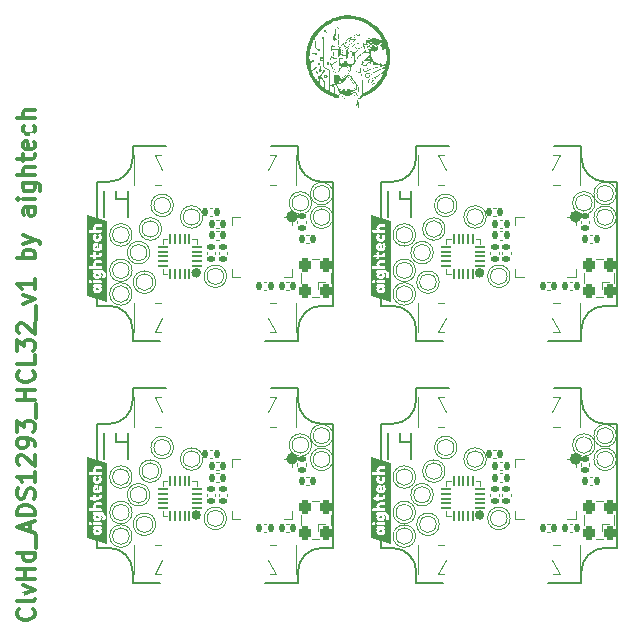
<source format=gbr>
%TF.GenerationSoftware,KiCad,Pcbnew,7.0.2-6a45011f42~172~ubuntu22.04.1*%
%TF.CreationDate,2023-05-19T13:44:39+01:00*%
%TF.ProjectId,panel,70616e65-6c2e-46b6-9963-61645f706362,rev?*%
%TF.SameCoordinates,Original*%
%TF.FileFunction,Legend,Top*%
%TF.FilePolarity,Positive*%
%FSLAX46Y46*%
G04 Gerber Fmt 4.6, Leading zero omitted, Abs format (unit mm)*
G04 Created by KiCad (PCBNEW 7.0.2-6a45011f42~172~ubuntu22.04.1) date 2023-05-19 13:44:39*
%MOMM*%
%LPD*%
G01*
G04 APERTURE LIST*
G04 Aperture macros list*
%AMRoundRect*
0 Rectangle with rounded corners*
0 $1 Rounding radius*
0 $2 $3 $4 $5 $6 $7 $8 $9 X,Y pos of 4 corners*
0 Add a 4 corners polygon primitive as box body*
4,1,4,$2,$3,$4,$5,$6,$7,$8,$9,$2,$3,0*
0 Add four circle primitives for the rounded corners*
1,1,$1+$1,$2,$3*
1,1,$1+$1,$4,$5*
1,1,$1+$1,$6,$7*
1,1,$1+$1,$8,$9*
0 Add four rect primitives between the rounded corners*
20,1,$1+$1,$2,$3,$4,$5,0*
20,1,$1+$1,$4,$5,$6,$7,0*
20,1,$1+$1,$6,$7,$8,$9,0*
20,1,$1+$1,$8,$9,$2,$3,0*%
G04 Aperture macros list end*
%ADD10C,0.300000*%
%ADD11C,0.150000*%
%ADD12C,0.038100*%
%ADD13C,0.152400*%
%ADD14C,0.120000*%
%ADD15C,0.500000*%
%ADD16C,0.400000*%
%ADD17C,0.254000*%
%ADD18C,0.100000*%
%ADD19C,0.400000*%
%ADD20RoundRect,0.140000X0.170000X-0.140000X0.170000X0.140000X-0.170000X0.140000X-0.170000X-0.140000X0*%
%ADD21RoundRect,0.140000X0.140000X0.170000X-0.140000X0.170000X-0.140000X-0.170000X0.140000X-0.170000X0*%
%ADD22C,1.000000*%
%ADD23RoundRect,0.140000X-0.140000X-0.170000X0.140000X-0.170000X0.140000X0.170000X-0.140000X0.170000X0*%
%ADD24RoundRect,0.140000X-0.170000X0.140000X-0.170000X-0.140000X0.170000X-0.140000X0.170000X0.140000X0*%
%ADD25R,0.500000X1.600000*%
%ADD26R,1.500000X2.900000*%
%ADD27C,2.000000*%
%ADD28R,0.250000X0.600000*%
%ADD29R,0.600000X0.250000*%
%ADD30RoundRect,0.237500X0.237500X0.362500X-0.237500X0.362500X-0.237500X-0.362500X0.237500X-0.362500X0*%
%ADD31RoundRect,0.237500X-0.237500X0.362500X-0.237500X-0.362500X0.237500X-0.362500X0.237500X0.362500X0*%
%ADD32R,0.700000X0.700000*%
%ADD33RoundRect,0.050000X0.375000X0.050000X-0.375000X0.050000X-0.375000X-0.050000X0.375000X-0.050000X0*%
%ADD34RoundRect,0.050000X0.050000X0.375000X-0.050000X0.375000X-0.050000X-0.375000X0.050000X-0.375000X0*%
%ADD35R,1.400000X1.400000*%
G04 APERTURE END LIST*
D10*
X2551071Y-50678569D02*
X2622500Y-50749997D01*
X2622500Y-50749997D02*
X2693928Y-50964283D01*
X2693928Y-50964283D02*
X2693928Y-51107140D01*
X2693928Y-51107140D02*
X2622500Y-51321426D01*
X2622500Y-51321426D02*
X2479642Y-51464283D01*
X2479642Y-51464283D02*
X2336785Y-51535712D01*
X2336785Y-51535712D02*
X2051071Y-51607140D01*
X2051071Y-51607140D02*
X1836785Y-51607140D01*
X1836785Y-51607140D02*
X1551071Y-51535712D01*
X1551071Y-51535712D02*
X1408214Y-51464283D01*
X1408214Y-51464283D02*
X1265357Y-51321426D01*
X1265357Y-51321426D02*
X1193928Y-51107140D01*
X1193928Y-51107140D02*
X1193928Y-50964283D01*
X1193928Y-50964283D02*
X1265357Y-50749997D01*
X1265357Y-50749997D02*
X1336785Y-50678569D01*
X2693928Y-49821426D02*
X2622500Y-49964283D01*
X2622500Y-49964283D02*
X2479642Y-50035712D01*
X2479642Y-50035712D02*
X1193928Y-50035712D01*
X1693928Y-49392855D02*
X2693928Y-49035712D01*
X2693928Y-49035712D02*
X1693928Y-48678569D01*
X2693928Y-48107141D02*
X1193928Y-48107141D01*
X1908214Y-48107141D02*
X1908214Y-47249998D01*
X2693928Y-47249998D02*
X1193928Y-47249998D01*
X2693928Y-45892855D02*
X1193928Y-45892855D01*
X2622500Y-45892855D02*
X2693928Y-46035712D01*
X2693928Y-46035712D02*
X2693928Y-46321426D01*
X2693928Y-46321426D02*
X2622500Y-46464283D01*
X2622500Y-46464283D02*
X2551071Y-46535712D01*
X2551071Y-46535712D02*
X2408214Y-46607140D01*
X2408214Y-46607140D02*
X1979642Y-46607140D01*
X1979642Y-46607140D02*
X1836785Y-46535712D01*
X1836785Y-46535712D02*
X1765357Y-46464283D01*
X1765357Y-46464283D02*
X1693928Y-46321426D01*
X1693928Y-46321426D02*
X1693928Y-46035712D01*
X1693928Y-46035712D02*
X1765357Y-45892855D01*
X2836785Y-45535712D02*
X2836785Y-44392854D01*
X2265357Y-44107140D02*
X2265357Y-43392855D01*
X2693928Y-44249997D02*
X1193928Y-43749997D01*
X1193928Y-43749997D02*
X2693928Y-43249997D01*
X2693928Y-42749998D02*
X1193928Y-42749998D01*
X1193928Y-42749998D02*
X1193928Y-42392855D01*
X1193928Y-42392855D02*
X1265357Y-42178569D01*
X1265357Y-42178569D02*
X1408214Y-42035712D01*
X1408214Y-42035712D02*
X1551071Y-41964283D01*
X1551071Y-41964283D02*
X1836785Y-41892855D01*
X1836785Y-41892855D02*
X2051071Y-41892855D01*
X2051071Y-41892855D02*
X2336785Y-41964283D01*
X2336785Y-41964283D02*
X2479642Y-42035712D01*
X2479642Y-42035712D02*
X2622500Y-42178569D01*
X2622500Y-42178569D02*
X2693928Y-42392855D01*
X2693928Y-42392855D02*
X2693928Y-42749998D01*
X2622500Y-41321426D02*
X2693928Y-41107141D01*
X2693928Y-41107141D02*
X2693928Y-40749998D01*
X2693928Y-40749998D02*
X2622500Y-40607141D01*
X2622500Y-40607141D02*
X2551071Y-40535712D01*
X2551071Y-40535712D02*
X2408214Y-40464283D01*
X2408214Y-40464283D02*
X2265357Y-40464283D01*
X2265357Y-40464283D02*
X2122500Y-40535712D01*
X2122500Y-40535712D02*
X2051071Y-40607141D01*
X2051071Y-40607141D02*
X1979642Y-40749998D01*
X1979642Y-40749998D02*
X1908214Y-41035712D01*
X1908214Y-41035712D02*
X1836785Y-41178569D01*
X1836785Y-41178569D02*
X1765357Y-41249998D01*
X1765357Y-41249998D02*
X1622500Y-41321426D01*
X1622500Y-41321426D02*
X1479642Y-41321426D01*
X1479642Y-41321426D02*
X1336785Y-41249998D01*
X1336785Y-41249998D02*
X1265357Y-41178569D01*
X1265357Y-41178569D02*
X1193928Y-41035712D01*
X1193928Y-41035712D02*
X1193928Y-40678569D01*
X1193928Y-40678569D02*
X1265357Y-40464283D01*
X2693928Y-39035712D02*
X2693928Y-39892855D01*
X2693928Y-39464284D02*
X1193928Y-39464284D01*
X1193928Y-39464284D02*
X1408214Y-39607141D01*
X1408214Y-39607141D02*
X1551071Y-39749998D01*
X1551071Y-39749998D02*
X1622500Y-39892855D01*
X1336785Y-38464284D02*
X1265357Y-38392856D01*
X1265357Y-38392856D02*
X1193928Y-38249999D01*
X1193928Y-38249999D02*
X1193928Y-37892856D01*
X1193928Y-37892856D02*
X1265357Y-37749999D01*
X1265357Y-37749999D02*
X1336785Y-37678570D01*
X1336785Y-37678570D02*
X1479642Y-37607141D01*
X1479642Y-37607141D02*
X1622500Y-37607141D01*
X1622500Y-37607141D02*
X1836785Y-37678570D01*
X1836785Y-37678570D02*
X2693928Y-38535713D01*
X2693928Y-38535713D02*
X2693928Y-37607141D01*
X2693928Y-36892856D02*
X2693928Y-36607142D01*
X2693928Y-36607142D02*
X2622500Y-36464285D01*
X2622500Y-36464285D02*
X2551071Y-36392856D01*
X2551071Y-36392856D02*
X2336785Y-36249999D01*
X2336785Y-36249999D02*
X2051071Y-36178570D01*
X2051071Y-36178570D02*
X1479642Y-36178570D01*
X1479642Y-36178570D02*
X1336785Y-36249999D01*
X1336785Y-36249999D02*
X1265357Y-36321428D01*
X1265357Y-36321428D02*
X1193928Y-36464285D01*
X1193928Y-36464285D02*
X1193928Y-36749999D01*
X1193928Y-36749999D02*
X1265357Y-36892856D01*
X1265357Y-36892856D02*
X1336785Y-36964285D01*
X1336785Y-36964285D02*
X1479642Y-37035713D01*
X1479642Y-37035713D02*
X1836785Y-37035713D01*
X1836785Y-37035713D02*
X1979642Y-36964285D01*
X1979642Y-36964285D02*
X2051071Y-36892856D01*
X2051071Y-36892856D02*
X2122500Y-36749999D01*
X2122500Y-36749999D02*
X2122500Y-36464285D01*
X2122500Y-36464285D02*
X2051071Y-36321428D01*
X2051071Y-36321428D02*
X1979642Y-36249999D01*
X1979642Y-36249999D02*
X1836785Y-36178570D01*
X1193928Y-35678571D02*
X1193928Y-34749999D01*
X1193928Y-34749999D02*
X1765357Y-35249999D01*
X1765357Y-35249999D02*
X1765357Y-35035714D01*
X1765357Y-35035714D02*
X1836785Y-34892857D01*
X1836785Y-34892857D02*
X1908214Y-34821428D01*
X1908214Y-34821428D02*
X2051071Y-34749999D01*
X2051071Y-34749999D02*
X2408214Y-34749999D01*
X2408214Y-34749999D02*
X2551071Y-34821428D01*
X2551071Y-34821428D02*
X2622500Y-34892857D01*
X2622500Y-34892857D02*
X2693928Y-35035714D01*
X2693928Y-35035714D02*
X2693928Y-35464285D01*
X2693928Y-35464285D02*
X2622500Y-35607142D01*
X2622500Y-35607142D02*
X2551071Y-35678571D01*
X2836785Y-34464286D02*
X2836785Y-33321428D01*
X2693928Y-32964286D02*
X1193928Y-32964286D01*
X1908214Y-32964286D02*
X1908214Y-32107143D01*
X2693928Y-32107143D02*
X1193928Y-32107143D01*
X2551071Y-30535714D02*
X2622500Y-30607142D01*
X2622500Y-30607142D02*
X2693928Y-30821428D01*
X2693928Y-30821428D02*
X2693928Y-30964285D01*
X2693928Y-30964285D02*
X2622500Y-31178571D01*
X2622500Y-31178571D02*
X2479642Y-31321428D01*
X2479642Y-31321428D02*
X2336785Y-31392857D01*
X2336785Y-31392857D02*
X2051071Y-31464285D01*
X2051071Y-31464285D02*
X1836785Y-31464285D01*
X1836785Y-31464285D02*
X1551071Y-31392857D01*
X1551071Y-31392857D02*
X1408214Y-31321428D01*
X1408214Y-31321428D02*
X1265357Y-31178571D01*
X1265357Y-31178571D02*
X1193928Y-30964285D01*
X1193928Y-30964285D02*
X1193928Y-30821428D01*
X1193928Y-30821428D02*
X1265357Y-30607142D01*
X1265357Y-30607142D02*
X1336785Y-30535714D01*
X2693928Y-29178571D02*
X2693928Y-29892857D01*
X2693928Y-29892857D02*
X1193928Y-29892857D01*
X1193928Y-28821428D02*
X1193928Y-27892856D01*
X1193928Y-27892856D02*
X1765357Y-28392856D01*
X1765357Y-28392856D02*
X1765357Y-28178571D01*
X1765357Y-28178571D02*
X1836785Y-28035714D01*
X1836785Y-28035714D02*
X1908214Y-27964285D01*
X1908214Y-27964285D02*
X2051071Y-27892856D01*
X2051071Y-27892856D02*
X2408214Y-27892856D01*
X2408214Y-27892856D02*
X2551071Y-27964285D01*
X2551071Y-27964285D02*
X2622500Y-28035714D01*
X2622500Y-28035714D02*
X2693928Y-28178571D01*
X2693928Y-28178571D02*
X2693928Y-28607142D01*
X2693928Y-28607142D02*
X2622500Y-28749999D01*
X2622500Y-28749999D02*
X2551071Y-28821428D01*
X1336785Y-27321428D02*
X1265357Y-27250000D01*
X1265357Y-27250000D02*
X1193928Y-27107143D01*
X1193928Y-27107143D02*
X1193928Y-26750000D01*
X1193928Y-26750000D02*
X1265357Y-26607143D01*
X1265357Y-26607143D02*
X1336785Y-26535714D01*
X1336785Y-26535714D02*
X1479642Y-26464285D01*
X1479642Y-26464285D02*
X1622500Y-26464285D01*
X1622500Y-26464285D02*
X1836785Y-26535714D01*
X1836785Y-26535714D02*
X2693928Y-27392857D01*
X2693928Y-27392857D02*
X2693928Y-26464285D01*
X2836785Y-26178572D02*
X2836785Y-25035714D01*
X1693928Y-24821429D02*
X2693928Y-24464286D01*
X2693928Y-24464286D02*
X1693928Y-24107143D01*
X2693928Y-22750000D02*
X2693928Y-23607143D01*
X2693928Y-23178572D02*
X1193928Y-23178572D01*
X1193928Y-23178572D02*
X1408214Y-23321429D01*
X1408214Y-23321429D02*
X1551071Y-23464286D01*
X1551071Y-23464286D02*
X1622500Y-23607143D01*
X2693928Y-20964287D02*
X1193928Y-20964287D01*
X1765357Y-20964287D02*
X1693928Y-20821430D01*
X1693928Y-20821430D02*
X1693928Y-20535715D01*
X1693928Y-20535715D02*
X1765357Y-20392858D01*
X1765357Y-20392858D02*
X1836785Y-20321430D01*
X1836785Y-20321430D02*
X1979642Y-20250001D01*
X1979642Y-20250001D02*
X2408214Y-20250001D01*
X2408214Y-20250001D02*
X2551071Y-20321430D01*
X2551071Y-20321430D02*
X2622500Y-20392858D01*
X2622500Y-20392858D02*
X2693928Y-20535715D01*
X2693928Y-20535715D02*
X2693928Y-20821430D01*
X2693928Y-20821430D02*
X2622500Y-20964287D01*
X1693928Y-19750001D02*
X2693928Y-19392858D01*
X1693928Y-19035715D02*
X2693928Y-19392858D01*
X2693928Y-19392858D02*
X3051071Y-19535715D01*
X3051071Y-19535715D02*
X3122500Y-19607144D01*
X3122500Y-19607144D02*
X3193928Y-19750001D01*
X2693928Y-16678573D02*
X1908214Y-16678573D01*
X1908214Y-16678573D02*
X1765357Y-16750001D01*
X1765357Y-16750001D02*
X1693928Y-16892858D01*
X1693928Y-16892858D02*
X1693928Y-17178573D01*
X1693928Y-17178573D02*
X1765357Y-17321430D01*
X2622500Y-16678573D02*
X2693928Y-16821430D01*
X2693928Y-16821430D02*
X2693928Y-17178573D01*
X2693928Y-17178573D02*
X2622500Y-17321430D01*
X2622500Y-17321430D02*
X2479642Y-17392858D01*
X2479642Y-17392858D02*
X2336785Y-17392858D01*
X2336785Y-17392858D02*
X2193928Y-17321430D01*
X2193928Y-17321430D02*
X2122500Y-17178573D01*
X2122500Y-17178573D02*
X2122500Y-16821430D01*
X2122500Y-16821430D02*
X2051071Y-16678573D01*
X2693928Y-15964287D02*
X1693928Y-15964287D01*
X1193928Y-15964287D02*
X1265357Y-16035715D01*
X1265357Y-16035715D02*
X1336785Y-15964287D01*
X1336785Y-15964287D02*
X1265357Y-15892858D01*
X1265357Y-15892858D02*
X1193928Y-15964287D01*
X1193928Y-15964287D02*
X1336785Y-15964287D01*
X1693928Y-14607144D02*
X2908214Y-14607144D01*
X2908214Y-14607144D02*
X3051071Y-14678572D01*
X3051071Y-14678572D02*
X3122500Y-14750001D01*
X3122500Y-14750001D02*
X3193928Y-14892858D01*
X3193928Y-14892858D02*
X3193928Y-15107144D01*
X3193928Y-15107144D02*
X3122500Y-15250001D01*
X2622500Y-14607144D02*
X2693928Y-14750001D01*
X2693928Y-14750001D02*
X2693928Y-15035715D01*
X2693928Y-15035715D02*
X2622500Y-15178572D01*
X2622500Y-15178572D02*
X2551071Y-15250001D01*
X2551071Y-15250001D02*
X2408214Y-15321429D01*
X2408214Y-15321429D02*
X1979642Y-15321429D01*
X1979642Y-15321429D02*
X1836785Y-15250001D01*
X1836785Y-15250001D02*
X1765357Y-15178572D01*
X1765357Y-15178572D02*
X1693928Y-15035715D01*
X1693928Y-15035715D02*
X1693928Y-14750001D01*
X1693928Y-14750001D02*
X1765357Y-14607144D01*
X2693928Y-13892858D02*
X1193928Y-13892858D01*
X2693928Y-13250001D02*
X1908214Y-13250001D01*
X1908214Y-13250001D02*
X1765357Y-13321429D01*
X1765357Y-13321429D02*
X1693928Y-13464286D01*
X1693928Y-13464286D02*
X1693928Y-13678572D01*
X1693928Y-13678572D02*
X1765357Y-13821429D01*
X1765357Y-13821429D02*
X1836785Y-13892858D01*
X1693928Y-12750000D02*
X1693928Y-12178572D01*
X1193928Y-12535715D02*
X2479642Y-12535715D01*
X2479642Y-12535715D02*
X2622500Y-12464286D01*
X2622500Y-12464286D02*
X2693928Y-12321429D01*
X2693928Y-12321429D02*
X2693928Y-12178572D01*
X2622500Y-11107143D02*
X2693928Y-11250000D01*
X2693928Y-11250000D02*
X2693928Y-11535715D01*
X2693928Y-11535715D02*
X2622500Y-11678572D01*
X2622500Y-11678572D02*
X2479642Y-11750000D01*
X2479642Y-11750000D02*
X1908214Y-11750000D01*
X1908214Y-11750000D02*
X1765357Y-11678572D01*
X1765357Y-11678572D02*
X1693928Y-11535715D01*
X1693928Y-11535715D02*
X1693928Y-11250000D01*
X1693928Y-11250000D02*
X1765357Y-11107143D01*
X1765357Y-11107143D02*
X1908214Y-11035715D01*
X1908214Y-11035715D02*
X2051071Y-11035715D01*
X2051071Y-11035715D02*
X2193928Y-11750000D01*
X2622500Y-9750001D02*
X2693928Y-9892858D01*
X2693928Y-9892858D02*
X2693928Y-10178572D01*
X2693928Y-10178572D02*
X2622500Y-10321429D01*
X2622500Y-10321429D02*
X2551071Y-10392858D01*
X2551071Y-10392858D02*
X2408214Y-10464286D01*
X2408214Y-10464286D02*
X1979642Y-10464286D01*
X1979642Y-10464286D02*
X1836785Y-10392858D01*
X1836785Y-10392858D02*
X1765357Y-10321429D01*
X1765357Y-10321429D02*
X1693928Y-10178572D01*
X1693928Y-10178572D02*
X1693928Y-9892858D01*
X1693928Y-9892858D02*
X1765357Y-9750001D01*
X2693928Y-9107144D02*
X1193928Y-9107144D01*
X2693928Y-8464287D02*
X1908214Y-8464287D01*
X1908214Y-8464287D02*
X1765357Y-8535715D01*
X1765357Y-8535715D02*
X1693928Y-8678572D01*
X1693928Y-8678572D02*
X1693928Y-8892858D01*
X1693928Y-8892858D02*
X1765357Y-9035715D01*
X1765357Y-9035715D02*
X1836785Y-9107144D01*
D11*
X28000000Y-35000001D02*
X28000001Y-45500002D01*
D12*
X50150002Y-36790001D02*
G75*
G03*
X50150002Y-36790001I-950000J0D01*
G01*
D13*
X9000000Y-34999999D02*
G75*
G03*
X11000000Y-33000000I1J1999999D01*
G01*
D12*
X10950001Y-44500001D02*
G75*
G03*
X10950001Y-44500001I-950000J0D01*
G01*
D11*
X22200001Y-28000000D02*
X25000000Y-28000000D01*
X32000003Y-44800001D02*
X32000002Y-45500000D01*
D13*
X35000001Y-27000000D02*
G75*
G03*
X33000002Y-25000000I-2000000J0D01*
G01*
D11*
X32000003Y-24300000D02*
X32000002Y-24999999D01*
D13*
X49000002Y-12499999D02*
G75*
G03*
X51000001Y-14499999I1999999J-1D01*
G01*
D12*
X26150001Y-16290000D02*
G75*
G03*
X26150001Y-16290000I-950000J0D01*
G01*
D13*
X49000001Y-33000000D02*
G75*
G03*
X51000001Y-35000000I2000000J0D01*
G01*
D12*
X50150002Y-16290000D02*
G75*
G03*
X50150002Y-16290000I-950000J0D01*
G01*
D11*
X32000001Y-14499998D02*
X32000003Y-17700000D01*
D13*
X51000002Y-45500001D02*
G75*
G03*
X49000002Y-47500001I-1J-1999999D01*
G01*
D12*
X40940002Y-17480000D02*
G75*
G03*
X40940002Y-17480000I-950000J0D01*
G01*
X40940002Y-37980001D02*
G75*
G03*
X40940002Y-37980001I-950000J0D01*
G01*
D11*
X25000001Y-47500001D02*
X25000000Y-48500001D01*
X25000001Y-27000000D02*
X25000000Y-28000000D01*
D12*
X36950002Y-43500001D02*
G75*
G03*
X36950002Y-43500001I-950000J0D01*
G01*
D11*
X51000002Y-25000000D02*
X52000002Y-25000001D01*
X27000001Y-45500001D02*
X28000001Y-45500002D01*
X33000001Y-35000000D02*
X32000001Y-34999999D01*
D12*
X36950002Y-23000000D02*
G75*
G03*
X36950002Y-23000000I-950000J0D01*
G01*
D11*
X11000000Y-12499999D02*
X11000001Y-11499999D01*
D12*
X16940001Y-37980001D02*
G75*
G03*
X16940001Y-37980001I-950000J0D01*
G01*
X34950002Y-24000000D02*
G75*
G03*
X34950002Y-24000000I-950000J0D01*
G01*
D11*
X33000002Y-45500001D02*
X32000002Y-45500000D01*
X27000000Y-14499999D02*
X28000000Y-14500000D01*
X13300001Y-48500001D02*
X11000001Y-48500001D01*
D12*
X10950001Y-42500001D02*
G75*
G03*
X10950001Y-42500001I-950000J0D01*
G01*
D13*
X11000000Y-47500001D02*
G75*
G03*
X9000001Y-45500001I-1999999J1D01*
G01*
D11*
X51000001Y-14499999D02*
X52000001Y-14500000D01*
D12*
X27950001Y-17500000D02*
G75*
G03*
X27950001Y-17500000I-950000J0D01*
G01*
D11*
X35000002Y-28000000D02*
X35000002Y-27000000D01*
X8000000Y-34999999D02*
X8000002Y-38200001D01*
X46200002Y-28000000D02*
X49000001Y-28000000D01*
D12*
X27950001Y-36000001D02*
G75*
G03*
X27950001Y-36000001I-950000J0D01*
G01*
D11*
X52000001Y-14500000D02*
X52000002Y-25000001D01*
D12*
X12950001Y-23000000D02*
G75*
G03*
X12950001Y-23000000I-950000J0D01*
G01*
D13*
X51000002Y-25000001D02*
G75*
G03*
X49000002Y-27000000I-1J-1999999D01*
G01*
X9000000Y-14499999D02*
G75*
G03*
X11000000Y-12499999I1J1999999D01*
G01*
D12*
X12450001Y-20499999D02*
G75*
G03*
X12450001Y-20499999I-950000J0D01*
G01*
D11*
X37300002Y-48500001D02*
X35000002Y-48500001D01*
D12*
X36450002Y-41000000D02*
G75*
G03*
X36450002Y-41000000I-950000J0D01*
G01*
X18950001Y-22500000D02*
G75*
G03*
X18950001Y-22500000I-950000J0D01*
G01*
D11*
X11000001Y-48500001D02*
X11000001Y-47500001D01*
D12*
X18950001Y-43000001D02*
G75*
G03*
X18950001Y-43000001I-950000J0D01*
G01*
X42950002Y-43000001D02*
G75*
G03*
X42950002Y-43000001I-950000J0D01*
G01*
X14450001Y-16500000D02*
G75*
G03*
X14450001Y-16500000I-950000J0D01*
G01*
D11*
X49000001Y-12499999D02*
X49000002Y-11499999D01*
D12*
X13450001Y-39000001D02*
G75*
G03*
X13450001Y-39000001I-950000J0D01*
G01*
X34950002Y-42500001D02*
G75*
G03*
X34950002Y-42500001I-950000J0D01*
G01*
D11*
X33000002Y-25000000D02*
X32000002Y-24999999D01*
X46700002Y-32000000D02*
X49000002Y-32000000D01*
D12*
X13450001Y-18500000D02*
G75*
G03*
X13450001Y-18500000I-950000J0D01*
G01*
D11*
X22700001Y-32000000D02*
X25000001Y-32000000D01*
X37800002Y-32000001D02*
X35000002Y-32000000D01*
X8000002Y-44800001D02*
X8000001Y-45500000D01*
X49000002Y-27000000D02*
X49000001Y-28000000D01*
D12*
X27950001Y-15500000D02*
G75*
G03*
X27950001Y-15500000I-950000J0D01*
G01*
X12950001Y-43500001D02*
G75*
G03*
X12950001Y-43500001I-950000J0D01*
G01*
D11*
X8000000Y-14499998D02*
X8000002Y-17700000D01*
D12*
X26150001Y-36790001D02*
G75*
G03*
X26150001Y-36790001I-950000J0D01*
G01*
D11*
X35000002Y-48500001D02*
X35000002Y-47500001D01*
D12*
X34950003Y-19000000D02*
G75*
G03*
X34950003Y-19000000I-950000J0D01*
G01*
D13*
X27000001Y-25000000D02*
G75*
G03*
X25000001Y-27000000I0J-2000000D01*
G01*
D12*
X38450002Y-37000001D02*
G75*
G03*
X38450002Y-37000001I-950000J0D01*
G01*
D11*
X22200001Y-48500001D02*
X25000000Y-48500001D01*
D12*
X34950002Y-44500001D02*
G75*
G03*
X34950002Y-44500001I-950000J0D01*
G01*
D11*
X13800001Y-11500000D02*
X11000001Y-11499999D01*
D13*
X35000000Y-47500001D02*
G75*
G03*
X33000002Y-45500001I-1999999J1D01*
G01*
D12*
X16940001Y-17480000D02*
G75*
G03*
X16940001Y-17480000I-950000J0D01*
G01*
D11*
X46200002Y-48500001D02*
X49000001Y-48500001D01*
X33000001Y-14499999D02*
X32000001Y-14499998D01*
D12*
X34950002Y-22000000D02*
G75*
G03*
X34950002Y-22000000I-950000J0D01*
G01*
D11*
X9000001Y-45500001D02*
X8000001Y-45500000D01*
X11000001Y-28000000D02*
X11000001Y-27000000D01*
D13*
X27000001Y-45500000D02*
G75*
G03*
X25000001Y-47500001I0J-2000000D01*
G01*
D12*
X10950001Y-22000000D02*
G75*
G03*
X10950001Y-22000000I-950000J0D01*
G01*
D11*
X46700002Y-11499999D02*
X49000002Y-11499999D01*
X9000000Y-14499999D02*
X8000000Y-14499998D01*
X13800001Y-32000001D02*
X11000001Y-32000000D01*
X11000000Y-33000000D02*
X11000001Y-32000000D01*
X49000002Y-47500001D02*
X49000001Y-48500001D01*
D12*
X36450002Y-20499999D02*
G75*
G03*
X36450002Y-20499999I-950000J0D01*
G01*
D11*
X35000001Y-33000000D02*
X35000002Y-32000000D01*
D12*
X51950002Y-36000001D02*
G75*
G03*
X51950002Y-36000001I-950000J0D01*
G01*
D11*
X25000000Y-33000000D02*
X25000001Y-32000000D01*
X9000001Y-25000000D02*
X8000001Y-24999999D01*
X25000000Y-12499999D02*
X25000001Y-11499999D01*
D12*
X10950001Y-24000000D02*
G75*
G03*
X10950001Y-24000000I-950000J0D01*
G01*
X51950002Y-17500000D02*
G75*
G03*
X51950002Y-17500000I-950000J0D01*
G01*
D13*
X11000001Y-27000000D02*
G75*
G03*
X9000001Y-25000000I-2000000J0D01*
G01*
D12*
X27950001Y-38000001D02*
G75*
G03*
X27950001Y-38000001I-950000J0D01*
G01*
D11*
X9000000Y-35000000D02*
X8000000Y-34999999D01*
D12*
X12450001Y-41000000D02*
G75*
G03*
X12450001Y-41000000I-950000J0D01*
G01*
D11*
X8000002Y-24300000D02*
X8000001Y-24999999D01*
X32000001Y-34999999D02*
X32000003Y-38200001D01*
D13*
X25000002Y-12499999D02*
G75*
G03*
X27000000Y-14499999I1999999J-1D01*
G01*
X33000001Y-35000000D02*
G75*
G03*
X35000001Y-33000000I0J2000000D01*
G01*
D12*
X10950002Y-39500001D02*
G75*
G03*
X10950002Y-39500001I-950000J0D01*
G01*
D11*
X13300001Y-28000000D02*
X11000001Y-28000000D01*
X37800002Y-11500000D02*
X35000002Y-11499999D01*
X51000002Y-45500001D02*
X52000002Y-45500002D01*
D13*
X25000001Y-33000000D02*
G75*
G03*
X27000000Y-35000000I2000000J0D01*
G01*
D11*
X52000001Y-35000001D02*
X52000002Y-45500002D01*
D12*
X38450002Y-16500000D02*
G75*
G03*
X38450002Y-16500000I-950000J0D01*
G01*
X51950002Y-38000001D02*
G75*
G03*
X51950002Y-38000001I-950000J0D01*
G01*
D11*
X49000001Y-33000000D02*
X49000002Y-32000000D01*
X27000001Y-25000000D02*
X28000001Y-25000001D01*
D12*
X51950002Y-15500000D02*
G75*
G03*
X51950002Y-15500000I-950000J0D01*
G01*
D13*
X33000001Y-14500000D02*
G75*
G03*
X35000001Y-12499999I0J2000000D01*
G01*
D11*
X35000001Y-12499999D02*
X35000002Y-11499999D01*
D12*
X42950002Y-22500000D02*
G75*
G03*
X42950002Y-22500000I-950000J0D01*
G01*
X37450002Y-39000001D02*
G75*
G03*
X37450002Y-39000001I-950000J0D01*
G01*
X14450001Y-37000001D02*
G75*
G03*
X14450001Y-37000001I-950000J0D01*
G01*
X37450002Y-18500000D02*
G75*
G03*
X37450002Y-18500000I-950000J0D01*
G01*
X10950002Y-19000000D02*
G75*
G03*
X10950002Y-19000000I-950000J0D01*
G01*
D11*
X27000000Y-35000000D02*
X28000000Y-35000001D01*
X37300002Y-28000000D02*
X35000002Y-28000000D01*
X28000000Y-14500000D02*
X28000001Y-25000001D01*
D12*
X34950003Y-39500001D02*
G75*
G03*
X34950003Y-39500001I-950000J0D01*
G01*
D11*
X51000001Y-35000000D02*
X52000001Y-35000001D01*
X22700001Y-11499999D02*
X25000001Y-11499999D01*
%TO.C,G\u002A\u002A\u002A*%
G36*
X30179663Y-7541312D02*
G01*
X30178466Y-7547523D01*
X30175145Y-7559477D01*
X30169784Y-7582340D01*
X30163230Y-7612400D01*
X30158623Y-7634571D01*
X30148916Y-7694152D01*
X30141125Y-7767967D01*
X30135285Y-7855468D01*
X30131429Y-7956105D01*
X30129591Y-8069330D01*
X30129436Y-8107246D01*
X30129029Y-8167589D01*
X30127932Y-8213982D01*
X30126043Y-8247363D01*
X30123259Y-8268672D01*
X30119478Y-8278848D01*
X30114599Y-8278830D01*
X30111241Y-8274544D01*
X30108456Y-8264811D01*
X30104159Y-8243739D01*
X30099004Y-8214733D01*
X30095091Y-8190601D01*
X30088254Y-8131926D01*
X30084198Y-8064570D01*
X30082924Y-7993283D01*
X30084432Y-7922817D01*
X30088724Y-7857925D01*
X30095031Y-7807834D01*
X30104605Y-7755836D01*
X30115618Y-7704889D01*
X30127459Y-7657062D01*
X30139518Y-7614423D01*
X30151185Y-7579038D01*
X30161851Y-7552977D01*
X30170907Y-7538307D01*
X30175240Y-7535831D01*
X30179663Y-7541312D01*
G37*
G36*
X29797322Y-7157548D02*
G01*
X29802322Y-7159921D01*
X29821535Y-7172737D01*
X29847233Y-7193974D01*
X29876775Y-7220982D01*
X29907520Y-7251107D01*
X29936826Y-7281697D01*
X29962053Y-7310101D01*
X29980557Y-7333665D01*
X29988637Y-7347003D01*
X29995623Y-7364575D01*
X30001098Y-7383885D01*
X30005014Y-7406170D01*
X30007328Y-7432665D01*
X30007993Y-7464609D01*
X30006964Y-7503238D01*
X30004196Y-7549787D01*
X29999644Y-7605495D01*
X29993261Y-7671597D01*
X29985003Y-7749329D01*
X29974825Y-7839930D01*
X29968552Y-7894310D01*
X29962031Y-7951348D01*
X29956122Y-8004727D01*
X29951043Y-8052329D01*
X29947015Y-8092037D01*
X29944258Y-8121732D01*
X29942989Y-8139298D01*
X29942931Y-8141612D01*
X29940772Y-8160722D01*
X29935479Y-8172703D01*
X29934507Y-8173482D01*
X29930442Y-8171866D01*
X29929009Y-8159291D01*
X29930117Y-8134202D01*
X29931287Y-8119903D01*
X29933904Y-8092196D01*
X29937768Y-8053695D01*
X29942462Y-8008416D01*
X29947575Y-7960375D01*
X29950798Y-7930727D01*
X29961291Y-7833093D01*
X29969850Y-7748824D01*
X29976589Y-7676527D01*
X29981624Y-7614807D01*
X29985067Y-7562269D01*
X29987033Y-7517519D01*
X29987636Y-7480332D01*
X29986828Y-7438020D01*
X29983385Y-7404277D01*
X29975777Y-7376099D01*
X29962476Y-7350485D01*
X29941950Y-7324433D01*
X29912672Y-7294941D01*
X29876348Y-7261884D01*
X29846709Y-7236280D01*
X29819615Y-7214293D01*
X29797638Y-7197909D01*
X29783348Y-7189115D01*
X29781150Y-7188302D01*
X29760077Y-7189903D01*
X29734059Y-7204262D01*
X29702777Y-7231634D01*
X29665913Y-7272270D01*
X29648407Y-7293707D01*
X29618933Y-7329479D01*
X29597408Y-7352770D01*
X29583855Y-7363560D01*
X29578295Y-7361831D01*
X29579618Y-7351423D01*
X29585892Y-7338729D01*
X29599301Y-7317381D01*
X29617688Y-7290374D01*
X29638895Y-7260703D01*
X29660765Y-7231365D01*
X29681141Y-7205354D01*
X29697867Y-7185665D01*
X29702530Y-7180750D01*
X29732869Y-7158620D01*
X29764880Y-7150799D01*
X29797322Y-7157548D01*
G37*
G36*
X29387119Y-417000D02*
G01*
X29614852Y-433578D01*
X29839903Y-464514D01*
X30061677Y-509573D01*
X30279581Y-568522D01*
X30493019Y-641127D01*
X30701399Y-727152D01*
X30904126Y-826365D01*
X31100606Y-938530D01*
X31290244Y-1063413D01*
X31472447Y-1200780D01*
X31646620Y-1350396D01*
X31730301Y-1429521D01*
X31887187Y-1592836D01*
X32033156Y-1765592D01*
X32167777Y-1946974D01*
X32290621Y-2136169D01*
X32401256Y-2332361D01*
X32499252Y-2534735D01*
X32584176Y-2742477D01*
X32655599Y-2954773D01*
X32713089Y-3170807D01*
X32751172Y-3359621D01*
X32768133Y-3464134D01*
X32781410Y-3560541D01*
X32791277Y-3652619D01*
X32798007Y-3744143D01*
X32801876Y-3838889D01*
X32803156Y-3940632D01*
X32802122Y-4053149D01*
X32801999Y-4059955D01*
X32799515Y-4158094D01*
X32795671Y-4245253D01*
X32790066Y-4325322D01*
X32782301Y-4402190D01*
X32771975Y-4479747D01*
X32758688Y-4561884D01*
X32742040Y-4652491D01*
X32739912Y-4663523D01*
X32695505Y-4864104D01*
X32641162Y-5056771D01*
X32575694Y-5245111D01*
X32497910Y-5432710D01*
X32451690Y-5532220D01*
X32346576Y-5734377D01*
X32230166Y-5927093D01*
X32101975Y-6111045D01*
X31961518Y-6286910D01*
X31808312Y-6455364D01*
X31744751Y-6519445D01*
X31683467Y-6579169D01*
X31629334Y-6630415D01*
X31579451Y-6675701D01*
X31530911Y-6717546D01*
X31480813Y-6758469D01*
X31426251Y-6800989D01*
X31378908Y-6836746D01*
X31193815Y-6967123D01*
X31006119Y-7083293D01*
X30814645Y-7185886D01*
X30618218Y-7275529D01*
X30415660Y-7352849D01*
X30405157Y-7356469D01*
X30304842Y-7390868D01*
X30295547Y-7435409D01*
X30286471Y-7486410D01*
X30279725Y-7542230D01*
X30275242Y-7604617D01*
X30272955Y-7675321D01*
X30272799Y-7756089D01*
X30274709Y-7848671D01*
X30277206Y-7920631D01*
X30279363Y-7978322D01*
X30281115Y-8031114D01*
X30282421Y-8077198D01*
X30283237Y-8114765D01*
X30283520Y-8142007D01*
X30283229Y-8157112D01*
X30282836Y-8159572D01*
X30278905Y-8155556D01*
X30273463Y-8141116D01*
X30271584Y-8134516D01*
X30252638Y-8056844D01*
X30238754Y-7984010D01*
X30229199Y-7910741D01*
X30223239Y-7831761D01*
X30220793Y-7769564D01*
X30219489Y-7698361D01*
X30220113Y-7638471D01*
X30222986Y-7586393D01*
X30228425Y-7538625D01*
X30236752Y-7491666D01*
X30248284Y-7442014D01*
X30251962Y-7427794D01*
X30260364Y-7396454D01*
X30267927Y-7369291D01*
X30273476Y-7350485D01*
X30275012Y-7345834D01*
X30275126Y-7339451D01*
X30267997Y-7342940D01*
X30255449Y-7354348D01*
X30239301Y-7371719D01*
X30221375Y-7393097D01*
X30203492Y-7416527D01*
X30187934Y-7439328D01*
X30172074Y-7463141D01*
X30158677Y-7481153D01*
X30150034Y-7490347D01*
X30148711Y-7490936D01*
X30143836Y-7485102D01*
X30144741Y-7469446D01*
X30150471Y-7447437D01*
X30160068Y-7422543D01*
X30172577Y-7398236D01*
X30175599Y-7393352D01*
X30190502Y-7372606D01*
X30212849Y-7344551D01*
X30239783Y-7312647D01*
X30268449Y-7280354D01*
X30272667Y-7275750D01*
X30312384Y-7230664D01*
X30342362Y-7191582D01*
X30364568Y-7155285D01*
X30380968Y-7118556D01*
X30393527Y-7078174D01*
X30393676Y-7077603D01*
X30396892Y-7064460D01*
X30399698Y-7050705D01*
X30402158Y-7035092D01*
X30404337Y-7016375D01*
X30406300Y-6993307D01*
X30408110Y-6964640D01*
X30409833Y-6929130D01*
X30411534Y-6885529D01*
X30413276Y-6832591D01*
X30415126Y-6769069D01*
X30417146Y-6693717D01*
X30419403Y-6605287D01*
X30420541Y-6559768D01*
X30423158Y-6436081D01*
X30424470Y-6325514D01*
X30424437Y-6226340D01*
X30423022Y-6136829D01*
X30420187Y-6055256D01*
X30415892Y-5979891D01*
X30410099Y-5909007D01*
X30404935Y-5859387D01*
X30402000Y-5829901D01*
X30398578Y-5789730D01*
X30394996Y-5743072D01*
X30391583Y-5694120D01*
X30389770Y-5665664D01*
X30386394Y-5618116D01*
X30382230Y-5571124D01*
X30377685Y-5528642D01*
X30373168Y-5494620D01*
X30370537Y-5479393D01*
X30355630Y-5423657D01*
X30334889Y-5372260D01*
X30310035Y-5328849D01*
X30285905Y-5299940D01*
X30267861Y-5284076D01*
X30252549Y-5275880D01*
X30233528Y-5272929D01*
X30213526Y-5272693D01*
X30194354Y-5272150D01*
X30176458Y-5269450D01*
X30156634Y-5263531D01*
X30131680Y-5253330D01*
X30098391Y-5237783D01*
X30077046Y-5227390D01*
X30003689Y-5194889D01*
X29937422Y-5173159D01*
X29875802Y-5161521D01*
X29831482Y-5159005D01*
X29807756Y-5157437D01*
X29795232Y-5153105D01*
X29793913Y-5150549D01*
X29799031Y-5146870D01*
X29815223Y-5144894D01*
X29843745Y-5144553D01*
X29885186Y-5145754D01*
X29923797Y-5147800D01*
X29956567Y-5151095D01*
X29986839Y-5156513D01*
X30017956Y-5164924D01*
X30053258Y-5177201D01*
X30096089Y-5194216D01*
X30137363Y-5211546D01*
X30179799Y-5226894D01*
X30212415Y-5232222D01*
X30236537Y-5227404D01*
X30253491Y-5212311D01*
X30260158Y-5199781D01*
X30264774Y-5180287D01*
X30268118Y-5148972D01*
X30270196Y-5108862D01*
X30271011Y-5062983D01*
X30270570Y-5014361D01*
X30268877Y-4966020D01*
X30265938Y-4920989D01*
X30261758Y-4882291D01*
X30259592Y-4868422D01*
X30254299Y-4834378D01*
X30250349Y-4801377D01*
X30248453Y-4775552D01*
X30248381Y-4771560D01*
X30248338Y-4745596D01*
X30278220Y-4745596D01*
X30279660Y-4756872D01*
X30283597Y-4779578D01*
X30289451Y-4810559D01*
X30296645Y-4846663D01*
X30297692Y-4851780D01*
X30305856Y-4894336D01*
X30311437Y-4931693D01*
X30314885Y-4968787D01*
X30316647Y-5010554D01*
X30317174Y-5061929D01*
X30317176Y-5065921D01*
X30316800Y-5115904D01*
X30315534Y-5153430D01*
X30313183Y-5180931D01*
X30309553Y-5200834D01*
X30305425Y-5213339D01*
X30293662Y-5241492D01*
X30323607Y-5268546D01*
X30359523Y-5308915D01*
X30388418Y-5359492D01*
X30404500Y-5400040D01*
X30412823Y-5426006D01*
X30419727Y-5452289D01*
X30425520Y-5481133D01*
X30430510Y-5514778D01*
X30435005Y-5555466D01*
X30439314Y-5605440D01*
X30443743Y-5666941D01*
X30446101Y-5702734D01*
X30449429Y-5752665D01*
X30452649Y-5797845D01*
X30455588Y-5836078D01*
X30458071Y-5865165D01*
X30459925Y-5882911D01*
X30460671Y-5887222D01*
X30462001Y-5897100D01*
X30463885Y-5919564D01*
X30466166Y-5952314D01*
X30468688Y-5993052D01*
X30471295Y-6039478D01*
X30472299Y-6058592D01*
X30474475Y-6112331D01*
X30475825Y-6173852D01*
X30476339Y-6244031D01*
X30476004Y-6323747D01*
X30474809Y-6413876D01*
X30472741Y-6515297D01*
X30469788Y-6628887D01*
X30465939Y-6755524D01*
X30461182Y-6896086D01*
X30460757Y-6908096D01*
X30459601Y-6945927D01*
X30458985Y-6977810D01*
X30458930Y-7001106D01*
X30459461Y-7013176D01*
X30459829Y-7014271D01*
X30467845Y-7011712D01*
X30484507Y-7005304D01*
X30491522Y-7002468D01*
X30526566Y-6987296D01*
X30571318Y-6966672D01*
X30622398Y-6942269D01*
X30676426Y-6915757D01*
X30730021Y-6888809D01*
X30779803Y-6863096D01*
X30822392Y-6840289D01*
X30843954Y-6828196D01*
X30912457Y-6787506D01*
X30984966Y-6742220D01*
X31057447Y-6694981D01*
X31125870Y-6648432D01*
X31186203Y-6605219D01*
X31201583Y-6593709D01*
X31275141Y-6538003D01*
X31256473Y-6491786D01*
X31243822Y-6450695D01*
X31235746Y-6404190D01*
X31234537Y-6385350D01*
X31276636Y-6385350D01*
X31278494Y-6419264D01*
X31283328Y-6453604D01*
X31288976Y-6477054D01*
X31296619Y-6498697D01*
X31302563Y-6508366D01*
X31308887Y-6508502D01*
X31313192Y-6505471D01*
X31323842Y-6496545D01*
X31342682Y-6480624D01*
X31366558Y-6460377D01*
X31380948Y-6448147D01*
X31407282Y-6425125D01*
X31436909Y-6398211D01*
X31467871Y-6369307D01*
X31498208Y-6340314D01*
X31525962Y-6313134D01*
X31549174Y-6289668D01*
X31565885Y-6271818D01*
X31574136Y-6261485D01*
X31574670Y-6260094D01*
X31568927Y-6253391D01*
X31553909Y-6241380D01*
X31533988Y-6227423D01*
X31511436Y-6213148D01*
X31494060Y-6205350D01*
X31475759Y-6202447D01*
X31450433Y-6202859D01*
X31441173Y-6203357D01*
X31394167Y-6211099D01*
X31355519Y-6229463D01*
X31322805Y-6259973D01*
X31300851Y-6291497D01*
X31287583Y-6315554D01*
X31280254Y-6336087D01*
X31277175Y-6359641D01*
X31276636Y-6385350D01*
X31234537Y-6385350D01*
X31232766Y-6357758D01*
X31235401Y-6316886D01*
X31238494Y-6301999D01*
X31255233Y-6262905D01*
X31282050Y-6225224D01*
X31314748Y-6194645D01*
X31320743Y-6190461D01*
X31339727Y-6180119D01*
X31340750Y-6179774D01*
X31529972Y-6179774D01*
X31530399Y-6184234D01*
X31540018Y-6195939D01*
X31556759Y-6212378D01*
X31557185Y-6212767D01*
X31576853Y-6230193D01*
X31589097Y-6238668D01*
X31597215Y-6239589D01*
X31604507Y-6234353D01*
X31605602Y-6233257D01*
X31614849Y-6223314D01*
X31631798Y-6204588D01*
X31654296Y-6179477D01*
X31680192Y-6150376D01*
X31689379Y-6140008D01*
X31725949Y-6098399D01*
X31752623Y-6067257D01*
X31769639Y-6046126D01*
X31777233Y-6034548D01*
X31775645Y-6032066D01*
X31765112Y-6038223D01*
X31745872Y-6052561D01*
X31727195Y-6067347D01*
X31698089Y-6089044D01*
X31664322Y-6111621D01*
X31628811Y-6133416D01*
X31594476Y-6152764D01*
X31564235Y-6168002D01*
X31541006Y-6177466D01*
X31529972Y-6179774D01*
X31340750Y-6179774D01*
X31363223Y-6172195D01*
X31394973Y-6165651D01*
X31427593Y-6160876D01*
X31479712Y-6152514D01*
X31525503Y-6141268D01*
X31567927Y-6125721D01*
X31609946Y-6104459D01*
X31654519Y-6076066D01*
X31704608Y-6039128D01*
X31738589Y-6012234D01*
X31798444Y-5962899D01*
X31847116Y-5920239D01*
X31885987Y-5882920D01*
X31916441Y-5849606D01*
X31939858Y-5818961D01*
X31942112Y-5815623D01*
X32020626Y-5692991D01*
X32092873Y-5569587D01*
X32105717Y-5546450D01*
X32123812Y-5512627D01*
X32144012Y-5473239D01*
X32165348Y-5430358D01*
X32186851Y-5386054D01*
X32207552Y-5342398D01*
X32226483Y-5301461D01*
X32242675Y-5265315D01*
X32255158Y-5236028D01*
X32262964Y-5215674D01*
X32265125Y-5206321D01*
X32264977Y-5206054D01*
X32257111Y-5208250D01*
X32238722Y-5218523D01*
X32211143Y-5235929D01*
X32175709Y-5259521D01*
X32133756Y-5288353D01*
X32086618Y-5321480D01*
X32035630Y-5357956D01*
X31982127Y-5396835D01*
X31927443Y-5437172D01*
X31872915Y-5478020D01*
X31819875Y-5518434D01*
X31775844Y-5552613D01*
X31697067Y-5615022D01*
X31629224Y-5670230D01*
X31570930Y-5719429D01*
X31520805Y-5763808D01*
X31477464Y-5804556D01*
X31444172Y-5838009D01*
X31398642Y-5887541D01*
X31362691Y-5932166D01*
X31333707Y-5975544D01*
X31309076Y-6021334D01*
X31301080Y-6038434D01*
X31272226Y-6091155D01*
X31239182Y-6130083D01*
X31200913Y-6155989D01*
X31156383Y-6169643D01*
X31121244Y-6172323D01*
X31071191Y-6165806D01*
X31027537Y-6146098D01*
X30989929Y-6112963D01*
X30958016Y-6066163D01*
X30955040Y-6060560D01*
X30942437Y-6026113D01*
X30935325Y-5985062D01*
X30934010Y-5945328D01*
X30980027Y-5945328D01*
X30986437Y-5990649D01*
X31005901Y-6038453D01*
X31016951Y-6057363D01*
X31045611Y-6090353D01*
X31080566Y-6110430D01*
X31120111Y-6117252D01*
X31162542Y-6110479D01*
X31199463Y-6093861D01*
X31233009Y-6065789D01*
X31258484Y-6026475D01*
X31274684Y-5977901D01*
X31276861Y-5966311D01*
X31280754Y-5941627D01*
X31283461Y-5922738D01*
X31284280Y-5915268D01*
X31288142Y-5914593D01*
X31295959Y-5922719D01*
X31303977Y-5931818D01*
X31310364Y-5931343D01*
X31319546Y-5920072D01*
X31322905Y-5915268D01*
X31342398Y-5891088D01*
X31371726Y-5859761D01*
X31408857Y-5823157D01*
X31451764Y-5783147D01*
X31498416Y-5741600D01*
X31546782Y-5700386D01*
X31594834Y-5661376D01*
X31618159Y-5643243D01*
X31735268Y-5554641D01*
X31852662Y-5467624D01*
X31967256Y-5384437D01*
X32075963Y-5307327D01*
X32147080Y-5258050D01*
X32200550Y-5220734D01*
X32241850Y-5190407D01*
X32270785Y-5167220D01*
X32287161Y-5151327D01*
X32290718Y-5145819D01*
X32295276Y-5131409D01*
X32295750Y-5125154D01*
X32289403Y-5128854D01*
X32272048Y-5140234D01*
X32244908Y-5158460D01*
X32209207Y-5182698D01*
X32166168Y-5212116D01*
X32117015Y-5245880D01*
X32062970Y-5283158D01*
X32014271Y-5316864D01*
X31906489Y-5391460D01*
X31810106Y-5457879D01*
X31724384Y-5516591D01*
X31648586Y-5568065D01*
X31581971Y-5612768D01*
X31523802Y-5651169D01*
X31473340Y-5683737D01*
X31429846Y-5710941D01*
X31392583Y-5733248D01*
X31360811Y-5751127D01*
X31333793Y-5765047D01*
X31310789Y-5775477D01*
X31291060Y-5782884D01*
X31273870Y-5787738D01*
X31271047Y-5788364D01*
X31254047Y-5794940D01*
X31246848Y-5803911D01*
X31246832Y-5804331D01*
X31241417Y-5816369D01*
X31227452Y-5819038D01*
X31208360Y-5811844D01*
X31205844Y-5810265D01*
X31177019Y-5799592D01*
X31141482Y-5798731D01*
X31102757Y-5806664D01*
X31064368Y-5822371D01*
X31029838Y-5844835D01*
X31006683Y-5867821D01*
X30986750Y-5903911D01*
X30980027Y-5945328D01*
X30934010Y-5945328D01*
X30933920Y-5942596D01*
X30938437Y-5903904D01*
X30947396Y-5877264D01*
X30971679Y-5841263D01*
X31005378Y-5811394D01*
X31045002Y-5788140D01*
X31065635Y-5778895D01*
X31086768Y-5772320D01*
X31112328Y-5767624D01*
X31146244Y-5764013D01*
X31175393Y-5761820D01*
X31214047Y-5758957D01*
X31242476Y-5755750D01*
X31265330Y-5750975D01*
X31287258Y-5743406D01*
X31312911Y-5731819D01*
X31339968Y-5718469D01*
X31379469Y-5697579D01*
X31430717Y-5668512D01*
X31493207Y-5631571D01*
X31566433Y-5587061D01*
X31649891Y-5535285D01*
X31743074Y-5476546D01*
X31749766Y-5472298D01*
X31783055Y-5450713D01*
X31826179Y-5422080D01*
X31876830Y-5387986D01*
X31932695Y-5350015D01*
X31991465Y-5309754D01*
X32050829Y-5268789D01*
X32108477Y-5228704D01*
X32162098Y-5191086D01*
X32209383Y-5157521D01*
X32230346Y-5142450D01*
X32316031Y-5080510D01*
X32347407Y-4984109D01*
X32358661Y-4948741D01*
X32367705Y-4918782D01*
X32373774Y-4896894D01*
X32376100Y-4885740D01*
X32375979Y-4884906D01*
X32367405Y-4885283D01*
X32347142Y-4889790D01*
X32317590Y-4897705D01*
X32281149Y-4908302D01*
X32240219Y-4920859D01*
X32197199Y-4934651D01*
X32154490Y-4948956D01*
X32114491Y-4963049D01*
X32103682Y-4967015D01*
X31977518Y-5016190D01*
X31852164Y-5069652D01*
X31729414Y-5126446D01*
X31611060Y-5185614D01*
X31498897Y-5246200D01*
X31394716Y-5307247D01*
X31300312Y-5367799D01*
X31217478Y-5426899D01*
X31168598Y-5465834D01*
X31130135Y-5498716D01*
X31101244Y-5525054D01*
X31079592Y-5547267D01*
X31062846Y-5567776D01*
X31048673Y-5588999D01*
X31046682Y-5592298D01*
X31023219Y-5623390D01*
X30992511Y-5652975D01*
X30959912Y-5676249D01*
X30944328Y-5684122D01*
X30909506Y-5693051D01*
X30867960Y-5695483D01*
X30826224Y-5691593D01*
X30790831Y-5681554D01*
X30787315Y-5679942D01*
X30757981Y-5660880D01*
X30729297Y-5634080D01*
X30705256Y-5603977D01*
X30689848Y-5575009D01*
X30688147Y-5569717D01*
X30682412Y-5535449D01*
X30680961Y-5494435D01*
X30681226Y-5490569D01*
X30729670Y-5490569D01*
X30736038Y-5538702D01*
X30753886Y-5579571D01*
X30781332Y-5611818D01*
X30816492Y-5634083D01*
X30857483Y-5645010D01*
X30902423Y-5643241D01*
X30930590Y-5635486D01*
X30953959Y-5622200D01*
X30978849Y-5600947D01*
X30999664Y-5576853D01*
X31006422Y-5566053D01*
X31014887Y-5546306D01*
X31024331Y-5518641D01*
X31031300Y-5494294D01*
X31038226Y-5469251D01*
X31043363Y-5458143D01*
X31048172Y-5460364D01*
X31054118Y-5475304D01*
X31056825Y-5483702D01*
X31061208Y-5488063D01*
X31070784Y-5484595D01*
X31087697Y-5472227D01*
X31099668Y-5462291D01*
X31139071Y-5431024D01*
X31186507Y-5397388D01*
X31242994Y-5360756D01*
X31309551Y-5320505D01*
X31387198Y-5276010D01*
X31476953Y-5226646D01*
X31533690Y-5196214D01*
X31576740Y-5173220D01*
X31614343Y-5152977D01*
X31644858Y-5136382D01*
X31666645Y-5124330D01*
X31678063Y-5117718D01*
X31678982Y-5116816D01*
X31669422Y-5120805D01*
X31648175Y-5130069D01*
X31617142Y-5143768D01*
X31578223Y-5161058D01*
X31533320Y-5181099D01*
X31485260Y-5202632D01*
X31433337Y-5225692D01*
X31382732Y-5247715D01*
X31335981Y-5267631D01*
X31295623Y-5284370D01*
X31264193Y-5296861D01*
X31246832Y-5303194D01*
X31192001Y-5318254D01*
X31130962Y-5329785D01*
X31071140Y-5336557D01*
X31037669Y-5337826D01*
X31016587Y-5338428D01*
X31003309Y-5339966D01*
X31000954Y-5341126D01*
X31004380Y-5349051D01*
X31012878Y-5364580D01*
X31015537Y-5369142D01*
X31024710Y-5389084D01*
X31023854Y-5402533D01*
X31022420Y-5404960D01*
X31014950Y-5411491D01*
X31011066Y-5407121D01*
X30990485Y-5375422D01*
X30959541Y-5351873D01*
X30921043Y-5337660D01*
X30877803Y-5333967D01*
X30847254Y-5338041D01*
X30802709Y-5354857D01*
X30767895Y-5382481D01*
X30743763Y-5419679D01*
X30731262Y-5465220D01*
X30729670Y-5490569D01*
X30681226Y-5490569D01*
X30683731Y-5454048D01*
X30689424Y-5425480D01*
X30709009Y-5384615D01*
X30739971Y-5349163D01*
X30779175Y-5321146D01*
X30823487Y-5302590D01*
X30869771Y-5295519D01*
X30889191Y-5296478D01*
X30954507Y-5302984D01*
X31009559Y-5305667D01*
X31058583Y-5304147D01*
X31105812Y-5298047D01*
X31155481Y-5286987D01*
X31211825Y-5270588D01*
X31224849Y-5266447D01*
X31263924Y-5253077D01*
X31314186Y-5234611D01*
X31373206Y-5212018D01*
X31438557Y-5186262D01*
X31507811Y-5158312D01*
X31578541Y-5129133D01*
X31618711Y-5112184D01*
X31697386Y-5112184D01*
X31697609Y-5113627D01*
X31708036Y-5110338D01*
X31726403Y-5101946D01*
X31738589Y-5095673D01*
X31755981Y-5085681D01*
X31764891Y-5079162D01*
X31764667Y-5077719D01*
X31754241Y-5081008D01*
X31735874Y-5089400D01*
X31723687Y-5095673D01*
X31706296Y-5105666D01*
X31697386Y-5112184D01*
X31618711Y-5112184D01*
X31648320Y-5099691D01*
X31703349Y-5075935D01*
X31709185Y-5073320D01*
X31775844Y-5073320D01*
X31779569Y-5077046D01*
X31783294Y-5073320D01*
X31779569Y-5069595D01*
X31775844Y-5073320D01*
X31709185Y-5073320D01*
X31725813Y-5065870D01*
X31790745Y-5065870D01*
X31794471Y-5069595D01*
X31798196Y-5065870D01*
X31794471Y-5062144D01*
X31790745Y-5065870D01*
X31725813Y-5065870D01*
X31742443Y-5058419D01*
X31805647Y-5058419D01*
X31809372Y-5062144D01*
X31813098Y-5058419D01*
X31809372Y-5054693D01*
X31805647Y-5058419D01*
X31742443Y-5058419D01*
X31753004Y-5053687D01*
X31758836Y-5050968D01*
X31820549Y-5050968D01*
X31824274Y-5054693D01*
X31828000Y-5050968D01*
X31824274Y-5047242D01*
X31820549Y-5050968D01*
X31758836Y-5050968D01*
X31790802Y-5036066D01*
X31857803Y-5036066D01*
X31861529Y-5039792D01*
X31865254Y-5036066D01*
X31861529Y-5032341D01*
X31857803Y-5036066D01*
X31790802Y-5036066D01*
X31806785Y-5028615D01*
X31872705Y-5028615D01*
X31876430Y-5032341D01*
X31880156Y-5028615D01*
X31876430Y-5024890D01*
X31872705Y-5028615D01*
X31806785Y-5028615D01*
X31807081Y-5028477D01*
X31822302Y-5021164D01*
X31887607Y-5021164D01*
X31891332Y-5024890D01*
X31895057Y-5021164D01*
X31891332Y-5017439D01*
X31887607Y-5021164D01*
X31822302Y-5021164D01*
X31837809Y-5013714D01*
X31902508Y-5013714D01*
X31906234Y-5017439D01*
X31909959Y-5013714D01*
X31906234Y-5009988D01*
X31902508Y-5013714D01*
X31837809Y-5013714D01*
X31853317Y-5006263D01*
X31924861Y-5006263D01*
X31928586Y-5009988D01*
X31932312Y-5006263D01*
X31928586Y-5002537D01*
X31924861Y-5006263D01*
X31853317Y-5006263D01*
X31864174Y-5001047D01*
X31868713Y-4998812D01*
X31939763Y-4998812D01*
X31943488Y-5002537D01*
X31947213Y-4998812D01*
X31943488Y-4995086D01*
X31939763Y-4998812D01*
X31868713Y-4998812D01*
X31883843Y-4991361D01*
X31954664Y-4991361D01*
X31958390Y-4995086D01*
X31962115Y-4991361D01*
X31958390Y-4987636D01*
X31954664Y-4991361D01*
X31883843Y-4991361D01*
X31894551Y-4986088D01*
X31971053Y-4986088D01*
X31973291Y-4987407D01*
X31985536Y-4983697D01*
X31991919Y-4980185D01*
X31997882Y-4974281D01*
X31995644Y-4972962D01*
X31983399Y-4976672D01*
X31977017Y-4980185D01*
X31971053Y-4986088D01*
X31894551Y-4986088D01*
X31922874Y-4972140D01*
X31929098Y-4969008D01*
X32006820Y-4969008D01*
X32010546Y-4972734D01*
X32014271Y-4969008D01*
X32010546Y-4965283D01*
X32006820Y-4969008D01*
X31929098Y-4969008D01*
X31937164Y-4964949D01*
X32022285Y-4964949D01*
X32030570Y-4962587D01*
X32049764Y-4955924D01*
X32076876Y-4946028D01*
X32104244Y-4935744D01*
X32141737Y-4921921D01*
X32187832Y-4905581D01*
X32236917Y-4888680D01*
X32283380Y-4873176D01*
X32287315Y-4871892D01*
X32392715Y-4837580D01*
X32404982Y-4788742D01*
X32410630Y-4763631D01*
X32413655Y-4744707D01*
X32413402Y-4736058D01*
X32413398Y-4736053D01*
X32406060Y-4738228D01*
X32391170Y-4747879D01*
X32377690Y-4758293D01*
X32330072Y-4793920D01*
X32271891Y-4831952D01*
X32206757Y-4870194D01*
X32138282Y-4906450D01*
X32116361Y-4917223D01*
X32082149Y-4933859D01*
X32053699Y-4947988D01*
X32033231Y-4958484D01*
X32022963Y-4964219D01*
X32022285Y-4964949D01*
X31937164Y-4964949D01*
X31981773Y-4942501D01*
X32039464Y-4912872D01*
X32094539Y-4883998D01*
X32145590Y-4856622D01*
X32191209Y-4831487D01*
X32229988Y-4809337D01*
X32260520Y-4790915D01*
X32281398Y-4776965D01*
X32291212Y-4768231D01*
X32290852Y-4765651D01*
X32280773Y-4765419D01*
X32258227Y-4766621D01*
X32225558Y-4769040D01*
X32185108Y-4772460D01*
X32139222Y-4776663D01*
X32090242Y-4781434D01*
X32040512Y-4786554D01*
X31992375Y-4791808D01*
X31948174Y-4796979D01*
X31936037Y-4798480D01*
X31859092Y-4809635D01*
X31773206Y-4824671D01*
X31681509Y-4842855D01*
X31587129Y-4863459D01*
X31493196Y-4885752D01*
X31402838Y-4909004D01*
X31319185Y-4932484D01*
X31245365Y-4955461D01*
X31207694Y-4968486D01*
X31126094Y-4999779D01*
X31052751Y-5031369D01*
X30989005Y-5062566D01*
X30936191Y-5092681D01*
X30895649Y-5121023D01*
X30874289Y-5140496D01*
X30845159Y-5164023D01*
X30807171Y-5184028D01*
X30766351Y-5197683D01*
X30744180Y-5201537D01*
X30693364Y-5200256D01*
X30645911Y-5186910D01*
X30603521Y-5163319D01*
X30567889Y-5131307D01*
X30540714Y-5092694D01*
X30523693Y-5049303D01*
X30519390Y-5010729D01*
X30565046Y-5010729D01*
X30574354Y-5047620D01*
X30596124Y-5083630D01*
X30602942Y-5091641D01*
X30640835Y-5123916D01*
X30683770Y-5143949D01*
X30729156Y-5151150D01*
X30774403Y-5144926D01*
X30797254Y-5136072D01*
X30828494Y-5116287D01*
X30855659Y-5088090D01*
X30881343Y-5048640D01*
X30887741Y-5036867D01*
X30907818Y-4998812D01*
X30910105Y-5026330D01*
X30912392Y-5053848D01*
X30995345Y-5013136D01*
X31046728Y-4990037D01*
X31108824Y-4965530D01*
X31177704Y-4940964D01*
X31249435Y-4917686D01*
X31320087Y-4897045D01*
X31375178Y-4882861D01*
X31405272Y-4875377D01*
X31428702Y-4868963D01*
X31442541Y-4864457D01*
X31444972Y-4862904D01*
X31437102Y-4863039D01*
X31416872Y-4865043D01*
X31386667Y-4868636D01*
X31348874Y-4873533D01*
X31309175Y-4878988D01*
X31240634Y-4887405D01*
X31164463Y-4894685D01*
X31087920Y-4900199D01*
X31033237Y-4902848D01*
X30890425Y-4907954D01*
X30897259Y-4925927D01*
X30902940Y-4942279D01*
X30902751Y-4949041D01*
X30896547Y-4950381D01*
X30896414Y-4950381D01*
X30887373Y-4945200D01*
X30873044Y-4932028D01*
X30864812Y-4923134D01*
X30830426Y-4894091D01*
X30790007Y-4876082D01*
X30746219Y-4868634D01*
X30701722Y-4871272D01*
X30659180Y-4883522D01*
X30621255Y-4904910D01*
X30590609Y-4934963D01*
X30569905Y-4973207D01*
X30569026Y-4975785D01*
X30565046Y-5010729D01*
X30519390Y-5010729D01*
X30518523Y-5002955D01*
X30523998Y-4965206D01*
X30539086Y-4932419D01*
X30565037Y-4899894D01*
X30598177Y-4871169D01*
X30634833Y-4849785D01*
X30649756Y-4844047D01*
X30708333Y-4832646D01*
X30769114Y-4834460D01*
X30819104Y-4846346D01*
X30878620Y-4861593D01*
X30950002Y-4870693D01*
X31031482Y-4873517D01*
X31121295Y-4869936D01*
X31131344Y-4869166D01*
X31219367Y-4861065D01*
X31236092Y-4859189D01*
X31458688Y-4859189D01*
X31466012Y-4860383D01*
X31475676Y-4859013D01*
X31475791Y-4856469D01*
X31465819Y-4854691D01*
X31461510Y-4855881D01*
X31458688Y-4859189D01*
X31236092Y-4859189D01*
X31313929Y-4850458D01*
X31319083Y-4849794D01*
X31507612Y-4849794D01*
X31511338Y-4853520D01*
X31515063Y-4849794D01*
X31511338Y-4846069D01*
X31507612Y-4849794D01*
X31319083Y-4849794D01*
X31412773Y-4837724D01*
X31513647Y-4823241D01*
X31614296Y-4807388D01*
X31712464Y-4790543D01*
X31805899Y-4773086D01*
X31860871Y-4761836D01*
X31994063Y-4761836D01*
X32001720Y-4762443D01*
X32021656Y-4761217D01*
X32054686Y-4758208D01*
X32101622Y-4753466D01*
X32107407Y-4752867D01*
X32152263Y-4748716D01*
X32198460Y-4745278D01*
X32240718Y-4742897D01*
X32273759Y-4741918D01*
X32275251Y-4741912D01*
X32338784Y-4741757D01*
X32388213Y-4691464D01*
X32412252Y-4666209D01*
X32427825Y-4646982D01*
X32437444Y-4629736D01*
X32443623Y-4610423D01*
X32446409Y-4597737D01*
X32450421Y-4573906D01*
X32451882Y-4556430D01*
X32450903Y-4550032D01*
X32438524Y-4546277D01*
X32418042Y-4547387D01*
X32395179Y-4552662D01*
X32380444Y-4558652D01*
X32352414Y-4579932D01*
X32337481Y-4608214D01*
X32334658Y-4631212D01*
X32332356Y-4653082D01*
X32326313Y-4663218D01*
X32317829Y-4660396D01*
X32312293Y-4652323D01*
X32305977Y-4642359D01*
X32299048Y-4641555D01*
X32286067Y-4649688D01*
X32283979Y-4651159D01*
X32240550Y-4677300D01*
X32186450Y-4701701D01*
X32120291Y-4724909D01*
X32040685Y-4747470D01*
X32036624Y-4748514D01*
X32012329Y-4754922D01*
X31997870Y-4759346D01*
X31994063Y-4761836D01*
X31860871Y-4761836D01*
X31892345Y-4755395D01*
X31969548Y-4737848D01*
X32035254Y-4720824D01*
X32062702Y-4712747D01*
X32107407Y-4698908D01*
X32079395Y-4686674D01*
X32032741Y-4670252D01*
X31972333Y-4655494D01*
X31899240Y-4642512D01*
X31814527Y-4631415D01*
X31719262Y-4622315D01*
X31614513Y-4615321D01*
X31501346Y-4610544D01*
X31380829Y-4608095D01*
X31317615Y-4607778D01*
X31215380Y-4608686D01*
X31125952Y-4611597D01*
X31047337Y-4616777D01*
X30977542Y-4624493D01*
X30914574Y-4635010D01*
X30856439Y-4648595D01*
X30801143Y-4665515D01*
X30753953Y-4683091D01*
X30713901Y-4698383D01*
X30683562Y-4707402D01*
X30659258Y-4710417D01*
X30637314Y-4707699D01*
X30614053Y-4699516D01*
X30602332Y-4694196D01*
X30560053Y-4668127D01*
X30528672Y-4633890D01*
X30509546Y-4599003D01*
X30492366Y-4545113D01*
X30489977Y-4503901D01*
X30534636Y-4503901D01*
X30540891Y-4537996D01*
X30552123Y-4571892D01*
X30566649Y-4599316D01*
X30568992Y-4602464D01*
X30598635Y-4632000D01*
X30632141Y-4651962D01*
X30666277Y-4660960D01*
X30697393Y-4657740D01*
X30714160Y-4648081D01*
X30733913Y-4631181D01*
X30743879Y-4620546D01*
X30761321Y-4595773D01*
X30775351Y-4568271D01*
X30779209Y-4557405D01*
X30786215Y-4538458D01*
X30793267Y-4527869D01*
X30796055Y-4526985D01*
X30801909Y-4536392D01*
X30802545Y-4559267D01*
X30797969Y-4595848D01*
X30797405Y-4599213D01*
X30794690Y-4619087D01*
X30796068Y-4627560D01*
X30802250Y-4627744D01*
X30803791Y-4627190D01*
X30815800Y-4623720D01*
X30838688Y-4618007D01*
X30868767Y-4610950D01*
X30891569Y-4605815D01*
X30909791Y-4601898D01*
X30926944Y-4598642D01*
X30944574Y-4595988D01*
X30946956Y-4595732D01*
X31768026Y-4595732D01*
X31772018Y-4596750D01*
X31786805Y-4598193D01*
X31811564Y-4600168D01*
X31821990Y-4600972D01*
X31925745Y-4611831D01*
X32015721Y-4627403D01*
X32092300Y-4647757D01*
X32103682Y-4651582D01*
X32132720Y-4661441D01*
X32156662Y-4669151D01*
X32171844Y-4673550D01*
X32174810Y-4674138D01*
X32184108Y-4670521D01*
X32202538Y-4660355D01*
X32226903Y-4645463D01*
X32240537Y-4636668D01*
X32266373Y-4618957D01*
X32287160Y-4603301D01*
X32299864Y-4592053D01*
X32302228Y-4588839D01*
X32300936Y-4573817D01*
X32289972Y-4556123D01*
X32272738Y-4540229D01*
X32259702Y-4532947D01*
X32234248Y-4527397D01*
X32202621Y-4530092D01*
X32162669Y-4541368D01*
X32133383Y-4552565D01*
X32098242Y-4566348D01*
X32067259Y-4576613D01*
X32037104Y-4583894D01*
X32004447Y-4588723D01*
X31965955Y-4591634D01*
X31918299Y-4593160D01*
X31876430Y-4593701D01*
X31829031Y-4594122D01*
X31795711Y-4594527D01*
X31775650Y-4595027D01*
X31768026Y-4595732D01*
X30946956Y-4595732D01*
X30964223Y-4593876D01*
X30987437Y-4592244D01*
X31015759Y-4591033D01*
X31050733Y-4590183D01*
X31093905Y-4589633D01*
X31146817Y-4589323D01*
X31211014Y-4589192D01*
X31288040Y-4589182D01*
X31317615Y-4589195D01*
X31667806Y-4589375D01*
X31515063Y-4580364D01*
X31406518Y-4573377D01*
X31305821Y-4565722D01*
X31214011Y-4557517D01*
X31132124Y-4548879D01*
X31061198Y-4539925D01*
X31033797Y-4535670D01*
X31323841Y-4535670D01*
X31324653Y-4539990D01*
X31335088Y-4540584D01*
X31347240Y-4537024D01*
X31351090Y-4523769D01*
X31351144Y-4520715D01*
X31350535Y-4507271D01*
X31349202Y-4503950D01*
X31343485Y-4511313D01*
X31333146Y-4523819D01*
X31323841Y-4535670D01*
X31033797Y-4535670D01*
X31002269Y-4530774D01*
X30956374Y-4521541D01*
X30929736Y-4514174D01*
X30871727Y-4491544D01*
X30818893Y-4464685D01*
X30775375Y-4435797D01*
X30763366Y-4425841D01*
X30724860Y-4398669D01*
X30684199Y-4382417D01*
X30644805Y-4378293D01*
X30632850Y-4379764D01*
X30607682Y-4390136D01*
X30581056Y-4409854D01*
X30557176Y-4434789D01*
X30540244Y-4460811D01*
X30535040Y-4475882D01*
X30534636Y-4503901D01*
X30489977Y-4503901D01*
X30489420Y-4494297D01*
X30500471Y-4447457D01*
X30525279Y-4405494D01*
X30563607Y-4369310D01*
X30571706Y-4363626D01*
X30593936Y-4350001D01*
X30613222Y-4342715D01*
X30636211Y-4339895D01*
X30657193Y-4339574D01*
X30693556Y-4341962D01*
X30726034Y-4349924D01*
X30758336Y-4365049D01*
X30794175Y-4388928D01*
X30820863Y-4409686D01*
X30848760Y-4430799D01*
X30876998Y-4449831D01*
X30900412Y-4463353D01*
X30904805Y-4465426D01*
X30933005Y-4475909D01*
X30970821Y-4487384D01*
X31013153Y-4498509D01*
X31054900Y-4507942D01*
X31090364Y-4514255D01*
X31116340Y-4518190D01*
X31139802Y-4522118D01*
X31144893Y-4523059D01*
X31165894Y-4527090D01*
X31150342Y-4496606D01*
X31133214Y-4450989D01*
X31131859Y-4431542D01*
X31161373Y-4431542D01*
X31162164Y-4437125D01*
X31175461Y-4476193D01*
X31199243Y-4505344D01*
X31216285Y-4517235D01*
X31246815Y-4530440D01*
X31274226Y-4531342D01*
X31294553Y-4524649D01*
X31310794Y-4511943D01*
X31323897Y-4493195D01*
X31323997Y-4492983D01*
X31331868Y-4473642D01*
X31339545Y-4450904D01*
X31342408Y-4440858D01*
X31358595Y-4440858D01*
X31358951Y-4458813D01*
X31361188Y-4463677D01*
X31367059Y-4457260D01*
X31370194Y-4452831D01*
X31381711Y-4439261D01*
X31388989Y-4438197D01*
X31392351Y-4450242D01*
X31392120Y-4475996D01*
X31390992Y-4491487D01*
X31386324Y-4546703D01*
X31426479Y-4551144D01*
X31515741Y-4559045D01*
X31558006Y-4561634D01*
X31582321Y-4562936D01*
X31570717Y-4534995D01*
X31561643Y-4515813D01*
X31556929Y-4509265D01*
X31593643Y-4509265D01*
X31596998Y-4521892D01*
X31600850Y-4540049D01*
X31599742Y-4551695D01*
X31599710Y-4557227D01*
X31606511Y-4560541D01*
X31622665Y-4562099D01*
X31650694Y-4562362D01*
X31657695Y-4562302D01*
X31719962Y-4561668D01*
X31660355Y-4532722D01*
X31633190Y-4519784D01*
X31611183Y-4509775D01*
X31597700Y-4504207D01*
X31595344Y-4503552D01*
X31593643Y-4509265D01*
X31556929Y-4509265D01*
X31550843Y-4500811D01*
X31535641Y-4488033D01*
X31513359Y-4475526D01*
X31481319Y-4461336D01*
X31455456Y-4450865D01*
X31423230Y-4438043D01*
X31395683Y-4427082D01*
X31376028Y-4419262D01*
X31367909Y-4416031D01*
X31361364Y-4418786D01*
X31358703Y-4434662D01*
X31358595Y-4440858D01*
X31342408Y-4440858D01*
X31345667Y-4429421D01*
X31348873Y-4413846D01*
X31348598Y-4408889D01*
X31339357Y-4404010D01*
X31319848Y-4396085D01*
X31293509Y-4386295D01*
X31263774Y-4375821D01*
X31234080Y-4365844D01*
X31207862Y-4357545D01*
X31188557Y-4352106D01*
X31179600Y-4350708D01*
X31179496Y-4350758D01*
X31171665Y-4362356D01*
X31165298Y-4383352D01*
X31161499Y-4408247D01*
X31161373Y-4431542D01*
X31131859Y-4431542D01*
X31130214Y-4407937D01*
X31141225Y-4365652D01*
X31141600Y-4364772D01*
X31157293Y-4328234D01*
X31138767Y-4350587D01*
X31126882Y-4366082D01*
X31120532Y-4376611D01*
X31120204Y-4377920D01*
X31114449Y-4384621D01*
X31100169Y-4395156D01*
X31095073Y-4398409D01*
X31062903Y-4410771D01*
X31024446Y-4414368D01*
X30985439Y-4409239D01*
X30955032Y-4397438D01*
X30922619Y-4372733D01*
X30903684Y-4342070D01*
X30897587Y-4304258D01*
X30898145Y-4291578D01*
X30898947Y-4281900D01*
X30919022Y-4281900D01*
X30925883Y-4314591D01*
X30944284Y-4342945D01*
X30971066Y-4365090D01*
X31003072Y-4379157D01*
X31037146Y-4383274D01*
X31070131Y-4375572D01*
X31073987Y-4373702D01*
X31094482Y-4360384D01*
X31109883Y-4345463D01*
X31117397Y-4332186D01*
X31115893Y-4324967D01*
X31106426Y-4320228D01*
X31085763Y-4312245D01*
X31056958Y-4302134D01*
X31023306Y-4291090D01*
X30989197Y-4280247D01*
X30959888Y-4270929D01*
X30938526Y-4264137D01*
X30928308Y-4260886D01*
X30921273Y-4264921D01*
X30919022Y-4281900D01*
X30898947Y-4281900D01*
X30901419Y-4252094D01*
X30848737Y-4239785D01*
X30817418Y-4233314D01*
X30787240Y-4228475D01*
X30766102Y-4226407D01*
X30730001Y-4228597D01*
X30691442Y-4236471D01*
X30656320Y-4248465D01*
X30631735Y-4262076D01*
X30587481Y-4287915D01*
X30541000Y-4300862D01*
X30521518Y-4302156D01*
X30488655Y-4302156D01*
X30480237Y-4358757D01*
X30471145Y-4401076D01*
X30455997Y-4451284D01*
X30436574Y-4504594D01*
X30414658Y-4556220D01*
X30392031Y-4601376D01*
X30386028Y-4611843D01*
X30366229Y-4640793D01*
X30340939Y-4671942D01*
X30318993Y-4695180D01*
X30299329Y-4715453D01*
X30284867Y-4733052D01*
X30278344Y-4744592D01*
X30278220Y-4745596D01*
X30248338Y-4745596D01*
X30248326Y-4738032D01*
X30209254Y-4737388D01*
X30161809Y-4729303D01*
X30115100Y-4707143D01*
X30070703Y-4671711D01*
X30060931Y-4661712D01*
X30041745Y-4639558D01*
X30024958Y-4617277D01*
X30012369Y-4597688D01*
X30005780Y-4583609D01*
X30006992Y-4577857D01*
X30007338Y-4577838D01*
X30014618Y-4582691D01*
X30029865Y-4595714D01*
X30050448Y-4614603D01*
X30062763Y-4626343D01*
X30108025Y-4665178D01*
X30149598Y-4690892D01*
X30186853Y-4703131D01*
X30199986Y-4704175D01*
X30238345Y-4696821D01*
X30276507Y-4675127D01*
X30313809Y-4639648D01*
X30349590Y-4590941D01*
X30364010Y-4566662D01*
X30384756Y-4525746D01*
X30405105Y-4478879D01*
X30423049Y-4431247D01*
X30436575Y-4388036D01*
X30441814Y-4365981D01*
X30446992Y-4340883D01*
X30451807Y-4319800D01*
X30453635Y-4312805D01*
X30454162Y-4302007D01*
X30445814Y-4294658D01*
X30429476Y-4288805D01*
X30406811Y-4280128D01*
X30388234Y-4269925D01*
X30386114Y-4268334D01*
X30378298Y-4261329D01*
X30379811Y-4258872D01*
X30392747Y-4260304D01*
X30404884Y-4262400D01*
X30465434Y-4268492D01*
X30519403Y-4264435D01*
X30564482Y-4250406D01*
X30565078Y-4250121D01*
X30600882Y-4227640D01*
X30638075Y-4195431D01*
X30672578Y-4157626D01*
X30700306Y-4118359D01*
X30706860Y-4106588D01*
X30721618Y-4081509D01*
X30733856Y-4067038D01*
X30742315Y-4063807D01*
X30745734Y-4072448D01*
X30744071Y-4087944D01*
X30738128Y-4107781D01*
X30727633Y-4134147D01*
X30717960Y-4154964D01*
X30706799Y-4177791D01*
X30702098Y-4189743D01*
X30703500Y-4193198D01*
X30710647Y-4190533D01*
X30712791Y-4189446D01*
X30729403Y-4178592D01*
X30747977Y-4163405D01*
X30749409Y-4162085D01*
X30766098Y-4149738D01*
X30775013Y-4149504D01*
X30774738Y-4160349D01*
X30767523Y-4175345D01*
X30754676Y-4197094D01*
X30782816Y-4201741D01*
X30821068Y-4208796D01*
X30861736Y-4217860D01*
X30906140Y-4229360D01*
X30955599Y-4243723D01*
X31011430Y-4261373D01*
X31074953Y-4282737D01*
X31147486Y-4308240D01*
X31230348Y-4338308D01*
X31324858Y-4373367D01*
X31389357Y-4397599D01*
X31469287Y-4427866D01*
X31536757Y-4453708D01*
X31593327Y-4475757D01*
X31640553Y-4494642D01*
X31679993Y-4510998D01*
X31713207Y-4525454D01*
X31741752Y-4538643D01*
X31763140Y-4549144D01*
X31781999Y-4558439D01*
X31797439Y-4564697D01*
X31812952Y-4568386D01*
X31832028Y-4569977D01*
X31858159Y-4569938D01*
X31894837Y-4568740D01*
X31905786Y-4568324D01*
X31945219Y-4566234D01*
X31981816Y-4563235D01*
X32011636Y-4559718D01*
X32030738Y-4556074D01*
X32031469Y-4555857D01*
X32059843Y-4547095D01*
X32032307Y-4525212D01*
X32002862Y-4507971D01*
X31972868Y-4503900D01*
X31939906Y-4513008D01*
X31916259Y-4525682D01*
X31892684Y-4539819D01*
X31879403Y-4546287D01*
X31874222Y-4545543D01*
X31874944Y-4538042D01*
X31876149Y-4534019D01*
X31876891Y-4525905D01*
X31870700Y-4520784D01*
X31854572Y-4517175D01*
X31837534Y-4514961D01*
X31811420Y-4509975D01*
X31773378Y-4500026D01*
X31725283Y-4485772D01*
X31669010Y-4467867D01*
X31606432Y-4446968D01*
X31543357Y-4425095D01*
X31604474Y-4425095D01*
X31608199Y-4428821D01*
X31611925Y-4425095D01*
X31608199Y-4421370D01*
X31604474Y-4425095D01*
X31543357Y-4425095D01*
X31539424Y-4423731D01*
X31469861Y-4398812D01*
X31399617Y-4372868D01*
X31380250Y-4365488D01*
X31440555Y-4365488D01*
X31444280Y-4369214D01*
X31448005Y-4365488D01*
X31444280Y-4361763D01*
X31440555Y-4365488D01*
X31380250Y-4365488D01*
X31330566Y-4346555D01*
X31264583Y-4320528D01*
X31203542Y-4295445D01*
X31172323Y-4282101D01*
X31075151Y-4237207D01*
X30990657Y-4192549D01*
X30919506Y-4148514D01*
X30862366Y-4105486D01*
X30851411Y-4095896D01*
X30833587Y-4081951D01*
X30821609Y-4076943D01*
X30818594Y-4078328D01*
X30807766Y-4085929D01*
X30796240Y-4081406D01*
X30789737Y-4069316D01*
X30787262Y-4062193D01*
X30782336Y-4057439D01*
X30772331Y-4054577D01*
X30754622Y-4053127D01*
X30726580Y-4052612D01*
X30697656Y-4052552D01*
X30641716Y-4051011D01*
X30597333Y-4045743D01*
X30573250Y-4039064D01*
X30834910Y-4039064D01*
X30881064Y-4077474D01*
X30902906Y-4095331D01*
X30920077Y-4108769D01*
X30929639Y-4115508D01*
X30930557Y-4115884D01*
X30932652Y-4109268D01*
X30933813Y-4092750D01*
X30933896Y-4086198D01*
X30929605Y-4058825D01*
X30914646Y-4034999D01*
X30912994Y-4033120D01*
X30892093Y-4009727D01*
X30863501Y-4024396D01*
X30834910Y-4039064D01*
X30573250Y-4039064D01*
X30561423Y-4035784D01*
X30530900Y-4020169D01*
X30502678Y-3997933D01*
X30492867Y-3988501D01*
X30474786Y-3969346D01*
X30461909Y-3953654D01*
X30457040Y-3944869D01*
X30461514Y-3937286D01*
X30473522Y-3940201D01*
X30490943Y-3952763D01*
X30501266Y-3962646D01*
X30539328Y-3991744D01*
X30586819Y-4011911D01*
X30641089Y-4022946D01*
X30699490Y-4024649D01*
X30759372Y-4016817D01*
X30811453Y-4001235D01*
X30906654Y-4001235D01*
X30907818Y-4004121D01*
X30914513Y-4011229D01*
X30915708Y-4011572D01*
X30918909Y-4005807D01*
X30918994Y-4004121D01*
X30913266Y-3996957D01*
X30911103Y-3996670D01*
X30906654Y-4001235D01*
X30811453Y-4001235D01*
X30818088Y-3999250D01*
X30842494Y-3988568D01*
X30846283Y-3986267D01*
X30945925Y-3986267D01*
X30949182Y-4011237D01*
X30950656Y-4019023D01*
X30955601Y-4049755D01*
X30958987Y-4081059D01*
X30959710Y-4093694D01*
X30962290Y-4122472D01*
X30968709Y-4138520D01*
X30980198Y-4143778D01*
X30990590Y-4142424D01*
X31004103Y-4141421D01*
X31008333Y-4149535D01*
X31008404Y-4151959D01*
X31014644Y-4163851D01*
X31033902Y-4178513D01*
X31054972Y-4190473D01*
X31078617Y-4202721D01*
X31090886Y-4208223D01*
X31093503Y-4207334D01*
X31088194Y-4200409D01*
X31084776Y-4196619D01*
X31071601Y-4179884D01*
X31068830Y-4170564D01*
X31076720Y-4169885D01*
X31079337Y-4170792D01*
X31085423Y-4170970D01*
X31088526Y-4163700D01*
X31089234Y-4146222D01*
X31088651Y-4127173D01*
X31088621Y-4102546D01*
X31090509Y-4085018D01*
X31093694Y-4078572D01*
X31098660Y-4084950D01*
X31105358Y-4102394D01*
X31112476Y-4127384D01*
X31113675Y-4132303D01*
X31124282Y-4174500D01*
X31134090Y-4204994D01*
X31145055Y-4226727D01*
X31159130Y-4242642D01*
X31178272Y-4255681D01*
X31204340Y-4268742D01*
X31235181Y-4282848D01*
X31254673Y-4290816D01*
X31264846Y-4293078D01*
X31267728Y-4290065D01*
X31265347Y-4282208D01*
X31265114Y-4281666D01*
X31259579Y-4267619D01*
X31251318Y-4245237D01*
X31245042Y-4227647D01*
X31242454Y-4221543D01*
X31261944Y-4221543D01*
X31267191Y-4241244D01*
X31279993Y-4265760D01*
X31296939Y-4289820D01*
X31314616Y-4308151D01*
X31320837Y-4312531D01*
X31337788Y-4321427D01*
X31361042Y-4332410D01*
X31386428Y-4343669D01*
X31409775Y-4353395D01*
X31426913Y-4359775D01*
X31433104Y-4361280D01*
X31430192Y-4356750D01*
X31418792Y-4345176D01*
X31406256Y-4333516D01*
X31372991Y-4304118D01*
X31341000Y-4277051D01*
X31312122Y-4253743D01*
X31288195Y-4235620D01*
X31271056Y-4224109D01*
X31262545Y-4220635D01*
X31261944Y-4221543D01*
X31242454Y-4221543D01*
X31238567Y-4212378D01*
X31313036Y-4212378D01*
X31320341Y-4219916D01*
X31334810Y-4233817D01*
X31355153Y-4252861D01*
X31380082Y-4275830D01*
X31408309Y-4301503D01*
X31437974Y-4328151D01*
X31480296Y-4363022D01*
X31520792Y-4390918D01*
X31557115Y-4410432D01*
X31586916Y-4420161D01*
X31592886Y-4420886D01*
X31589897Y-4417214D01*
X31576612Y-4406846D01*
X31555136Y-4391346D01*
X31527576Y-4372279D01*
X31525805Y-4371076D01*
X31450021Y-4317991D01*
X31380639Y-4266087D01*
X31325066Y-4221271D01*
X31314181Y-4212424D01*
X31313036Y-4212378D01*
X31238567Y-4212378D01*
X31229700Y-4191468D01*
X31212551Y-4167090D01*
X31192471Y-4151959D01*
X31185269Y-4149141D01*
X31181803Y-4152466D01*
X31181486Y-4164722D01*
X31183728Y-4188696D01*
X31184062Y-4191766D01*
X31186186Y-4218509D01*
X31185482Y-4231273D01*
X31182449Y-4230605D01*
X31177583Y-4217052D01*
X31171381Y-4191160D01*
X31167997Y-4174093D01*
X31164053Y-4153908D01*
X31159703Y-4137641D01*
X31153355Y-4123446D01*
X31143419Y-4109478D01*
X31128304Y-4093890D01*
X31106420Y-4074836D01*
X31076176Y-4050470D01*
X31035981Y-4018947D01*
X31030872Y-4014954D01*
X30996491Y-3988942D01*
X30971974Y-3973009D01*
X30956153Y-3967212D01*
X30947859Y-3971612D01*
X30945925Y-3986267D01*
X30846283Y-3986267D01*
X30880599Y-3965428D01*
X30919497Y-3934521D01*
X30985631Y-3934521D01*
X30986343Y-3941476D01*
X30995795Y-3951216D01*
X31014194Y-3965584D01*
X31033219Y-3980453D01*
X31059421Y-4001622D01*
X31090711Y-4027332D01*
X31124996Y-4055822D01*
X31160186Y-4085330D01*
X31194190Y-4114097D01*
X31224916Y-4140361D01*
X31250273Y-4162362D01*
X31268171Y-4178339D01*
X31276338Y-4186309D01*
X31286190Y-4195814D01*
X31290424Y-4197844D01*
X31286513Y-4192889D01*
X31273206Y-4178908D01*
X31251826Y-4157229D01*
X31223695Y-4129180D01*
X31190135Y-4096088D01*
X31183422Y-4089528D01*
X31226000Y-4089528D01*
X31227783Y-4096586D01*
X31235710Y-4108403D01*
X31245368Y-4119219D01*
X31251884Y-4123335D01*
X31250283Y-4117977D01*
X31242631Y-4105030D01*
X31242269Y-4104475D01*
X31232540Y-4092442D01*
X31226111Y-4089428D01*
X31226000Y-4089528D01*
X31183422Y-4089528D01*
X31152468Y-4059280D01*
X31149870Y-4056752D01*
X31106587Y-4014763D01*
X31072633Y-3982197D01*
X31046733Y-3958007D01*
X31027611Y-3941149D01*
X31013989Y-3930576D01*
X31004594Y-3925244D01*
X30998147Y-3924106D01*
X30993373Y-3926118D01*
X30991904Y-3927334D01*
X30985631Y-3934521D01*
X30919497Y-3934521D01*
X30921814Y-3932680D01*
X30962457Y-3893966D01*
X30972887Y-3882205D01*
X31035121Y-3882205D01*
X31036900Y-3897566D01*
X31050872Y-3917787D01*
X31073895Y-3943043D01*
X31097617Y-3968270D01*
X31119816Y-3991204D01*
X31138270Y-4009581D01*
X31150759Y-4021136D01*
X31155016Y-4023912D01*
X31153826Y-4016369D01*
X31148840Y-3997907D01*
X31144932Y-3984924D01*
X31166364Y-3984924D01*
X31168825Y-3996297D01*
X31168917Y-3996670D01*
X31175749Y-4023421D01*
X31181009Y-4040442D01*
X31186392Y-4052542D01*
X31191898Y-4061865D01*
X31201919Y-4075835D01*
X31205755Y-4076393D01*
X31203303Y-4063733D01*
X31198592Y-4049367D01*
X31193618Y-4036916D01*
X31226215Y-4036916D01*
X31232909Y-4050689D01*
X31264826Y-4105684D01*
X31298612Y-4155433D01*
X31331471Y-4195897D01*
X31338571Y-4203432D01*
X31357318Y-4222374D01*
X31371599Y-4236267D01*
X31378667Y-4242450D01*
X31378920Y-4242549D01*
X31375606Y-4237160D01*
X31364889Y-4222694D01*
X31348686Y-4201699D01*
X31338195Y-4188375D01*
X31313693Y-4156347D01*
X31287977Y-4120958D01*
X31265961Y-4089001D01*
X31262721Y-4084063D01*
X31245567Y-4058384D01*
X31233189Y-4041321D01*
X31226451Y-4033843D01*
X31226215Y-4036916D01*
X31193618Y-4036916D01*
X31188681Y-4024560D01*
X31177817Y-4001823D01*
X31176298Y-3999074D01*
X31174878Y-3996670D01*
X31205328Y-3996670D01*
X31205379Y-4002146D01*
X31209578Y-4011572D01*
X31217272Y-4023282D01*
X31221278Y-4026474D01*
X31221228Y-4020998D01*
X31217029Y-4011572D01*
X31209334Y-3999863D01*
X31205328Y-3996670D01*
X31174878Y-3996670D01*
X31168402Y-3985702D01*
X31167857Y-3985494D01*
X31194676Y-3985494D01*
X31198401Y-3989220D01*
X31202127Y-3985494D01*
X31198401Y-3981769D01*
X31194676Y-3985494D01*
X31167857Y-3985494D01*
X31166364Y-3984924D01*
X31144932Y-3984924D01*
X31140964Y-3971745D01*
X31140598Y-3970592D01*
X31157422Y-3970592D01*
X31161147Y-3974318D01*
X31164873Y-3970592D01*
X31161147Y-3966867D01*
X31157422Y-3970592D01*
X31140598Y-3970592D01*
X31137730Y-3961552D01*
X31180975Y-3961552D01*
X31182788Y-3965716D01*
X31190290Y-3973715D01*
X31194604Y-3972074D01*
X31194676Y-3971032D01*
X31189384Y-3964730D01*
X31186074Y-3962430D01*
X31180975Y-3961552D01*
X31137730Y-3961552D01*
X31135710Y-3955186D01*
X31133450Y-3948240D01*
X31172323Y-3948240D01*
X31176049Y-3951965D01*
X31179774Y-3948240D01*
X31176049Y-3944514D01*
X31172323Y-3948240D01*
X31133450Y-3948240D01*
X31128601Y-3933338D01*
X31164873Y-3933338D01*
X31168598Y-3937063D01*
X31172323Y-3933338D01*
X31168598Y-3929613D01*
X31164873Y-3933338D01*
X31128601Y-3933338D01*
X31125707Y-3924444D01*
X31120373Y-3909396D01*
X31151172Y-3909396D01*
X31152985Y-3913560D01*
X31160487Y-3921559D01*
X31164800Y-3919918D01*
X31164873Y-3918876D01*
X31159580Y-3912574D01*
X31156271Y-3910274D01*
X31151172Y-3909396D01*
X31120373Y-3909396D01*
X31119387Y-3906615D01*
X31115858Y-3900430D01*
X31114227Y-3904622D01*
X31113601Y-3917921D01*
X31113474Y-3923585D01*
X31111297Y-3950028D01*
X31107162Y-3962198D01*
X31102471Y-3960337D01*
X31098626Y-3944688D01*
X31097072Y-3920739D01*
X31096009Y-3896084D01*
X31142520Y-3896084D01*
X31146245Y-3899809D01*
X31149971Y-3896084D01*
X31146245Y-3892358D01*
X31142520Y-3896084D01*
X31096009Y-3896084D01*
X31095856Y-3892548D01*
X31094758Y-3881182D01*
X31135069Y-3881182D01*
X31138795Y-3884907D01*
X31142520Y-3881182D01*
X31138795Y-3877457D01*
X31135069Y-3881182D01*
X31094758Y-3881182D01*
X31093472Y-3867881D01*
X31093181Y-3866280D01*
X31127618Y-3866280D01*
X31131344Y-3870006D01*
X31135069Y-3866280D01*
X31131344Y-3862555D01*
X31127618Y-3866280D01*
X31093181Y-3866280D01*
X31091148Y-3855104D01*
X31082950Y-3839507D01*
X31073079Y-3837268D01*
X31064845Y-3847698D01*
X31061915Y-3861182D01*
X31059094Y-3877140D01*
X31053972Y-3880421D01*
X31049746Y-3877757D01*
X31040414Y-3874395D01*
X31035121Y-3882205D01*
X30972887Y-3882205D01*
X30998848Y-3852931D01*
X31027308Y-3813217D01*
X31036835Y-3796170D01*
X31037100Y-3795497D01*
X31093787Y-3795497D01*
X31094569Y-3801372D01*
X31100824Y-3816248D01*
X31105266Y-3825301D01*
X31115138Y-3843182D01*
X31122459Y-3853818D01*
X31124196Y-3855104D01*
X31123413Y-3849229D01*
X31117158Y-3834353D01*
X31112717Y-3825301D01*
X31102844Y-3807419D01*
X31095523Y-3796783D01*
X31093787Y-3795497D01*
X31037100Y-3795497D01*
X31042970Y-3780595D01*
X31127618Y-3780595D01*
X31130344Y-3786728D01*
X31132586Y-3785563D01*
X31133477Y-3776720D01*
X31132586Y-3775628D01*
X31128156Y-3776651D01*
X31127618Y-3780595D01*
X31042970Y-3780595D01*
X31054710Y-3750792D01*
X31120167Y-3750792D01*
X31122894Y-3756925D01*
X31125135Y-3755759D01*
X31126026Y-3746917D01*
X31125135Y-3745825D01*
X31120705Y-3746847D01*
X31120167Y-3750792D01*
X31054710Y-3750792D01*
X31055442Y-3748934D01*
X31059657Y-3716642D01*
X31113305Y-3716642D01*
X31114675Y-3726306D01*
X31117218Y-3726421D01*
X31118997Y-3716449D01*
X31117806Y-3712140D01*
X31114498Y-3709318D01*
X31113305Y-3716642D01*
X31059657Y-3716642D01*
X31060798Y-3707901D01*
X31056837Y-3690375D01*
X31149971Y-3690375D01*
X31155731Y-3767430D01*
X31173510Y-3843629D01*
X31204056Y-3921896D01*
X31214966Y-3944514D01*
X31232913Y-3977846D01*
X31256935Y-4018917D01*
X31285118Y-4064778D01*
X31315547Y-4112480D01*
X31346308Y-4159073D01*
X31375487Y-4201609D01*
X31401170Y-4237138D01*
X31421440Y-4262710D01*
X31421736Y-4263052D01*
X31440166Y-4280736D01*
X31468746Y-4303840D01*
X31504667Y-4330432D01*
X31545117Y-4358576D01*
X31587287Y-4386340D01*
X31628366Y-4411790D01*
X31665545Y-4432993D01*
X31678735Y-4439873D01*
X31742040Y-4468681D01*
X31797308Y-4486858D01*
X31846566Y-4494761D01*
X31891842Y-4492747D01*
X31927850Y-4483800D01*
X31960142Y-4476331D01*
X31990123Y-4475351D01*
X31992161Y-4475594D01*
X32018819Y-4482816D01*
X32042747Y-4495507D01*
X32059949Y-4510945D01*
X32066427Y-4526189D01*
X32067235Y-4537981D01*
X32068290Y-4540458D01*
X32075532Y-4537783D01*
X32093396Y-4530713D01*
X32118716Y-4520511D01*
X32133485Y-4514506D01*
X32181572Y-4497436D01*
X32220621Y-4489902D01*
X32253147Y-4492027D01*
X32281665Y-4503936D01*
X32305902Y-4523043D01*
X32319486Y-4534913D01*
X32329843Y-4537657D01*
X32344015Y-4532177D01*
X32350608Y-4528782D01*
X32372272Y-4520754D01*
X32401075Y-4514106D01*
X32420301Y-4511405D01*
X32464964Y-4507055D01*
X32473983Y-4436271D01*
X32485956Y-4330813D01*
X32495423Y-4223469D01*
X32502056Y-4118913D01*
X32505530Y-4021821D01*
X32505981Y-3978043D01*
X32503661Y-3872659D01*
X32496945Y-3760041D01*
X32486276Y-3643772D01*
X32472099Y-3527431D01*
X32454859Y-3414601D01*
X32435001Y-3308863D01*
X32412969Y-3213796D01*
X32409385Y-3200237D01*
X32401122Y-3169549D01*
X32379481Y-3180740D01*
X32347148Y-3201518D01*
X32311507Y-3230872D01*
X32276986Y-3264640D01*
X32248008Y-3298660D01*
X32236518Y-3315198D01*
X32214655Y-3345718D01*
X32194463Y-3365575D01*
X32185407Y-3370895D01*
X32160800Y-3376158D01*
X32135083Y-3374216D01*
X32113776Y-3366071D01*
X32103772Y-3356065D01*
X32097103Y-3331302D01*
X32097957Y-3300701D01*
X32104097Y-3276568D01*
X32104187Y-3276192D01*
X32122921Y-3276192D01*
X32124018Y-3290201D01*
X32128720Y-3316123D01*
X32130354Y-3324230D01*
X32138801Y-3338011D01*
X32154449Y-3341030D01*
X32174527Y-3333604D01*
X32195528Y-3316808D01*
X32219170Y-3292623D01*
X32181064Y-3288756D01*
X32156818Y-3284770D01*
X32137742Y-3278950D01*
X32131791Y-3275622D01*
X32125492Y-3272023D01*
X32122921Y-3276192D01*
X32104187Y-3276192D01*
X32108350Y-3258892D01*
X32112097Y-3231967D01*
X32114168Y-3206348D01*
X32133485Y-3206348D01*
X32140598Y-3233343D01*
X32151774Y-3248197D01*
X32166083Y-3261533D01*
X32176205Y-3265523D01*
X32188318Y-3261528D01*
X32194039Y-3258550D01*
X32247075Y-3258550D01*
X32248094Y-3259035D01*
X32254894Y-3253789D01*
X32256424Y-3251584D01*
X32258323Y-3244618D01*
X32257304Y-3244133D01*
X32250504Y-3249378D01*
X32248974Y-3251584D01*
X32247075Y-3258550D01*
X32194039Y-3258550D01*
X32195445Y-3257818D01*
X32217516Y-3240774D01*
X32220113Y-3236197D01*
X32276878Y-3236197D01*
X32277898Y-3236682D01*
X32284697Y-3231437D01*
X32286228Y-3229231D01*
X32288126Y-3222266D01*
X32287107Y-3221780D01*
X32280308Y-3227026D01*
X32278777Y-3229231D01*
X32276878Y-3236197D01*
X32220113Y-3236197D01*
X32229114Y-3220332D01*
X32230109Y-3213217D01*
X32225558Y-3204339D01*
X32220402Y-3202575D01*
X32250985Y-3202575D01*
X32251163Y-3205016D01*
X32255082Y-3218091D01*
X32258805Y-3221746D01*
X32266189Y-3217165D01*
X32282283Y-3204783D01*
X32304569Y-3186594D01*
X32304734Y-3186455D01*
X32338384Y-3186455D01*
X32366232Y-3168726D01*
X32383120Y-3156838D01*
X32393063Y-3147642D01*
X32394173Y-3145409D01*
X32390206Y-3139848D01*
X32378643Y-3145841D01*
X32360560Y-3162827D01*
X32360268Y-3163138D01*
X32338384Y-3186455D01*
X32304734Y-3186455D01*
X32325743Y-3168707D01*
X32352910Y-3145130D01*
X32370439Y-3128614D01*
X32380160Y-3116702D01*
X32383903Y-3106939D01*
X32383496Y-3096869D01*
X32382617Y-3092371D01*
X32378850Y-3075893D01*
X32376519Y-3067720D01*
X32376454Y-3067619D01*
X32370984Y-3071899D01*
X32356958Y-3084601D01*
X32336504Y-3103759D01*
X32311938Y-3127226D01*
X32283144Y-3155776D01*
X32264348Y-3176622D01*
X32254109Y-3191606D01*
X32250985Y-3202575D01*
X32220402Y-3202575D01*
X32209808Y-3198950D01*
X32198680Y-3197358D01*
X32174395Y-3193772D01*
X32153821Y-3189347D01*
X32150250Y-3188288D01*
X32138680Y-3186192D01*
X32134163Y-3192796D01*
X32133485Y-3206348D01*
X32114168Y-3206348D01*
X32114564Y-3201442D01*
X32114650Y-3199712D01*
X32113439Y-3154827D01*
X32104080Y-3116034D01*
X32085014Y-3079952D01*
X32054687Y-3043201D01*
X32032557Y-3021397D01*
X31999686Y-2991822D01*
X31964911Y-2962509D01*
X31931530Y-2936084D01*
X31902842Y-2915170D01*
X31892815Y-2908844D01*
X31933990Y-2908844D01*
X31934251Y-2912822D01*
X31944526Y-2923357D01*
X31962700Y-2938353D01*
X31967317Y-2941869D01*
X31991248Y-2961339D01*
X32018569Y-2985910D01*
X32047126Y-3013350D01*
X32074767Y-3041424D01*
X32099336Y-3067902D01*
X32118681Y-3090549D01*
X32130647Y-3107132D01*
X32133485Y-3114141D01*
X32138451Y-3126590D01*
X32150848Y-3143134D01*
X32155766Y-3148347D01*
X32179300Y-3165137D01*
X32201385Y-3168423D01*
X32219978Y-3158309D01*
X32229240Y-3144565D01*
X32231709Y-3136325D01*
X32265148Y-3136325D01*
X32266903Y-3140097D01*
X32276963Y-3133284D01*
X32290148Y-3121194D01*
X32312492Y-3098409D01*
X32334435Y-3074140D01*
X32343364Y-3063454D01*
X32356914Y-3044517D01*
X32361570Y-3030503D01*
X32359084Y-3015909D01*
X32358790Y-3015024D01*
X32355346Y-3006282D01*
X32351394Y-3003353D01*
X32345229Y-3007762D01*
X32335144Y-3021037D01*
X32319433Y-3044704D01*
X32310907Y-3057861D01*
X32287031Y-3095571D01*
X32271818Y-3121604D01*
X32265148Y-3136325D01*
X32231709Y-3136325D01*
X32235466Y-3123785D01*
X32231317Y-3105448D01*
X32223683Y-3094148D01*
X32211162Y-3088922D01*
X32189188Y-3087665D01*
X32169843Y-3086501D01*
X32154236Y-3081543D01*
X32139257Y-3070593D01*
X32121795Y-3051453D01*
X32101711Y-3025833D01*
X32088099Y-3011810D01*
X32066247Y-2993426D01*
X32039185Y-2972797D01*
X32009943Y-2952035D01*
X31981552Y-2933255D01*
X31959462Y-2920020D01*
X31999370Y-2920020D01*
X32003095Y-2923746D01*
X32006820Y-2920020D01*
X32003095Y-2916295D01*
X31999370Y-2920020D01*
X31959462Y-2920020D01*
X31957042Y-2918570D01*
X31939445Y-2910095D01*
X31933990Y-2908844D01*
X31892815Y-2908844D01*
X31884875Y-2903835D01*
X31867752Y-2897920D01*
X31839824Y-2891951D01*
X31805172Y-2886511D01*
X31767879Y-2882186D01*
X31732026Y-2879560D01*
X31711710Y-2879041D01*
X31691634Y-2879534D01*
X31680018Y-2882224D01*
X31677138Y-2888926D01*
X31683270Y-2901458D01*
X31698688Y-2921635D01*
X31722455Y-2949851D01*
X31761639Y-3006288D01*
X31787133Y-3067237D01*
X31798447Y-3131404D01*
X31798992Y-3152494D01*
X31795691Y-3206556D01*
X31786898Y-3247513D01*
X31772401Y-3276192D01*
X31765316Y-3284079D01*
X31751110Y-3302618D01*
X31743333Y-3320500D01*
X31732597Y-3339565D01*
X31712145Y-3357658D01*
X31710508Y-3358725D01*
X31687883Y-3375194D01*
X31667371Y-3393300D01*
X31664081Y-3396722D01*
X31644897Y-3413169D01*
X31619300Y-3429612D01*
X31592354Y-3443316D01*
X31569125Y-3451547D01*
X31560277Y-3452757D01*
X31544613Y-3455107D01*
X31521775Y-3461069D01*
X31509736Y-3464913D01*
X31490258Y-3470898D01*
X31473999Y-3473256D01*
X31455707Y-3471945D01*
X31430127Y-3466927D01*
X31418202Y-3464224D01*
X31374979Y-3453302D01*
X31344053Y-3442812D01*
X31322907Y-3431545D01*
X31309027Y-3418289D01*
X31303132Y-3408861D01*
X31290759Y-3391987D01*
X31276818Y-3382035D01*
X31276564Y-3381951D01*
X31264788Y-3372871D01*
X31251033Y-3354816D01*
X31243095Y-3340971D01*
X31230818Y-3319031D01*
X31219858Y-3303328D01*
X31215014Y-3298889D01*
X31270477Y-3298889D01*
X31272073Y-3322289D01*
X31276777Y-3337346D01*
X31285358Y-3359621D01*
X31292588Y-3340731D01*
X31326367Y-3340731D01*
X31326711Y-3372537D01*
X31340993Y-3400326D01*
X31352264Y-3411576D01*
X31369759Y-3425528D01*
X31377474Y-3429023D01*
X31376421Y-3421881D01*
X31369963Y-3408422D01*
X31359868Y-3374724D01*
X31360585Y-3353569D01*
X31390863Y-3353569D01*
X31398896Y-3385794D01*
X31421483Y-3414863D01*
X31430234Y-3422296D01*
X31450094Y-3435530D01*
X31460712Y-3437745D01*
X31461142Y-3429740D01*
X31450438Y-3412311D01*
X31447115Y-3408059D01*
X31430855Y-3383875D01*
X31423978Y-3360967D01*
X31423175Y-3346661D01*
X31457996Y-3346661D01*
X31466989Y-3369897D01*
X31485211Y-3391615D01*
X31510056Y-3409232D01*
X31538912Y-3420165D01*
X31559768Y-3422461D01*
X31570209Y-3421713D01*
X31569696Y-3418534D01*
X31557170Y-3411103D01*
X31551357Y-3408007D01*
X31521658Y-3386802D01*
X31495041Y-3358206D01*
X31476900Y-3328071D01*
X31476266Y-3326513D01*
X31468739Y-3307465D01*
X31460842Y-3324491D01*
X31457996Y-3346661D01*
X31423175Y-3346661D01*
X31423169Y-3346557D01*
X31427881Y-3310412D01*
X31437080Y-3293976D01*
X31511509Y-3293976D01*
X31522670Y-3318997D01*
X31546930Y-3345685D01*
X31553058Y-3351076D01*
X31580554Y-3370562D01*
X31603935Y-3377842D01*
X31607678Y-3377952D01*
X31630552Y-3377655D01*
X31601398Y-3363107D01*
X31571895Y-3346167D01*
X31552281Y-3327935D01*
X31538004Y-3303452D01*
X31531197Y-3286656D01*
X31523075Y-3265861D01*
X31518185Y-3257565D01*
X31514885Y-3260185D01*
X31512422Y-3268544D01*
X31511509Y-3293976D01*
X31437080Y-3293976D01*
X31441863Y-3285431D01*
X31459635Y-3273764D01*
X31472506Y-3264880D01*
X31477345Y-3249624D01*
X31474302Y-3225772D01*
X31464967Y-3195167D01*
X31452125Y-3158448D01*
X31447245Y-3202041D01*
X31439157Y-3240405D01*
X31422563Y-3273524D01*
X31418453Y-3279559D01*
X31397382Y-3318164D01*
X31390863Y-3353569D01*
X31360585Y-3353569D01*
X31361083Y-3338861D01*
X31372744Y-3305645D01*
X31392814Y-3280845D01*
X31408531Y-3261113D01*
X31421943Y-3232568D01*
X31430628Y-3201294D01*
X31432598Y-3180801D01*
X31432420Y-3150997D01*
X31411604Y-3195945D01*
X31396528Y-3224630D01*
X31379171Y-3252113D01*
X31367216Y-3267740D01*
X31339892Y-3305575D01*
X31326367Y-3340731D01*
X31292588Y-3340731D01*
X31298961Y-3324079D01*
X31311006Y-3300781D01*
X31329905Y-3272923D01*
X31351737Y-3246240D01*
X31353328Y-3244507D01*
X31380286Y-3211557D01*
X31399849Y-3179824D01*
X31406146Y-3165097D01*
X31413592Y-3141329D01*
X31464726Y-3141329D01*
X31468323Y-3152793D01*
X31475035Y-3167039D01*
X31485187Y-3189356D01*
X31491579Y-3207762D01*
X31492711Y-3214350D01*
X31495383Y-3228007D01*
X31497678Y-3231715D01*
X31507964Y-3236236D01*
X31518829Y-3235396D01*
X31522444Y-3231094D01*
X31518571Y-3220414D01*
X31508882Y-3201981D01*
X31496075Y-3180272D01*
X31482847Y-3159766D01*
X31478741Y-3154207D01*
X31507930Y-3154207D01*
X31524536Y-3186822D01*
X31537185Y-3207170D01*
X31547978Y-3215917D01*
X31551126Y-3215828D01*
X31558635Y-3218111D01*
X31559615Y-3230039D01*
X31559078Y-3254366D01*
X31564248Y-3271788D01*
X31577715Y-3289318D01*
X31583874Y-3295763D01*
X31614609Y-3320537D01*
X31645033Y-3332604D01*
X31673315Y-3331501D01*
X31690597Y-3322839D01*
X31698442Y-3315977D01*
X31696514Y-3311875D01*
X31682710Y-3308545D01*
X31673944Y-3307073D01*
X31633986Y-3295473D01*
X31604221Y-3274274D01*
X31582012Y-3241460D01*
X31578633Y-3234208D01*
X31561173Y-3203637D01*
X31539812Y-3178897D01*
X31534581Y-3174534D01*
X31507930Y-3154207D01*
X31478741Y-3154207D01*
X31471895Y-3144939D01*
X31468288Y-3141195D01*
X31464726Y-3141329D01*
X31413592Y-3141329D01*
X31413703Y-3140974D01*
X31417274Y-3125546D01*
X31416784Y-3120371D01*
X31412155Y-3127010D01*
X31407529Y-3136923D01*
X31396145Y-3154324D01*
X31377326Y-3174973D01*
X31361531Y-3189079D01*
X31321987Y-3222750D01*
X31294351Y-3251013D01*
X31277542Y-3275761D01*
X31270477Y-3298889D01*
X31215014Y-3298889D01*
X31212147Y-3296262D01*
X31209578Y-3299276D01*
X31207869Y-3307691D01*
X31203262Y-3327287D01*
X31196535Y-3354804D01*
X31191221Y-3376087D01*
X31177321Y-3439677D01*
X31165538Y-3509800D01*
X31156597Y-3580929D01*
X31151224Y-3647541D01*
X31149971Y-3690375D01*
X31056837Y-3690375D01*
X31053653Y-3676283D01*
X31106442Y-3676283D01*
X31107613Y-3686861D01*
X31110200Y-3685597D01*
X31111184Y-3670342D01*
X31110200Y-3666970D01*
X31107481Y-3666034D01*
X31106442Y-3676283D01*
X31053653Y-3676283D01*
X31052706Y-3672092D01*
X31030974Y-3640527D01*
X31001010Y-3615884D01*
X30981436Y-3604296D01*
X30960007Y-3595319D01*
X30934681Y-3588691D01*
X30903416Y-3584150D01*
X30864168Y-3581433D01*
X30814896Y-3580280D01*
X30753556Y-3580428D01*
X30727168Y-3580763D01*
X30671249Y-3581612D01*
X30627667Y-3582826D01*
X30593863Y-3585186D01*
X30567279Y-3589474D01*
X30545356Y-3596471D01*
X30525534Y-3606957D01*
X30505256Y-3621713D01*
X30481962Y-3641520D01*
X30457822Y-3662963D01*
X30430050Y-3685797D01*
X30400867Y-3706839D01*
X30375729Y-3722210D01*
X30371355Y-3724412D01*
X30339644Y-3744801D01*
X30317872Y-3769959D01*
X30308283Y-3797130D01*
X30308023Y-3802235D01*
X30305348Y-3814729D01*
X30301369Y-3817850D01*
X30292737Y-3811507D01*
X30289107Y-3796118D01*
X30290775Y-3781314D01*
X30292544Y-3771820D01*
X30290164Y-3767412D01*
X30281447Y-3768462D01*
X30264205Y-3775344D01*
X30236250Y-3788430D01*
X30229224Y-3791803D01*
X30183514Y-3818286D01*
X30150471Y-3848562D01*
X30127931Y-3885013D01*
X30117451Y-3914711D01*
X30108249Y-3945832D01*
X30100483Y-3965272D01*
X30092695Y-3975964D01*
X30084819Y-3980420D01*
X30078874Y-3979030D01*
X30078004Y-3967395D01*
X30079650Y-3954785D01*
X30084270Y-3925887D01*
X30071823Y-3951965D01*
X30063981Y-3968509D01*
X30051452Y-3995078D01*
X30035867Y-4028204D01*
X30018860Y-4064417D01*
X30016332Y-4069805D01*
X29981716Y-4140520D01*
X29949382Y-4199500D01*
X29917610Y-4249362D01*
X29884676Y-4292724D01*
X29848859Y-4332203D01*
X29834151Y-4346714D01*
X29808613Y-4370382D01*
X29786172Y-4389619D01*
X29769383Y-4402332D01*
X29761151Y-4406468D01*
X29752235Y-4413119D01*
X29745716Y-4429904D01*
X29745556Y-4430683D01*
X29736036Y-4469258D01*
X29723099Y-4509375D01*
X29708347Y-4546935D01*
X29693380Y-4577838D01*
X29680532Y-4597170D01*
X29661394Y-4614895D01*
X29642445Y-4621993D01*
X29633544Y-4622543D01*
X29618707Y-4624410D01*
X29604728Y-4631606D01*
X29588070Y-4646522D01*
X29571328Y-4664624D01*
X29541887Y-4702238D01*
X29514191Y-4745818D01*
X29491171Y-4790213D01*
X29475753Y-4830277D01*
X29474462Y-4834893D01*
X29470545Y-4855921D01*
X29466862Y-4886486D01*
X29464013Y-4921228D01*
X29463245Y-4935022D01*
X29459924Y-5005347D01*
X29399059Y-5128744D01*
X29371500Y-5183087D01*
X29341140Y-5240330D01*
X29309419Y-5297967D01*
X29277779Y-5353491D01*
X29247660Y-5404397D01*
X29220503Y-5448176D01*
X29197749Y-5482324D01*
X29188546Y-5494909D01*
X29163312Y-5527823D01*
X29215107Y-5501939D01*
X29245046Y-5487986D01*
X29269287Y-5480112D01*
X29294851Y-5476632D01*
X29323646Y-5475864D01*
X29358830Y-5476988D01*
X29386057Y-5481527D01*
X29412126Y-5490813D01*
X29421370Y-5495022D01*
X29449910Y-5510475D01*
X29476446Y-5529576D01*
X29502264Y-5553892D01*
X29528650Y-5584991D01*
X29556893Y-5624437D01*
X29588279Y-5673799D01*
X29624094Y-5734641D01*
X29637338Y-5757919D01*
X29663001Y-5800763D01*
X29693042Y-5846926D01*
X29723762Y-5890927D01*
X29751464Y-5927284D01*
X29752061Y-5928017D01*
X29782868Y-5965776D01*
X29818059Y-6008918D01*
X29852606Y-6051278D01*
X29873837Y-6077316D01*
X29925853Y-6146243D01*
X29965326Y-6210692D01*
X29993122Y-6272691D01*
X30010103Y-6334268D01*
X30017134Y-6397453D01*
X30017439Y-6414476D01*
X30010809Y-6492957D01*
X29990771Y-6565069D01*
X29957106Y-6631313D01*
X29909596Y-6692190D01*
X29885712Y-6716044D01*
X29823889Y-6765957D01*
X29760826Y-6801263D01*
X29699779Y-6821423D01*
X29658239Y-6830719D01*
X29663230Y-6868341D01*
X29666312Y-6889960D01*
X29668748Y-6904199D01*
X29669597Y-6907296D01*
X29676765Y-6905734D01*
X29694540Y-6900396D01*
X29719437Y-6892342D01*
X29726093Y-6890119D01*
X29775848Y-6877568D01*
X29818293Y-6876466D01*
X29855884Y-6887008D01*
X29882087Y-6902469D01*
X29906156Y-6923350D01*
X29926376Y-6949489D01*
X29944870Y-6984154D01*
X29961742Y-7025219D01*
X29976437Y-7062754D01*
X29989865Y-7092327D01*
X30004790Y-7118921D01*
X30023980Y-7147517D01*
X30047163Y-7179055D01*
X30072923Y-7217032D01*
X30092184Y-7254870D01*
X30105168Y-7294682D01*
X30112098Y-7338582D01*
X30113199Y-7388684D01*
X30108694Y-7447103D01*
X30098807Y-7515952D01*
X30088705Y-7571997D01*
X30077189Y-7636211D01*
X30065576Y-7709181D01*
X30053659Y-7792345D01*
X30041236Y-7887144D01*
X30028102Y-7995018D01*
X30024724Y-8023853D01*
X30019896Y-8065455D01*
X30015732Y-8101533D01*
X30012512Y-8129647D01*
X30010516Y-8147352D01*
X30009988Y-8152381D01*
X30004120Y-8154171D01*
X30001694Y-8154253D01*
X29999125Y-8149436D01*
X29997313Y-8134375D01*
X29996238Y-8108157D01*
X29995881Y-8069868D01*
X29996223Y-8018593D01*
X29997245Y-7953419D01*
X29997358Y-7947492D01*
X29998653Y-7884078D01*
X30000105Y-7832051D01*
X30002086Y-7788284D01*
X30004972Y-7749647D01*
X30009135Y-7713011D01*
X30014952Y-7675249D01*
X30022795Y-7633231D01*
X30033039Y-7583829D01*
X30046058Y-7523914D01*
X30050370Y-7504292D01*
X30062989Y-7434561D01*
X30068742Y-7372370D01*
X30067563Y-7319537D01*
X30059388Y-7277879D01*
X30058551Y-7275426D01*
X30049062Y-7255444D01*
X30033002Y-7228426D01*
X30013167Y-7198928D01*
X30003637Y-7185904D01*
X29964424Y-7125616D01*
X29936018Y-7065389D01*
X29916621Y-7017340D01*
X29899314Y-6981536D01*
X29882614Y-6955756D01*
X29865042Y-6937779D01*
X29845114Y-6925382D01*
X29841589Y-6923759D01*
X29821236Y-6915344D01*
X29807207Y-6913035D01*
X29792286Y-6916837D01*
X29775930Y-6923808D01*
X29757527Y-6934674D01*
X29731986Y-6953384D01*
X29702735Y-6977277D01*
X29674249Y-7002715D01*
X29590057Y-7076448D01*
X29508275Y-7138012D01*
X29429636Y-7186943D01*
X29354873Y-7222780D01*
X29294705Y-7242653D01*
X29237092Y-7252395D01*
X29174499Y-7254685D01*
X29113013Y-7249649D01*
X29060003Y-7237824D01*
X29031566Y-7228323D01*
X29006248Y-7218554D01*
X28981170Y-7207046D01*
X28953454Y-7192328D01*
X28920219Y-7172929D01*
X28878588Y-7147378D01*
X28858830Y-7135037D01*
X28803938Y-7101391D01*
X28759155Y-7075778D01*
X28722625Y-7057346D01*
X28692494Y-7045244D01*
X28666905Y-7038622D01*
X28644247Y-7036629D01*
X28617935Y-7038876D01*
X28594395Y-7044524D01*
X28587979Y-7047228D01*
X28562755Y-7065389D01*
X28535118Y-7093641D01*
X28508237Y-7128260D01*
X28485284Y-7165521D01*
X28482135Y-7171583D01*
X28467223Y-7202385D01*
X28454655Y-7231864D01*
X28444194Y-7261681D01*
X28435604Y-7293495D01*
X28428649Y-7328967D01*
X28423093Y-7369756D01*
X28418700Y-7417523D01*
X28415234Y-7473927D01*
X28412458Y-7540630D01*
X28410138Y-7619290D01*
X28408506Y-7689359D01*
X28406966Y-7752522D01*
X28405189Y-7811293D01*
X28403255Y-7863931D01*
X28401242Y-7908699D01*
X28399228Y-7943856D01*
X28397292Y-7967665D01*
X28395513Y-7978385D01*
X28395443Y-7978522D01*
X28393243Y-7974976D01*
X28390721Y-7958467D01*
X28387980Y-7930926D01*
X28385125Y-7894287D01*
X28382262Y-7850481D01*
X28379496Y-7801440D01*
X28376930Y-7749098D01*
X28374671Y-7695386D01*
X28372823Y-7642236D01*
X28371490Y-7591581D01*
X28370778Y-7545353D01*
X28370689Y-7522353D01*
X28370199Y-7489404D01*
X28368784Y-7463225D01*
X28366668Y-7446594D01*
X28364271Y-7442125D01*
X28354973Y-7441533D01*
X28333827Y-7436987D01*
X28303151Y-7429154D01*
X28265262Y-7418703D01*
X28222480Y-7406300D01*
X28177124Y-7392612D01*
X28131510Y-7378308D01*
X28087958Y-7364054D01*
X28060999Y-7354833D01*
X27848138Y-7272647D01*
X27641742Y-7177284D01*
X27442382Y-7069247D01*
X27250630Y-6949038D01*
X27067057Y-6817162D01*
X26892235Y-6674120D01*
X26726736Y-6520416D01*
X26571131Y-6356552D01*
X26425991Y-6183033D01*
X26291889Y-6000360D01*
X26169396Y-5809037D01*
X26059083Y-5609567D01*
X26044124Y-5579979D01*
X25960313Y-5401586D01*
X25888133Y-5224440D01*
X25826836Y-5045998D01*
X25775673Y-4863717D01*
X25733896Y-4675054D01*
X25700757Y-4477466D01*
X25685668Y-4361763D01*
X25680930Y-4312183D01*
X25676850Y-4251024D01*
X25673491Y-4181423D01*
X25670915Y-4106522D01*
X25669186Y-4029457D01*
X25668367Y-3953369D01*
X25668410Y-3933325D01*
X25968902Y-3933325D01*
X25969277Y-4025756D01*
X25972261Y-4122678D01*
X25977641Y-4220727D01*
X25985201Y-4316537D01*
X25994728Y-4406743D01*
X26006007Y-4487980D01*
X26015405Y-4540584D01*
X26018464Y-4554296D01*
X26020500Y-4558181D01*
X26021766Y-4550939D01*
X26022516Y-4531267D01*
X26022959Y-4501850D01*
X26023775Y-4429588D01*
X26088770Y-4361289D01*
X26115632Y-4332845D01*
X26133878Y-4312368D01*
X26145219Y-4297083D01*
X26151366Y-4284216D01*
X26154029Y-4270992D01*
X26154921Y-4254634D01*
X26154941Y-4253960D01*
X26156691Y-4242812D01*
X26218328Y-4242812D01*
X26222458Y-4258771D01*
X26226532Y-4263505D01*
X26239918Y-4270109D01*
X26252898Y-4262101D01*
X26257819Y-4255284D01*
X26260484Y-4240830D01*
X26253445Y-4228732D01*
X26241066Y-4223226D01*
X26229048Y-4227337D01*
X26218328Y-4242812D01*
X26156691Y-4242812D01*
X26161199Y-4214095D01*
X26177330Y-4185368D01*
X26203488Y-4167622D01*
X26239823Y-4160703D01*
X26245994Y-4160589D01*
X26279452Y-4167029D01*
X26305455Y-4186369D01*
X26318127Y-4205377D01*
X26328449Y-4239054D01*
X26325484Y-4270797D01*
X26310840Y-4298202D01*
X26286124Y-4318864D01*
X26252945Y-4330381D01*
X26233470Y-4331959D01*
X26219913Y-4332723D01*
X26208202Y-4336301D01*
X26195671Y-4344624D01*
X26179654Y-4359624D01*
X26157483Y-4383231D01*
X26147415Y-4394283D01*
X26090833Y-4456607D01*
X26090833Y-4667480D01*
X26090833Y-4878353D01*
X26124802Y-4985698D01*
X26139142Y-5029625D01*
X26150251Y-5060292D01*
X26158627Y-5078868D01*
X26164765Y-5086522D01*
X26167645Y-5086311D01*
X26175706Y-5079868D01*
X26193595Y-5065375D01*
X26219610Y-5044219D01*
X26252046Y-5017787D01*
X26289198Y-4987466D01*
X26316222Y-4965387D01*
X26359871Y-4929650D01*
X26393326Y-4901936D01*
X26417943Y-4880853D01*
X26435078Y-4865008D01*
X26446085Y-4853007D01*
X26452320Y-4843458D01*
X26455138Y-4834968D01*
X26455896Y-4826143D01*
X26455926Y-4821809D01*
X26456552Y-4818992D01*
X26519020Y-4818992D01*
X26520136Y-4833025D01*
X26526592Y-4841162D01*
X26542474Y-4849092D01*
X26557036Y-4843449D01*
X26563661Y-4832994D01*
X26563188Y-4818019D01*
X26553401Y-4806626D01*
X26539349Y-4803244D01*
X26532601Y-4805748D01*
X26519020Y-4818992D01*
X26456552Y-4818992D01*
X26462773Y-4790989D01*
X26481104Y-4765190D01*
X26507604Y-4747696D01*
X26536790Y-4741757D01*
X26575008Y-4747345D01*
X26603154Y-4763787D01*
X26620737Y-4790602D01*
X26627265Y-4827310D01*
X26627296Y-4830337D01*
X26623613Y-4856709D01*
X26610416Y-4879361D01*
X26605543Y-4885069D01*
X26592399Y-4898431D01*
X26579905Y-4905732D01*
X26562886Y-4908785D01*
X26536170Y-4909401D01*
X26536064Y-4909401D01*
X26488337Y-4909401D01*
X26347845Y-5024890D01*
X26308231Y-5057419D01*
X26272010Y-5087098D01*
X26240910Y-5112515D01*
X26216662Y-5132257D01*
X26200993Y-5144915D01*
X26196085Y-5148781D01*
X26191576Y-5154245D01*
X26190901Y-5163168D01*
X26194661Y-5178268D01*
X26203460Y-5202263D01*
X26213434Y-5227015D01*
X26256049Y-5325155D01*
X26304978Y-5427898D01*
X26356897Y-5528484D01*
X26397095Y-5600685D01*
X26419978Y-5639671D01*
X26444569Y-5680555D01*
X26469255Y-5720757D01*
X26492424Y-5757700D01*
X26512463Y-5788802D01*
X26527759Y-5811485D01*
X26534954Y-5821185D01*
X26541217Y-5817884D01*
X26556369Y-5806785D01*
X26577953Y-5789754D01*
X26597166Y-5773974D01*
X26657099Y-5723985D01*
X26657144Y-5603552D01*
X26657467Y-5556844D01*
X26658325Y-5509919D01*
X26659601Y-5467218D01*
X26661180Y-5433183D01*
X26661877Y-5422894D01*
X26663955Y-5392807D01*
X26663883Y-5373288D01*
X26660800Y-5360057D01*
X26653843Y-5348837D01*
X26644848Y-5338364D01*
X26629551Y-5323537D01*
X26613997Y-5316002D01*
X26591786Y-5313088D01*
X26583473Y-5312736D01*
X26558223Y-5310634D01*
X26541440Y-5304663D01*
X26526737Y-5292167D01*
X26522223Y-5287248D01*
X26508019Y-5267938D01*
X26501756Y-5247612D01*
X26500994Y-5233324D01*
X26560929Y-5233324D01*
X26569369Y-5243909D01*
X26570894Y-5245067D01*
X26583516Y-5251790D01*
X26594307Y-5247379D01*
X26598595Y-5243693D01*
X26607541Y-5230966D01*
X26604201Y-5217225D01*
X26592102Y-5206274D01*
X26577267Y-5208203D01*
X26564762Y-5220911D01*
X26560929Y-5233324D01*
X26500994Y-5233324D01*
X26500631Y-5226519D01*
X26502303Y-5201492D01*
X26509185Y-5183910D01*
X26523557Y-5167029D01*
X26540522Y-5152587D01*
X26557753Y-5145839D01*
X26582304Y-5144107D01*
X26583909Y-5144104D01*
X26608631Y-5145551D01*
X26626017Y-5151940D01*
X26643517Y-5166343D01*
X26647598Y-5170367D01*
X26663370Y-5187570D01*
X26670461Y-5201923D01*
X26671390Y-5220401D01*
X26670338Y-5233293D01*
X26669080Y-5255522D01*
X26672296Y-5270567D01*
X26682426Y-5284703D01*
X26695486Y-5297953D01*
X26724157Y-5325949D01*
X26724132Y-5426886D01*
X26723765Y-5473377D01*
X26722780Y-5528340D01*
X26721319Y-5585368D01*
X26719528Y-5638050D01*
X26719237Y-5645249D01*
X26714367Y-5762674D01*
X26644753Y-5819951D01*
X26617925Y-5842244D01*
X26595895Y-5860967D01*
X26580892Y-5874197D01*
X26575146Y-5880007D01*
X26575140Y-5880050D01*
X26579610Y-5887664D01*
X26592007Y-5904840D01*
X26610811Y-5929616D01*
X26634502Y-5960027D01*
X26661558Y-5994113D01*
X26690459Y-6029910D01*
X26705140Y-6047853D01*
X26765137Y-6120832D01*
X26767100Y-5878859D01*
X26769064Y-5636886D01*
X26954835Y-5393654D01*
X27000804Y-5333391D01*
X27038456Y-5283783D01*
X27068570Y-5243678D01*
X27091924Y-5211929D01*
X27109298Y-5187384D01*
X27121470Y-5168895D01*
X27129220Y-5155312D01*
X27133325Y-5145484D01*
X27134565Y-5138263D01*
X27133719Y-5132499D01*
X27133060Y-5130576D01*
X27130676Y-5113597D01*
X27194798Y-5113597D01*
X27203724Y-5125627D01*
X27217743Y-5127862D01*
X27231060Y-5121430D01*
X27234541Y-5106849D01*
X27230446Y-5091500D01*
X27217743Y-5085837D01*
X27202026Y-5088543D01*
X27196456Y-5095150D01*
X27194798Y-5113597D01*
X27130676Y-5113597D01*
X27128656Y-5099206D01*
X27137894Y-5067971D01*
X27156889Y-5042959D01*
X27174807Y-5028774D01*
X27193786Y-5022428D01*
X27215914Y-5021164D01*
X27241476Y-5023034D01*
X27259786Y-5030457D01*
X27274939Y-5042959D01*
X27296157Y-5072086D01*
X27302922Y-5104507D01*
X27295374Y-5138594D01*
X27276037Y-5168053D01*
X27247563Y-5185741D01*
X27218860Y-5191373D01*
X27211486Y-5192115D01*
X27204436Y-5194070D01*
X27196737Y-5198342D01*
X27187414Y-5206032D01*
X27175493Y-5218245D01*
X27160002Y-5236083D01*
X27139966Y-5260648D01*
X27114412Y-5293044D01*
X27082366Y-5334374D01*
X27042854Y-5385740D01*
X27013624Y-5423837D01*
X26836714Y-5654488D01*
X26836317Y-5926862D01*
X26835920Y-6199236D01*
X26930918Y-6296089D01*
X26962462Y-6327441D01*
X26998684Y-6362118D01*
X27037585Y-6398338D01*
X27077166Y-6434321D01*
X27115429Y-6468287D01*
X27150376Y-6498453D01*
X27180008Y-6523040D01*
X27202327Y-6540267D01*
X27212451Y-6546950D01*
X27215540Y-6547114D01*
X27217997Y-6542813D01*
X27219891Y-6532619D01*
X27221293Y-6515101D01*
X27222271Y-6488828D01*
X27222895Y-6452369D01*
X27223234Y-6404296D01*
X27223359Y-6343176D01*
X27223365Y-6322293D01*
X27223365Y-6091528D01*
X27124641Y-5949471D01*
X27093175Y-5904271D01*
X27068897Y-5869846D01*
X27050502Y-5844727D01*
X27036681Y-5827446D01*
X27026128Y-5816535D01*
X27017535Y-5810526D01*
X27009597Y-5807951D01*
X27001004Y-5807342D01*
X26998094Y-5807322D01*
X26971401Y-5802418D01*
X26946638Y-5786111D01*
X26945938Y-5785489D01*
X26931786Y-5771289D01*
X26924513Y-5757537D01*
X26921883Y-5738364D01*
X26921686Y-5726417D01*
X26983064Y-5726417D01*
X26989497Y-5736217D01*
X27003677Y-5742203D01*
X27018887Y-5738628D01*
X27028681Y-5727743D01*
X27029642Y-5722196D01*
X27023466Y-5707756D01*
X27009448Y-5699217D01*
X26997634Y-5699641D01*
X26984007Y-5710905D01*
X26983064Y-5726417D01*
X26921686Y-5726417D01*
X26921605Y-5721546D01*
X26922502Y-5696200D01*
X26926684Y-5679849D01*
X26936384Y-5666621D01*
X26945938Y-5657602D01*
X26966791Y-5642601D01*
X26989056Y-5636529D01*
X27004427Y-5635861D01*
X27027753Y-5637622D01*
X27045156Y-5644993D01*
X27063817Y-5661099D01*
X27064927Y-5662204D01*
X27079600Y-5677804D01*
X27087019Y-5690625D01*
X27089016Y-5706432D01*
X27087422Y-5730992D01*
X27087280Y-5732560D01*
X27083289Y-5776572D01*
X27183130Y-5918961D01*
X27282972Y-6061350D01*
X27282972Y-6332576D01*
X27282972Y-6603801D01*
X27359343Y-6657954D01*
X27390414Y-6679468D01*
X27426334Y-6703512D01*
X27464575Y-6728487D01*
X27502610Y-6752791D01*
X27537913Y-6774825D01*
X27567956Y-6792988D01*
X27590212Y-6805679D01*
X27600726Y-6810822D01*
X27602286Y-6809563D01*
X27603673Y-6804031D01*
X27604895Y-6793495D01*
X27605957Y-6777223D01*
X27606867Y-6754482D01*
X27607632Y-6724542D01*
X27608259Y-6686670D01*
X27608755Y-6640134D01*
X27609126Y-6584203D01*
X27609380Y-6518145D01*
X27609523Y-6441227D01*
X27609563Y-6352717D01*
X27609505Y-6251885D01*
X27609359Y-6137998D01*
X27609129Y-6010324D01*
X27608978Y-5937814D01*
X27607084Y-5060913D01*
X27364931Y-4924914D01*
X27122778Y-4788916D01*
X27117999Y-4744847D01*
X27116644Y-4725152D01*
X27115373Y-4693177D01*
X27114247Y-4651542D01*
X27113328Y-4602869D01*
X27112679Y-4549778D01*
X27112411Y-4509495D01*
X27111602Y-4318213D01*
X27087387Y-4310579D01*
X27069819Y-4305391D01*
X27042288Y-4297655D01*
X27009241Y-4288610D01*
X26988663Y-4283082D01*
X26948968Y-4272502D01*
X26921355Y-4264162D01*
X26903639Y-4256003D01*
X26893633Y-4245966D01*
X26889151Y-4231991D01*
X26888008Y-4212018D01*
X26888029Y-4188268D01*
X26887771Y-4158044D01*
X26886326Y-4139081D01*
X26882600Y-4127742D01*
X26875497Y-4120385D01*
X26865832Y-4114457D01*
X26838860Y-4091403D01*
X26821808Y-4060865D01*
X26814759Y-4026322D01*
X26815074Y-4022691D01*
X26877172Y-4022691D01*
X26878456Y-4033925D01*
X26882148Y-4045942D01*
X26884686Y-4045195D01*
X26888085Y-4030792D01*
X26888345Y-4029549D01*
X26893399Y-4010483D01*
X26898503Y-3997883D01*
X26910471Y-3990613D01*
X26928179Y-3990116D01*
X26944113Y-3996348D01*
X26946193Y-3998161D01*
X26952810Y-4011678D01*
X26955638Y-4029827D01*
X26956367Y-4044827D01*
X26958772Y-4046110D01*
X26964346Y-4035522D01*
X26966526Y-4015987D01*
X26957580Y-3996979D01*
X26940772Y-3982889D01*
X26921605Y-3978043D01*
X26899864Y-3984573D01*
X26883842Y-4001024D01*
X26877172Y-4022691D01*
X26815074Y-4022691D01*
X26817797Y-3991253D01*
X26831005Y-3959134D01*
X26854464Y-3933445D01*
X26861402Y-3928761D01*
X26889921Y-3918256D01*
X26924710Y-3915027D01*
X26958954Y-3919220D01*
X26978186Y-3926249D01*
X27004995Y-3947683D01*
X27021949Y-3976912D01*
X27029065Y-4010569D01*
X27026364Y-4045289D01*
X27013864Y-4077705D01*
X26991584Y-4104453D01*
X26977124Y-4114457D01*
X26964197Y-4122887D01*
X26957831Y-4132521D01*
X26956130Y-4148303D01*
X26956790Y-4167439D01*
X26958859Y-4207818D01*
X27033272Y-4228384D01*
X27064281Y-4236687D01*
X27089430Y-4242919D01*
X27105618Y-4246340D01*
X27109997Y-4246637D01*
X27110240Y-4239029D01*
X27110331Y-4217496D01*
X27110279Y-4183013D01*
X27110090Y-4136556D01*
X27109770Y-4079099D01*
X27109327Y-4011620D01*
X27108767Y-3935092D01*
X27108097Y-3850493D01*
X27107324Y-3758796D01*
X27106454Y-3660979D01*
X27105495Y-3558016D01*
X27104535Y-3459233D01*
X27103459Y-3349478D01*
X27102427Y-3241984D01*
X27101448Y-3137928D01*
X27100534Y-3038491D01*
X27099693Y-2944851D01*
X27098936Y-2858187D01*
X27098274Y-2779676D01*
X27097717Y-2710499D01*
X27097274Y-2651833D01*
X27096956Y-2604857D01*
X27096773Y-2570751D01*
X27096730Y-2554760D01*
X27096700Y-2435377D01*
X27070446Y-2421239D01*
X27039702Y-2396715D01*
X27020200Y-2363197D01*
X27013036Y-2322605D01*
X27013021Y-2320560D01*
X27014103Y-2313267D01*
X27077173Y-2313267D01*
X27081015Y-2338305D01*
X27082141Y-2340716D01*
X27092326Y-2361205D01*
X27096376Y-2327677D01*
X27099556Y-2307099D01*
X27104904Y-2297331D01*
X27116034Y-2294351D01*
X27126504Y-2294148D01*
X27142616Y-2295040D01*
X27150861Y-2300400D01*
X27154852Y-2314248D01*
X27156632Y-2327677D01*
X27160682Y-2361205D01*
X27170867Y-2340716D01*
X27175930Y-2316748D01*
X27169275Y-2294909D01*
X27153896Y-2278352D01*
X27132784Y-2270231D01*
X27108932Y-2273701D01*
X27107767Y-2274215D01*
X27086568Y-2290663D01*
X27077173Y-2313267D01*
X27014103Y-2313267D01*
X27019220Y-2278776D01*
X27037093Y-2245754D01*
X27065551Y-2222557D01*
X27103509Y-2210253D01*
X27127383Y-2208512D01*
X27169612Y-2214523D01*
X27202449Y-2231910D01*
X27225096Y-2259876D01*
X27236756Y-2297623D01*
X27238217Y-2319346D01*
X27232494Y-2361739D01*
X27215088Y-2394991D01*
X27185817Y-2419440D01*
X27183028Y-2420987D01*
X27157240Y-2434875D01*
X27160635Y-2643919D01*
X27161130Y-2678191D01*
X27161730Y-2726199D01*
X27162423Y-2786777D01*
X27163199Y-2858759D01*
X27164046Y-2940981D01*
X27164953Y-3032276D01*
X27165908Y-3131478D01*
X27166900Y-3237423D01*
X27167919Y-3348945D01*
X27168952Y-3464878D01*
X27169989Y-3584056D01*
X27171018Y-3705314D01*
X27171796Y-3799053D01*
X27172771Y-3916504D01*
X27173732Y-4029775D01*
X27174672Y-4137980D01*
X27175580Y-4240232D01*
X27176449Y-4335643D01*
X27177271Y-4423328D01*
X27178035Y-4502399D01*
X27178735Y-4571971D01*
X27179361Y-4631155D01*
X27179905Y-4679065D01*
X27180358Y-4714816D01*
X27180711Y-4737519D01*
X27180957Y-4746288D01*
X27180973Y-4746364D01*
X27187572Y-4750157D01*
X27205655Y-4760363D01*
X27233698Y-4776128D01*
X27270178Y-4796596D01*
X27313571Y-4820912D01*
X27362352Y-4848220D01*
X27398460Y-4868418D01*
X27451582Y-4898193D01*
X27501675Y-4926400D01*
X27546952Y-4952023D01*
X27585629Y-4974048D01*
X27615922Y-4991460D01*
X27636046Y-5003243D01*
X27642476Y-5007176D01*
X27670417Y-5025101D01*
X27670417Y-5940300D01*
X27670417Y-6855499D01*
X27798944Y-6917268D01*
X27844880Y-6939083D01*
X27891609Y-6960816D01*
X27935387Y-6980758D01*
X27972472Y-6997201D01*
X27994529Y-7006573D01*
X28061587Y-7034109D01*
X28059043Y-6783900D01*
X28056500Y-6533690D01*
X28014180Y-6486045D01*
X27971860Y-6438401D01*
X27919862Y-6437615D01*
X27880781Y-6434306D01*
X27852099Y-6424490D01*
X27830044Y-6406272D01*
X27814905Y-6384823D01*
X27804200Y-6354496D01*
X27802788Y-6326703D01*
X27864139Y-6326703D01*
X27869224Y-6343269D01*
X27881563Y-6361290D01*
X27896784Y-6375572D01*
X27909805Y-6380947D01*
X27911600Y-6376433D01*
X27904139Y-6365317D01*
X27902123Y-6363096D01*
X27888741Y-6339858D01*
X27887785Y-6323979D01*
X27892165Y-6308517D01*
X27903788Y-6301872D01*
X27913571Y-6300443D01*
X27933759Y-6302207D01*
X27949605Y-6314461D01*
X27952688Y-6318212D01*
X27963657Y-6329699D01*
X27968336Y-6328634D01*
X27968451Y-6327075D01*
X27962233Y-6308421D01*
X27947077Y-6290536D01*
X27928233Y-6278681D01*
X27918097Y-6276635D01*
X27896240Y-6282718D01*
X27877074Y-6297916D01*
X27865532Y-6317650D01*
X27864139Y-6326703D01*
X27802788Y-6326703D01*
X27802382Y-6318708D01*
X27809372Y-6283904D01*
X27816309Y-6268601D01*
X27840495Y-6239925D01*
X27871979Y-6221633D01*
X27907465Y-6213798D01*
X27943657Y-6216491D01*
X27977259Y-6229786D01*
X28004974Y-6253754D01*
X28012437Y-6264295D01*
X28022844Y-6290151D01*
X28027859Y-6321539D01*
X28026988Y-6351979D01*
X28020778Y-6373177D01*
X28019159Y-6381108D01*
X28022993Y-6391817D01*
X28033660Y-6407465D01*
X28052538Y-6430216D01*
X28069169Y-6449058D01*
X28124839Y-6511337D01*
X28124879Y-6784898D01*
X28124920Y-7058459D01*
X28245996Y-7096748D01*
X28287408Y-7109855D01*
X28325013Y-7121778D01*
X28356009Y-7131627D01*
X28377596Y-7138513D01*
X28385700Y-7141123D01*
X28404270Y-7146085D01*
X28417064Y-7144639D01*
X28428006Y-7134610D01*
X28441024Y-7113821D01*
X28443809Y-7108913D01*
X28477908Y-7056561D01*
X28514678Y-7016470D01*
X28535571Y-6999607D01*
X28563037Y-6979711D01*
X28539035Y-6973291D01*
X28579422Y-6973291D01*
X28583148Y-6977017D01*
X28586873Y-6973291D01*
X28706087Y-6973291D01*
X28709812Y-6977017D01*
X28713538Y-6973291D01*
X28709812Y-6969566D01*
X28706087Y-6973291D01*
X28586873Y-6973291D01*
X28583752Y-6970170D01*
X28605500Y-6970170D01*
X28627853Y-6965094D01*
X28644363Y-6960875D01*
X28652828Y-6957821D01*
X28652844Y-6957807D01*
X28653213Y-6951483D01*
X28684782Y-6951483D01*
X28688469Y-6963361D01*
X28693844Y-6969561D01*
X28693979Y-6969566D01*
X28694999Y-6963534D01*
X28693267Y-6954368D01*
X28688697Y-6943810D01*
X28685593Y-6942871D01*
X28684782Y-6951483D01*
X28653213Y-6951483D01*
X28653292Y-6950124D01*
X28652844Y-6948812D01*
X28645627Y-6947828D01*
X28631206Y-6954083D01*
X28627853Y-6956100D01*
X28605500Y-6970170D01*
X28583752Y-6970170D01*
X28583148Y-6969566D01*
X28579422Y-6973291D01*
X28539035Y-6973291D01*
X28530754Y-6971076D01*
X28502404Y-6958261D01*
X28478336Y-6935510D01*
X28474162Y-6928586D01*
X28676284Y-6928586D01*
X28680009Y-6932311D01*
X28683734Y-6928586D01*
X28680009Y-6924860D01*
X28676284Y-6928586D01*
X28474162Y-6928586D01*
X28457979Y-6901745D01*
X28440762Y-6855890D01*
X28426114Y-6796865D01*
X28419345Y-6760734D01*
X28402087Y-6677463D01*
X28379441Y-6601035D01*
X28350065Y-6528721D01*
X28312619Y-6457789D01*
X28265763Y-6385511D01*
X28208155Y-6309156D01*
X28181613Y-6276635D01*
X28133569Y-6216053D01*
X28096057Y-6162144D01*
X28067678Y-6112657D01*
X28047033Y-6065340D01*
X28042803Y-6053247D01*
X28033123Y-6011833D01*
X28029452Y-5962695D01*
X28029864Y-5952523D01*
X28072483Y-5952523D01*
X28076402Y-5978601D01*
X28081818Y-5999231D01*
X28091927Y-6026459D01*
X28102289Y-6049625D01*
X28117434Y-6075765D01*
X28139602Y-6107963D01*
X28166272Y-6143136D01*
X28194923Y-6178199D01*
X28223033Y-6210069D01*
X28248080Y-6235659D01*
X28267544Y-6251887D01*
X28267737Y-6252014D01*
X28309025Y-6275545D01*
X28358849Y-6298319D01*
X28410964Y-6317675D01*
X28445394Y-6327748D01*
X28474490Y-6335971D01*
X28489062Y-6342277D01*
X28489351Y-6346771D01*
X28488564Y-6347142D01*
X28472514Y-6349076D01*
X28446544Y-6347294D01*
X28414955Y-6342524D01*
X28382048Y-6335500D01*
X28352127Y-6326951D01*
X28337615Y-6321489D01*
X28318061Y-6314226D01*
X28308635Y-6313242D01*
X28308662Y-6315856D01*
X28315540Y-6326237D01*
X28328324Y-6344925D01*
X28344354Y-6368035D01*
X28345716Y-6369985D01*
X28383791Y-6430941D01*
X28418385Y-6498686D01*
X28447858Y-6569178D01*
X28470572Y-6638371D01*
X28484887Y-6702221D01*
X28487234Y-6719170D01*
X28492315Y-6763083D01*
X28505568Y-6737250D01*
X28523080Y-6711651D01*
X28547998Y-6685822D01*
X28576672Y-6662586D01*
X28605452Y-6644763D01*
X28630689Y-6635175D01*
X28638790Y-6634277D01*
X28646649Y-6637461D01*
X28642398Y-6646030D01*
X28627155Y-6658511D01*
X28614191Y-6666685D01*
X28581160Y-6690720D01*
X28550033Y-6721525D01*
X28525260Y-6754291D01*
X28514763Y-6774145D01*
X28507630Y-6808512D01*
X28513660Y-6847049D01*
X28528040Y-6881671D01*
X28539354Y-6900162D01*
X28551323Y-6908297D01*
X28566535Y-6909931D01*
X28589926Y-6905875D01*
X28613201Y-6896115D01*
X28613860Y-6895719D01*
X28628209Y-6884198D01*
X28630533Y-6881937D01*
X28711404Y-6881937D01*
X28728335Y-6933581D01*
X28737730Y-6960672D01*
X28746330Y-6977930D01*
X28757684Y-6989771D01*
X28775342Y-7000617D01*
X28787146Y-7006790D01*
X28815992Y-7022326D01*
X28849625Y-7041420D01*
X28877457Y-7057947D01*
X28900812Y-7071689D01*
X28918770Y-7081266D01*
X28928059Y-7084957D01*
X28928590Y-7084835D01*
X28928523Y-7076714D01*
X28925488Y-7058670D01*
X28921990Y-7042614D01*
X28906536Y-6990248D01*
X28884617Y-6933480D01*
X28859160Y-6879476D01*
X28844898Y-6853861D01*
X28827204Y-6824413D01*
X28815387Y-6805694D01*
X28807724Y-6795615D01*
X28802493Y-6792087D01*
X28797970Y-6793021D01*
X28795770Y-6794302D01*
X28792434Y-6801891D01*
X28801110Y-6814845D01*
X28802434Y-6816276D01*
X28813527Y-6832058D01*
X28826158Y-6856268D01*
X28839361Y-6886136D01*
X28852169Y-6918896D01*
X28863615Y-6951777D01*
X28872733Y-6982012D01*
X28878555Y-7006833D01*
X28880114Y-7023469D01*
X28876782Y-7029173D01*
X28871143Y-7022713D01*
X28864650Y-7006594D01*
X28862810Y-7000315D01*
X28853689Y-6971794D01*
X28840368Y-6936495D01*
X28824975Y-6899510D01*
X28809640Y-6865926D01*
X28796492Y-6840832D01*
X28795174Y-6838653D01*
X28783561Y-6823241D01*
X28772513Y-6818647D01*
X28759468Y-6825433D01*
X28741861Y-6844163D01*
X28735700Y-6851703D01*
X28711404Y-6881937D01*
X28630533Y-6881937D01*
X28648828Y-6864134D01*
X28672670Y-6838613D01*
X28691139Y-6817387D01*
X28733497Y-6771051D01*
X28739335Y-6765516D01*
X28826412Y-6765516D01*
X28827594Y-6774968D01*
X28832639Y-6779499D01*
X28841425Y-6789443D01*
X28854606Y-6809702D01*
X28870394Y-6837032D01*
X28887007Y-6868188D01*
X28902658Y-6899924D01*
X28915563Y-6928997D01*
X28917418Y-6933600D01*
X28931933Y-6973691D01*
X28945075Y-7017913D01*
X28958168Y-7070865D01*
X28962575Y-7090454D01*
X28971855Y-7107054D01*
X28988800Y-7122966D01*
X29007033Y-7132510D01*
X29010539Y-7133186D01*
X29011072Y-7126923D01*
X29009055Y-7110985D01*
X29008108Y-7105544D01*
X29002774Y-7082346D01*
X28994605Y-7053532D01*
X28984735Y-7022376D01*
X28974300Y-6992153D01*
X28964435Y-6966137D01*
X28956274Y-6947602D01*
X28950953Y-6939823D01*
X28950644Y-6939762D01*
X28943592Y-6933564D01*
X28934854Y-6918226D01*
X28932943Y-6913887D01*
X28921246Y-6889029D01*
X28905738Y-6860327D01*
X28888262Y-6830693D01*
X28884176Y-6824274D01*
X28899810Y-6824274D01*
X28903535Y-6827999D01*
X28907260Y-6824274D01*
X28903535Y-6820548D01*
X28899810Y-6824274D01*
X28884176Y-6824274D01*
X28874691Y-6809372D01*
X28892359Y-6809372D01*
X28896084Y-6813098D01*
X28899810Y-6809372D01*
X28896084Y-6805647D01*
X28892359Y-6809372D01*
X28874691Y-6809372D01*
X28870660Y-6803040D01*
X28858370Y-6785430D01*
X28878658Y-6785430D01*
X28880471Y-6789594D01*
X28887973Y-6797593D01*
X28892286Y-6795952D01*
X28892359Y-6794910D01*
X28887066Y-6788608D01*
X28883757Y-6786308D01*
X28878658Y-6785430D01*
X28858370Y-6785430D01*
X28854777Y-6780282D01*
X28842454Y-6765333D01*
X28836189Y-6760941D01*
X28826412Y-6765516D01*
X28739335Y-6765516D01*
X28751959Y-6753547D01*
X28855592Y-6753547D01*
X28857443Y-6757406D01*
X28861605Y-6762804D01*
X28872480Y-6774388D01*
X28877335Y-6774337D01*
X28877457Y-6773030D01*
X28872365Y-6766811D01*
X28864418Y-6759991D01*
X28855592Y-6753547D01*
X28751959Y-6753547D01*
X28779991Y-6726968D01*
X28780144Y-6726842D01*
X28884908Y-6726842D01*
X28888471Y-6734093D01*
X28897883Y-6750692D01*
X28911225Y-6773271D01*
X28913435Y-6776944D01*
X28936543Y-6820023D01*
X28960939Y-6873710D01*
X28985106Y-6933977D01*
X29007527Y-6996796D01*
X29026686Y-7058139D01*
X29041067Y-7113978D01*
X29042083Y-7118636D01*
X29046507Y-7137267D01*
X29052211Y-7148961D01*
X29062745Y-7156884D01*
X29081659Y-7164199D01*
X29099656Y-7169978D01*
X29100134Y-7163708D01*
X29098920Y-7146674D01*
X29096895Y-7127897D01*
X29087718Y-7074248D01*
X29072424Y-7011493D01*
X29052101Y-6943567D01*
X29027838Y-6874408D01*
X29023905Y-6864114D01*
X29008262Y-6824986D01*
X28992427Y-6787716D01*
X28977386Y-6754359D01*
X28964127Y-6726968D01*
X28953636Y-6707598D01*
X28948743Y-6700843D01*
X28987525Y-6700843D01*
X28994557Y-6719296D01*
X29000131Y-6730614D01*
X29023721Y-6781789D01*
X29047517Y-6841665D01*
X29070323Y-6906463D01*
X29090944Y-6972401D01*
X29108183Y-7035701D01*
X29120846Y-7092581D01*
X29126958Y-7131622D01*
X29130141Y-7156948D01*
X29133815Y-7170875D01*
X29140132Y-7176812D01*
X29151244Y-7178167D01*
X29156354Y-7178190D01*
X29173952Y-7177246D01*
X29183664Y-7174959D01*
X29183845Y-7174804D01*
X29185344Y-7165090D01*
X29184597Y-7142761D01*
X29181879Y-7109887D01*
X29177469Y-7068537D01*
X29171643Y-7020784D01*
X29164679Y-6968697D01*
X29156855Y-6914346D01*
X29148446Y-6859803D01*
X29139731Y-6807137D01*
X29130986Y-6758420D01*
X29122489Y-6715722D01*
X29122202Y-6714374D01*
X29116585Y-6688048D01*
X29149136Y-6688048D01*
X29149594Y-6695770D01*
X29152432Y-6714925D01*
X29157143Y-6742328D01*
X29161245Y-6764489D01*
X29169947Y-6812671D01*
X29178769Y-6865748D01*
X29187326Y-6920967D01*
X29195236Y-6975571D01*
X29202115Y-7026806D01*
X29207580Y-7071918D01*
X29211246Y-7108152D01*
X29212732Y-7132752D01*
X29212746Y-7134522D01*
X29212746Y-7175609D01*
X29235690Y-7172242D01*
X29252996Y-7166957D01*
X29262435Y-7158970D01*
X29262442Y-7158951D01*
X29262973Y-7147277D01*
X29261167Y-7123387D01*
X29257399Y-7089715D01*
X29254358Y-7066427D01*
X29273529Y-7066427D01*
X29274700Y-7077004D01*
X29277287Y-7075741D01*
X29278271Y-7060486D01*
X29277287Y-7057113D01*
X29274568Y-7056177D01*
X29273529Y-7066427D01*
X29254358Y-7066427D01*
X29252044Y-7048700D01*
X29245522Y-7003095D01*
X29266354Y-7003095D01*
X29267160Y-7015819D01*
X29269492Y-7016940D01*
X29269789Y-7016275D01*
X29271263Y-7001484D01*
X29270065Y-6993923D01*
X29267694Y-6990884D01*
X29266404Y-7000781D01*
X29266354Y-7003095D01*
X29245522Y-7003095D01*
X29245476Y-7002776D01*
X29238069Y-6954379D01*
X29230199Y-6905947D01*
X29222239Y-6859916D01*
X29214564Y-6818720D01*
X29207550Y-6784798D01*
X29201569Y-6760584D01*
X29200789Y-6757953D01*
X29199385Y-6748097D01*
X29202507Y-6748380D01*
X29206452Y-6757384D01*
X29213071Y-6778254D01*
X29221600Y-6808352D01*
X29231279Y-6845044D01*
X29236944Y-6867594D01*
X29247280Y-6908611D01*
X29254632Y-6935656D01*
X29259203Y-6949315D01*
X29261194Y-6950172D01*
X29260807Y-6938813D01*
X29260551Y-6936037D01*
X29256827Y-6903868D01*
X29251519Y-6866295D01*
X29245199Y-6826565D01*
X29238442Y-6787927D01*
X29231822Y-6753631D01*
X29225911Y-6726926D01*
X29221583Y-6712082D01*
X29259121Y-6712082D01*
X29259207Y-6720073D01*
X29261476Y-6739852D01*
X29265546Y-6768529D01*
X29271035Y-6803213D01*
X29271637Y-6806839D01*
X29279182Y-6854618D01*
X29286628Y-6906293D01*
X29293609Y-6958845D01*
X29299761Y-7009255D01*
X29304716Y-7054502D01*
X29308109Y-7091569D01*
X29309576Y-7117435D01*
X29309607Y-7120400D01*
X29310449Y-7138390D01*
X29312536Y-7147926D01*
X29313182Y-7148386D01*
X29321681Y-7145861D01*
X29338807Y-7139514D01*
X29346711Y-7136401D01*
X29364985Y-7127840D01*
X29375590Y-7120453D01*
X29376665Y-7118438D01*
X29374865Y-7109065D01*
X29370026Y-7088767D01*
X29362993Y-7061003D01*
X29358250Y-7042876D01*
X29342478Y-6975665D01*
X29329541Y-6905411D01*
X29320343Y-6837744D01*
X29315795Y-6778464D01*
X29314777Y-6750504D01*
X29340802Y-6750504D01*
X29341497Y-6772851D01*
X29344509Y-6804617D01*
X29349452Y-6843222D01*
X29355939Y-6886086D01*
X29363584Y-6930631D01*
X29372001Y-6974276D01*
X29380802Y-7014442D01*
X29388340Y-7044074D01*
X29396656Y-7073623D01*
X29402219Y-7091390D01*
X29406173Y-7099975D01*
X29409658Y-7101982D01*
X29413088Y-7100469D01*
X29414093Y-7091964D01*
X29410846Y-7073004D01*
X29404031Y-7047193D01*
X29401353Y-7038527D01*
X29384567Y-6979690D01*
X29372011Y-6922603D01*
X29364444Y-6871283D01*
X29362533Y-6832932D01*
X29363129Y-6811325D01*
X29364181Y-6803463D01*
X29366322Y-6808193D01*
X29369308Y-6820548D01*
X29373640Y-6841566D01*
X29379020Y-6870680D01*
X29383815Y-6898782D01*
X29390048Y-6931313D01*
X29398323Y-6966630D01*
X29407751Y-7001767D01*
X29417442Y-7033756D01*
X29426504Y-7059629D01*
X29434047Y-7076417D01*
X29438584Y-7081329D01*
X29448674Y-7077199D01*
X29465306Y-7066802D01*
X29472823Y-7061422D01*
X29489363Y-7049155D01*
X29499955Y-7041349D01*
X29501654Y-7040124D01*
X29500157Y-7033149D01*
X29494099Y-7016777D01*
X29488581Y-7003453D01*
X29478493Y-6973995D01*
X29468189Y-6933443D01*
X29458486Y-6885569D01*
X29450196Y-6834143D01*
X29447311Y-6812221D01*
X29444587Y-6794074D01*
X29443618Y-6791715D01*
X29473505Y-6791715D01*
X29477873Y-6822896D01*
X29486179Y-6877534D01*
X29494316Y-6920525D01*
X29502972Y-6955101D01*
X29511757Y-6981641D01*
X29526559Y-7021204D01*
X29583865Y-6975665D01*
X29608261Y-6955473D01*
X29627440Y-6938063D01*
X29638864Y-6925826D01*
X29640941Y-6921905D01*
X29639160Y-6900568D01*
X29635446Y-6876090D01*
X29630710Y-6852891D01*
X29625861Y-6835395D01*
X29621808Y-6828023D01*
X29621620Y-6827999D01*
X29618674Y-6834706D01*
X29617863Y-6852085D01*
X29618919Y-6870842D01*
X29619825Y-6892489D01*
X29617842Y-6900630D01*
X29613876Y-6896168D01*
X29608831Y-6880010D01*
X29604080Y-6856000D01*
X29598733Y-6836338D01*
X29588764Y-6826667D01*
X29579375Y-6823708D01*
X29561130Y-6818981D01*
X29535419Y-6811462D01*
X29516358Y-6805506D01*
X29473505Y-6791715D01*
X29443618Y-6791715D01*
X29439737Y-6782268D01*
X29429516Y-6773409D01*
X29410674Y-6764104D01*
X29394700Y-6757244D01*
X29370392Y-6747562D01*
X29351906Y-6741413D01*
X29342990Y-6740032D01*
X29342811Y-6740156D01*
X29340802Y-6750504D01*
X29314777Y-6750504D01*
X29313855Y-6725204D01*
X29287894Y-6717237D01*
X29270206Y-6712711D01*
X29259825Y-6711753D01*
X29259121Y-6712082D01*
X29221583Y-6712082D01*
X29221285Y-6711059D01*
X29220530Y-6709409D01*
X29210823Y-6701766D01*
X29193108Y-6694231D01*
X29173043Y-6688499D01*
X29156287Y-6686261D01*
X29149136Y-6688048D01*
X29116585Y-6688048D01*
X29114650Y-6678982D01*
X29057523Y-6679096D01*
X29021921Y-6679760D01*
X28999515Y-6682594D01*
X28988614Y-6689115D01*
X28987525Y-6700843D01*
X28948743Y-6700843D01*
X28946902Y-6698302D01*
X28944873Y-6699684D01*
X28947848Y-6710960D01*
X28955954Y-6730829D01*
X28965892Y-6751840D01*
X28978141Y-6778012D01*
X28992128Y-6810665D01*
X29006806Y-6846998D01*
X29021130Y-6884215D01*
X29034054Y-6919515D01*
X29044532Y-6950101D01*
X29051518Y-6973172D01*
X29053966Y-6985931D01*
X29053794Y-6987069D01*
X29049195Y-6988303D01*
X29044717Y-6980742D01*
X29030613Y-6945131D01*
X29014306Y-6904507D01*
X28997084Y-6862021D01*
X28980238Y-6820825D01*
X28965055Y-6784073D01*
X28952825Y-6754917D01*
X28944931Y-6736717D01*
X28928908Y-6701317D01*
X28906908Y-6712693D01*
X28891987Y-6721149D01*
X28884983Y-6726575D01*
X28884908Y-6726842D01*
X28780144Y-6726842D01*
X28827212Y-6688042D01*
X28871747Y-6657178D01*
X28894055Y-6644594D01*
X28954722Y-6621457D01*
X29022790Y-6608981D01*
X29094634Y-6607803D01*
X29100983Y-6608259D01*
X29165053Y-6614801D01*
X29223770Y-6624355D01*
X29280967Y-6637938D01*
X29340476Y-6656565D01*
X29406129Y-6681250D01*
X29458624Y-6703034D01*
X29520198Y-6727530D01*
X29572129Y-6743705D01*
X29617002Y-6751763D01*
X29657398Y-6751904D01*
X29695901Y-6744331D01*
X29735092Y-6729247D01*
X29743275Y-6725330D01*
X29805438Y-6687230D01*
X29856911Y-6640274D01*
X29897114Y-6586061D01*
X29925466Y-6526192D01*
X29941385Y-6462267D01*
X29944290Y-6395886D01*
X29933599Y-6328649D01*
X29910331Y-6265459D01*
X29897101Y-6239440D01*
X29882009Y-6213493D01*
X29863663Y-6185690D01*
X29840671Y-6154102D01*
X29811641Y-6116802D01*
X29775182Y-6071861D01*
X29739801Y-6029196D01*
X29698317Y-5978761D01*
X29664743Y-5935982D01*
X29636821Y-5897624D01*
X29612292Y-5860448D01*
X29588899Y-5821217D01*
X29566775Y-5781153D01*
X29525118Y-5708456D01*
X29485601Y-5649872D01*
X29447471Y-5604896D01*
X29409976Y-5573024D01*
X29372364Y-5553749D01*
X29333882Y-5546567D01*
X29293778Y-5550973D01*
X29251299Y-5566461D01*
X29248812Y-5567657D01*
X29214499Y-5587018D01*
X29180333Y-5612096D01*
X29145121Y-5644167D01*
X29107669Y-5684505D01*
X29066783Y-5734384D01*
X29021270Y-5795080D01*
X28976173Y-5858844D01*
X28943646Y-5904228D01*
X28909794Y-5948713D01*
X28877322Y-5988891D01*
X28848931Y-6021358D01*
X28838550Y-6032203D01*
X28810424Y-6059357D01*
X28785478Y-6080244D01*
X28759153Y-6098039D01*
X28726892Y-6115917D01*
X28696983Y-6130841D01*
X28621192Y-6164177D01*
X28551394Y-6186970D01*
X28484065Y-6200144D01*
X28415682Y-6204622D01*
X28415503Y-6204623D01*
X28339470Y-6199339D01*
X28272564Y-6182340D01*
X28214378Y-6153348D01*
X28164503Y-6112088D01*
X28122533Y-6058284D01*
X28088061Y-5991658D01*
X28082906Y-5979008D01*
X28072483Y-5952523D01*
X28029864Y-5952523D01*
X28030488Y-5937106D01*
X28133996Y-5937106D01*
X28138912Y-5975489D01*
X28139244Y-5976738D01*
X28144749Y-5995818D01*
X28148622Y-6007081D01*
X28149422Y-6008375D01*
X28150201Y-6001473D01*
X28150946Y-5983044D01*
X28151356Y-5964587D01*
X28200078Y-5964587D01*
X28203271Y-6014131D01*
X28215124Y-6055199D01*
X28235927Y-6086353D01*
X28241218Y-6091294D01*
X28259600Y-6104569D01*
X28281339Y-6116961D01*
X28300661Y-6125403D01*
X28309104Y-6127320D01*
X28311150Y-6122303D01*
X28364548Y-6122303D01*
X28366361Y-6126467D01*
X28373863Y-6134466D01*
X28378176Y-6132825D01*
X28378249Y-6131783D01*
X28372957Y-6125481D01*
X28369647Y-6123181D01*
X28364548Y-6122303D01*
X28311150Y-6122303D01*
X28311184Y-6122220D01*
X28304748Y-6108266D01*
X28299802Y-6100518D01*
X28295240Y-6092499D01*
X28334745Y-6092499D01*
X28336558Y-6096663D01*
X28344060Y-6104662D01*
X28348373Y-6103021D01*
X28348445Y-6101980D01*
X28343153Y-6095678D01*
X28339843Y-6093378D01*
X28334745Y-6092499D01*
X28295240Y-6092499D01*
X28283427Y-6071736D01*
X28318642Y-6071736D01*
X28322367Y-6075462D01*
X28326093Y-6071736D01*
X28322367Y-6068011D01*
X28318642Y-6071736D01*
X28283427Y-6071736D01*
X28283163Y-6071272D01*
X28278180Y-6056835D01*
X28311191Y-6056835D01*
X28314917Y-6060560D01*
X28318642Y-6056835D01*
X28314917Y-6053109D01*
X28311191Y-6056835D01*
X28278180Y-6056835D01*
X28273036Y-6041933D01*
X28303740Y-6041933D01*
X28307466Y-6045658D01*
X28311191Y-6041933D01*
X28307466Y-6038208D01*
X28303740Y-6041933D01*
X28273036Y-6041933D01*
X28272078Y-6039158D01*
X28269484Y-6023306D01*
X28296289Y-6023306D01*
X28299016Y-6029439D01*
X28301257Y-6028273D01*
X28302148Y-6019431D01*
X28301257Y-6018339D01*
X28296827Y-6019361D01*
X28296289Y-6023306D01*
X28269484Y-6023306D01*
X28265777Y-6000647D01*
X28263490Y-5952207D01*
X28263482Y-5933895D01*
X28266668Y-5869906D01*
X28275691Y-5812839D01*
X28280609Y-5792329D01*
X28290560Y-5758320D01*
X28302662Y-5723201D01*
X28315693Y-5689850D01*
X28328433Y-5661145D01*
X28339659Y-5639966D01*
X28348149Y-5629192D01*
X28350169Y-5628410D01*
X28354766Y-5632628D01*
X28354278Y-5633998D01*
X28318606Y-5712854D01*
X28295054Y-5787265D01*
X28282822Y-5860210D01*
X28280561Y-5907817D01*
X28281130Y-5939868D01*
X28282825Y-5967760D01*
X28285330Y-5987001D01*
X28286459Y-5991195D01*
X28289204Y-5992035D01*
X28291294Y-5978892D01*
X28292638Y-5952671D01*
X28293108Y-5924137D01*
X28293302Y-5918994D01*
X28322637Y-5918994D01*
X28322877Y-5955613D01*
X28324406Y-5981789D01*
X28327996Y-6001973D01*
X28334415Y-6020614D01*
X28343671Y-6040613D01*
X28368357Y-6079824D01*
X28395082Y-6105808D01*
X28412729Y-6118319D01*
X28424579Y-6126208D01*
X28427254Y-6127618D01*
X28424806Y-6121818D01*
X28416399Y-6106625D01*
X28404087Y-6085718D01*
X28377250Y-6027515D01*
X28361583Y-5960366D01*
X28360665Y-5945072D01*
X28378249Y-5945072D01*
X28381974Y-5948797D01*
X28385700Y-5945072D01*
X28381974Y-5941346D01*
X28378249Y-5945072D01*
X28360665Y-5945072D01*
X28360373Y-5940205D01*
X28413716Y-5940205D01*
X28415010Y-5957087D01*
X28420885Y-5981468D01*
X28430639Y-6010277D01*
X28440777Y-6034482D01*
X28452050Y-6055885D01*
X28466366Y-6078821D01*
X28481130Y-6099622D01*
X28493744Y-6114624D01*
X28501461Y-6120167D01*
X28509175Y-6117800D01*
X28527616Y-6111457D01*
X28553516Y-6102273D01*
X28568262Y-6096963D01*
X28598388Y-6085855D01*
X28616953Y-6077879D01*
X28626438Y-6071184D01*
X28629325Y-6063920D01*
X28628096Y-6054235D01*
X28627740Y-6052597D01*
X28627579Y-6045281D01*
X28653931Y-6045281D01*
X28655059Y-6055740D01*
X28661173Y-6055699D01*
X28671182Y-6049600D01*
X28682822Y-6037481D01*
X28689804Y-6021014D01*
X28704186Y-6021014D01*
X28705761Y-6026092D01*
X28711190Y-6024472D01*
X28718273Y-6015260D01*
X28728897Y-5995043D01*
X28741289Y-5967534D01*
X28773145Y-5967534D01*
X28776656Y-5970164D01*
X28785448Y-5963372D01*
X28796910Y-5950374D01*
X28808431Y-5934390D01*
X28817398Y-5918636D01*
X28820926Y-5908660D01*
X28826314Y-5891095D01*
X28836763Y-5865099D01*
X28844475Y-5848210D01*
X28877457Y-5848210D01*
X28881182Y-5851936D01*
X28884908Y-5848210D01*
X28881182Y-5844485D01*
X28877457Y-5848210D01*
X28844475Y-5848210D01*
X28850129Y-5835830D01*
X28886778Y-5835830D01*
X28887362Y-5837034D01*
X28892885Y-5831360D01*
X28905023Y-5816027D01*
X28921824Y-5793565D01*
X28936212Y-5773702D01*
X28956767Y-5743948D01*
X28969635Y-5723149D01*
X28974581Y-5711997D01*
X28971371Y-5711182D01*
X28959770Y-5721397D01*
X28950747Y-5730859D01*
X28939957Y-5744533D01*
X28926536Y-5764230D01*
X28912495Y-5786579D01*
X28899847Y-5808210D01*
X28890603Y-5825750D01*
X28886778Y-5835830D01*
X28850129Y-5835830D01*
X28850326Y-5835398D01*
X28855164Y-5825569D01*
X28868332Y-5798732D01*
X28874707Y-5783936D01*
X28874608Y-5780128D01*
X28868357Y-5786253D01*
X28866374Y-5788604D01*
X28856917Y-5802437D01*
X28843500Y-5825138D01*
X28827793Y-5853503D01*
X28811463Y-5884331D01*
X28796178Y-5914421D01*
X28783608Y-5940570D01*
X28775420Y-5959577D01*
X28773145Y-5967534D01*
X28741289Y-5967534D01*
X28741596Y-5966853D01*
X28754276Y-5935371D01*
X28767927Y-5900775D01*
X28781041Y-5869604D01*
X28792029Y-5845520D01*
X28798710Y-5833045D01*
X28803113Y-5825858D01*
X28817850Y-5825858D01*
X28821575Y-5829583D01*
X28825301Y-5825858D01*
X28821575Y-5822132D01*
X28817850Y-5825858D01*
X28803113Y-5825858D01*
X28806942Y-5819609D01*
X28806614Y-5815071D01*
X28797966Y-5815957D01*
X28787446Y-5824128D01*
X28773652Y-5843495D01*
X28758078Y-5871133D01*
X28742218Y-5904121D01*
X28727566Y-5939534D01*
X28715616Y-5974450D01*
X28713840Y-5980554D01*
X28706829Y-6006655D01*
X28704186Y-6021014D01*
X28689804Y-6021014D01*
X28691667Y-6016620D01*
X28697909Y-5990629D01*
X28706139Y-5959897D01*
X28718950Y-5923558D01*
X28733701Y-5889040D01*
X28735035Y-5886272D01*
X28748164Y-5858573D01*
X28754928Y-5841564D01*
X28755953Y-5832778D01*
X28751864Y-5829743D01*
X28749396Y-5829583D01*
X28737296Y-5836786D01*
X28722233Y-5858134D01*
X28713701Y-5873966D01*
X28699672Y-5904298D01*
X28685504Y-5939198D01*
X28672533Y-5974840D01*
X28662094Y-6007397D01*
X28655521Y-6033042D01*
X28653931Y-6045281D01*
X28627579Y-6045281D01*
X28627209Y-6028486D01*
X28632979Y-5994908D01*
X28644112Y-5955420D01*
X28659666Y-5913578D01*
X28671386Y-5887457D01*
X28695712Y-5837034D01*
X28676684Y-5836707D01*
X28656646Y-5833931D01*
X28633138Y-5827594D01*
X28630786Y-5826777D01*
X28603915Y-5817173D01*
X28621472Y-5843045D01*
X28636433Y-5876439D01*
X28640154Y-5912764D01*
X28632782Y-5947440D01*
X28617288Y-5972895D01*
X28594560Y-5991384D01*
X28568491Y-5998419D01*
X28537418Y-5993910D01*
X28499674Y-5977771D01*
X28478193Y-5965562D01*
X28452942Y-5950865D01*
X28432152Y-5939794D01*
X28419394Y-5934218D01*
X28417710Y-5933895D01*
X28413716Y-5940205D01*
X28360373Y-5940205D01*
X28356983Y-5883762D01*
X28357875Y-5856346D01*
X28361140Y-5820419D01*
X28366793Y-5783305D01*
X28374100Y-5747950D01*
X28382327Y-5717301D01*
X28390741Y-5694304D01*
X28398609Y-5681905D01*
X28401650Y-5680566D01*
X28405744Y-5680746D01*
X28407189Y-5683338D01*
X28405386Y-5691416D01*
X28399735Y-5708057D01*
X28392165Y-5729255D01*
X28381941Y-5766721D01*
X28375965Y-5811655D01*
X28374010Y-5848210D01*
X28371743Y-5922719D01*
X28378143Y-5862332D01*
X28383465Y-5827529D01*
X28407095Y-5827529D01*
X28409437Y-5859483D01*
X28411674Y-5878849D01*
X28417392Y-5889711D01*
X28430620Y-5896614D01*
X28446803Y-5901608D01*
X28468498Y-5909292D01*
X28483318Y-5917089D01*
X28489007Y-5923359D01*
X28483308Y-5926464D01*
X28481138Y-5926559D01*
X28476251Y-5928615D01*
X28482561Y-5933895D01*
X28492974Y-5940104D01*
X28495600Y-5941232D01*
X28496449Y-5934580D01*
X28496633Y-5917368D01*
X28496548Y-5912909D01*
X28521831Y-5912909D01*
X28522663Y-5929327D01*
X28531247Y-5948735D01*
X28544284Y-5964383D01*
X28557446Y-5971137D01*
X28557941Y-5971150D01*
X28567583Y-5966311D01*
X28581868Y-5954420D01*
X28584392Y-5951956D01*
X28596943Y-5936462D01*
X28600880Y-5920177D01*
X28599517Y-5902432D01*
X28592388Y-5876161D01*
X28580330Y-5856809D01*
X28565722Y-5847012D01*
X28551379Y-5849125D01*
X28537944Y-5864326D01*
X28527303Y-5887796D01*
X28521831Y-5912909D01*
X28496548Y-5912909D01*
X28496346Y-5902229D01*
X28495271Y-5884556D01*
X28493619Y-5878598D01*
X28492126Y-5883602D01*
X28487455Y-5900721D01*
X28482010Y-5904773D01*
X28477654Y-5897359D01*
X28476248Y-5880078D01*
X28476951Y-5870563D01*
X28478440Y-5849694D01*
X28476013Y-5839752D01*
X28468648Y-5837049D01*
X28467675Y-5837034D01*
X28451158Y-5835597D01*
X28430858Y-5832282D01*
X28407095Y-5827529D01*
X28383465Y-5827529D01*
X28385999Y-5810956D01*
X28825301Y-5810956D01*
X28829026Y-5814682D01*
X28832752Y-5810956D01*
X28829026Y-5807231D01*
X28825301Y-5810956D01*
X28385999Y-5810956D01*
X28387060Y-5804018D01*
X28387633Y-5801609D01*
X28415503Y-5801609D01*
X28422457Y-5804042D01*
X28441354Y-5805714D01*
X28469247Y-5806467D01*
X28500696Y-5806203D01*
X28585888Y-5804221D01*
X28561799Y-5777557D01*
X28547636Y-5757911D01*
X28531517Y-5729534D01*
X28516403Y-5697761D01*
X28513024Y-5689652D01*
X28501767Y-5662448D01*
X28492524Y-5641451D01*
X28486695Y-5629784D01*
X28485556Y-5628410D01*
X28479390Y-5634937D01*
X28469846Y-5652345D01*
X28458244Y-5677370D01*
X28445902Y-5706751D01*
X28434141Y-5737225D01*
X28424280Y-5765531D01*
X28417638Y-5788406D01*
X28415503Y-5801609D01*
X28387633Y-5801609D01*
X28400889Y-5745918D01*
X28418404Y-5691949D01*
X28438378Y-5646030D01*
X28454191Y-5619293D01*
X28463377Y-5602143D01*
X28462375Y-5588273D01*
X28460314Y-5583901D01*
X28451824Y-5572049D01*
X28446619Y-5568803D01*
X28439486Y-5575058D01*
X28427535Y-5591985D01*
X28412406Y-5616822D01*
X28395737Y-5646811D01*
X28379167Y-5679191D01*
X28371407Y-5695468D01*
X28346406Y-5757523D01*
X28330938Y-5817499D01*
X28323647Y-5881602D01*
X28322637Y-5918994D01*
X28293302Y-5918994D01*
X28295121Y-5870740D01*
X28300111Y-5822439D01*
X28306286Y-5789405D01*
X28319940Y-5745260D01*
X28339896Y-5694984D01*
X28363540Y-5644382D01*
X28388254Y-5599263D01*
X28400753Y-5579760D01*
X28424759Y-5544868D01*
X28406190Y-5526299D01*
X28387621Y-5507731D01*
X28346498Y-5569933D01*
X28303836Y-5640106D01*
X28268091Y-5710439D01*
X28239551Y-5779493D01*
X28218509Y-5845829D01*
X28205255Y-5908006D01*
X28200078Y-5964587D01*
X28151356Y-5964587D01*
X28151537Y-5956464D01*
X28151717Y-5943180D01*
X28154802Y-5904092D01*
X28170801Y-5904092D01*
X28171972Y-5914669D01*
X28174559Y-5913406D01*
X28175543Y-5898151D01*
X28174559Y-5894778D01*
X28171840Y-5893842D01*
X28170801Y-5904092D01*
X28154802Y-5904092D01*
X28157131Y-5874589D01*
X28168913Y-5814682D01*
X28176839Y-5788577D01*
X28188027Y-5757447D01*
X28201366Y-5723756D01*
X28215746Y-5689969D01*
X28230057Y-5658551D01*
X28243187Y-5631967D01*
X28254026Y-5612681D01*
X28261463Y-5603159D01*
X28264034Y-5603582D01*
X28262588Y-5614306D01*
X28255580Y-5633751D01*
X28245481Y-5655738D01*
X28224284Y-5701942D01*
X28205618Y-5750200D01*
X28191081Y-5795894D01*
X28182272Y-5834406D01*
X28181291Y-5841216D01*
X28179721Y-5856452D01*
X28180440Y-5860539D01*
X28183943Y-5852576D01*
X28190730Y-5831661D01*
X28195929Y-5814682D01*
X28216017Y-5757687D01*
X28242744Y-5695103D01*
X28273381Y-5632669D01*
X28305200Y-5576128D01*
X28321245Y-5551052D01*
X28337127Y-5527242D01*
X28349178Y-5508591D01*
X28355437Y-5498158D01*
X28355896Y-5497033D01*
X28349423Y-5495085D01*
X28334234Y-5494294D01*
X28313087Y-5501181D01*
X28289172Y-5520627D01*
X28263636Y-5550813D01*
X28237622Y-5589920D01*
X28212276Y-5636128D01*
X28188743Y-5687618D01*
X28168167Y-5742570D01*
X28158563Y-5773479D01*
X28144103Y-5833136D01*
X28135820Y-5888666D01*
X28133996Y-5937106D01*
X28030488Y-5937106D01*
X28031820Y-5904170D01*
X28035668Y-5872426D01*
X28095230Y-5872426D01*
X28096233Y-5889371D01*
X28099439Y-5892851D01*
X28102567Y-5889190D01*
X28108570Y-5872677D01*
X28109904Y-5861249D01*
X28107188Y-5848168D01*
X28102567Y-5844485D01*
X28097804Y-5851065D01*
X28095332Y-5867381D01*
X28095230Y-5872426D01*
X28035668Y-5872426D01*
X28040254Y-5834601D01*
X28047256Y-5792329D01*
X28049762Y-5776004D01*
X28117992Y-5776004D01*
X28118895Y-5789062D01*
X28121561Y-5788355D01*
X28124920Y-5781153D01*
X28130447Y-5764536D01*
X28131847Y-5756498D01*
X28128193Y-5750326D01*
X28124920Y-5751349D01*
X28119543Y-5761496D01*
X28117992Y-5776004D01*
X28049762Y-5776004D01*
X28053104Y-5754231D01*
X28056506Y-5720495D01*
X28115004Y-5720495D01*
X28117593Y-5724449D01*
X28124857Y-5725265D01*
X28126944Y-5725271D01*
X28139810Y-5722274D01*
X28148435Y-5710784D01*
X28153704Y-5695931D01*
X28161239Y-5675337D01*
X28173384Y-5646891D01*
X28187828Y-5615942D01*
X28191555Y-5608383D01*
X28220615Y-5550176D01*
X28196983Y-5577241D01*
X28182463Y-5596540D01*
X28164546Y-5624163D01*
X28146441Y-5655079D01*
X28141163Y-5664789D01*
X28126201Y-5693165D01*
X28117678Y-5710900D01*
X28115004Y-5720495D01*
X28056506Y-5720495D01*
X28057151Y-5714103D01*
X28059561Y-5669390D01*
X28087665Y-5669390D01*
X28091391Y-5673115D01*
X28095116Y-5669390D01*
X28091391Y-5665664D01*
X28087665Y-5669390D01*
X28059561Y-5669390D01*
X28059614Y-5668413D01*
X28060711Y-5613629D01*
X28060798Y-5572528D01*
X28060443Y-5520162D01*
X28059468Y-5478718D01*
X28057501Y-5444217D01*
X28054170Y-5412682D01*
X28049104Y-5380134D01*
X28041930Y-5342596D01*
X28037122Y-5319199D01*
X28018253Y-5237752D01*
X27994971Y-5151865D01*
X27968937Y-5067129D01*
X27941813Y-4989138D01*
X27929735Y-4957832D01*
X27920803Y-4937005D01*
X27906315Y-4905007D01*
X27887299Y-4864031D01*
X27864785Y-4816273D01*
X27839805Y-4763928D01*
X27813387Y-4709189D01*
X27803859Y-4689601D01*
X27774419Y-4628965D01*
X27758348Y-4595381D01*
X27819434Y-4595381D01*
X27822485Y-4602634D01*
X27830938Y-4621077D01*
X27843747Y-4648467D01*
X27859864Y-4682560D01*
X27874234Y-4712732D01*
X27945831Y-4875396D01*
X28003309Y-5034256D01*
X28046804Y-5189851D01*
X28076451Y-5342719D01*
X28092387Y-5493397D01*
X28095445Y-5586861D01*
X28095775Y-5661939D01*
X28110890Y-5633286D01*
X28121617Y-5615403D01*
X28138767Y-5589513D01*
X28159736Y-5559464D01*
X28176467Y-5536425D01*
X28193087Y-5513114D01*
X28216267Y-5479386D01*
X28240912Y-5442821D01*
X28282969Y-5442821D01*
X28288191Y-5443766D01*
X28303911Y-5441204D01*
X28319297Y-5437573D01*
X28367440Y-5431735D01*
X28411533Y-5440212D01*
X28451521Y-5462964D01*
X28487352Y-5499951D01*
X28518974Y-5551133D01*
X28543065Y-5607303D01*
X28558296Y-5647677D01*
X28570988Y-5677432D01*
X28582981Y-5700195D01*
X28596113Y-5719591D01*
X28606723Y-5732816D01*
X28636664Y-5758958D01*
X28672718Y-5772934D01*
X28715623Y-5774802D01*
X28766117Y-5764617D01*
X28811010Y-5748441D01*
X28886614Y-5710707D01*
X28962498Y-5661214D01*
X29035335Y-5602659D01*
X29101797Y-5537739D01*
X29158556Y-5469153D01*
X29162894Y-5463146D01*
X29196288Y-5412923D01*
X29232493Y-5352566D01*
X29269715Y-5285570D01*
X29306158Y-5215433D01*
X29340028Y-5145651D01*
X29369531Y-5079722D01*
X29392871Y-5021142D01*
X29399634Y-5001884D01*
X29411623Y-4963348D01*
X29417873Y-4932771D01*
X29418009Y-4905787D01*
X29411653Y-4878029D01*
X29398428Y-4845130D01*
X29383401Y-4813693D01*
X29354206Y-4759759D01*
X29348703Y-4752007D01*
X29421370Y-4752007D01*
X29423496Y-4769602D01*
X29428763Y-4790476D01*
X29435507Y-4809555D01*
X29442061Y-4821765D01*
X29444902Y-4823716D01*
X29450784Y-4817804D01*
X29451246Y-4814403D01*
X29454199Y-4802986D01*
X29461773Y-4782957D01*
X29469899Y-4764110D01*
X29477773Y-4745326D01*
X29480409Y-4735807D01*
X29477354Y-4737488D01*
X29467307Y-4746707D01*
X29461518Y-4747134D01*
X29462966Y-4738903D01*
X29471779Y-4721849D01*
X29475496Y-4715826D01*
X29490432Y-4715826D01*
X29491034Y-4719404D01*
X29496834Y-4713875D01*
X29506546Y-4700506D01*
X29506971Y-4699860D01*
X29513426Y-4688086D01*
X29512402Y-4684941D01*
X29511593Y-4685373D01*
X29503651Y-4693366D01*
X29495485Y-4705357D01*
X29490432Y-4715826D01*
X29475496Y-4715826D01*
X29486012Y-4698787D01*
X29503722Y-4672531D01*
X29504188Y-4671886D01*
X29518231Y-4671886D01*
X29521856Y-4674116D01*
X29531761Y-4664545D01*
X29534083Y-4661660D01*
X29540527Y-4652835D01*
X29536669Y-4654685D01*
X29531270Y-4658847D01*
X29520951Y-4668038D01*
X29518231Y-4671886D01*
X29504188Y-4671886D01*
X29522964Y-4645896D01*
X29523742Y-4644896D01*
X29541285Y-4644896D01*
X29548100Y-4640004D01*
X29561777Y-4627383D01*
X29574113Y-4615092D01*
X29589253Y-4598977D01*
X29598280Y-4588155D01*
X29599490Y-4585289D01*
X29592674Y-4590181D01*
X29578998Y-4602801D01*
X29566662Y-4615092D01*
X29551522Y-4631207D01*
X29542494Y-4642029D01*
X29541285Y-4644896D01*
X29523742Y-4644896D01*
X29541795Y-4621695D01*
X29558270Y-4602744D01*
X29567052Y-4594360D01*
X29582628Y-4580909D01*
X29587980Y-4572670D01*
X29584495Y-4565516D01*
X29578619Y-4559917D01*
X29571285Y-4554275D01*
X29564405Y-4553620D01*
X29555511Y-4559604D01*
X29542135Y-4573879D01*
X29522097Y-4597751D01*
X29492247Y-4635310D01*
X29465804Y-4671445D01*
X29444257Y-4703878D01*
X29429092Y-4730328D01*
X29421800Y-4748517D01*
X29421370Y-4752007D01*
X29348703Y-4752007D01*
X29325907Y-4719896D01*
X29296880Y-4693484D01*
X29296515Y-4693326D01*
X29399018Y-4693326D01*
X29402743Y-4697052D01*
X29406468Y-4693326D01*
X29402743Y-4689601D01*
X29399018Y-4693326D01*
X29296515Y-4693326D01*
X29265505Y-4679907D01*
X29230156Y-4678547D01*
X29189213Y-4688787D01*
X29141052Y-4710008D01*
X29128339Y-4716613D01*
X29077885Y-4743161D01*
X29038201Y-4763274D01*
X29007100Y-4777884D01*
X28982399Y-4787921D01*
X28961910Y-4794316D01*
X28943450Y-4798002D01*
X28934860Y-4799062D01*
X28885120Y-4796983D01*
X28836565Y-4781466D01*
X28792044Y-4753880D01*
X28772166Y-4733662D01*
X28913669Y-4733662D01*
X28945333Y-4724494D01*
X28964415Y-4717913D01*
X28975140Y-4709248D01*
X28981667Y-4693711D01*
X28982636Y-4689795D01*
X29012783Y-4689795D01*
X29014638Y-4696260D01*
X29016109Y-4695966D01*
X29026529Y-4690879D01*
X29044304Y-4681941D01*
X29050079Y-4679004D01*
X29059331Y-4672680D01*
X29413064Y-4672680D01*
X29413532Y-4674722D01*
X29415676Y-4671837D01*
X29424732Y-4658937D01*
X29439527Y-4638452D01*
X29456907Y-4614752D01*
X29457393Y-4614093D01*
X29474293Y-4592703D01*
X29488737Y-4577054D01*
X29497847Y-4570231D01*
X29498373Y-4570153D01*
X29508464Y-4564478D01*
X29520764Y-4551110D01*
X29521049Y-4550720D01*
X29535044Y-4531522D01*
X29517740Y-4537014D01*
X29499634Y-4548178D01*
X29477858Y-4569806D01*
X29454913Y-4598798D01*
X29433302Y-4632056D01*
X29418587Y-4659797D01*
X29413064Y-4672680D01*
X29059331Y-4672680D01*
X29070397Y-4665116D01*
X29081794Y-4646034D01*
X29085296Y-4634493D01*
X29092615Y-4612630D01*
X29102645Y-4590434D01*
X29113342Y-4571550D01*
X29122663Y-4559624D01*
X29128238Y-4557905D01*
X29127368Y-4566185D01*
X29121018Y-4583679D01*
X29111940Y-4603697D01*
X29101845Y-4625931D01*
X29095836Y-4642380D01*
X29095111Y-4648958D01*
X29103369Y-4648292D01*
X29118036Y-4643402D01*
X29347102Y-4643402D01*
X29356809Y-4658982D01*
X29365468Y-4667127D01*
X29372165Y-4669634D01*
X29379108Y-4664740D01*
X29388505Y-4650682D01*
X29402565Y-4625696D01*
X29405768Y-4619889D01*
X29416386Y-4598827D01*
X29421586Y-4584624D01*
X29420324Y-4580180D01*
X29420017Y-4580288D01*
X29406674Y-4585201D01*
X29386778Y-4591984D01*
X29383593Y-4593033D01*
X29360172Y-4605871D01*
X29347588Y-4623696D01*
X29347102Y-4643402D01*
X29118036Y-4643402D01*
X29120415Y-4642609D01*
X29131814Y-4637870D01*
X29159473Y-4627569D01*
X29188068Y-4619744D01*
X29195581Y-4618315D01*
X29215254Y-4614022D01*
X29224732Y-4606693D01*
X29228110Y-4594103D01*
X29255119Y-4594103D01*
X29255161Y-4604970D01*
X29259624Y-4612666D01*
X29264987Y-4607151D01*
X29266590Y-4604356D01*
X29279804Y-4604356D01*
X29283416Y-4612068D01*
X29283854Y-4611988D01*
X29302156Y-4611988D01*
X29306499Y-4620147D01*
X29315436Y-4618846D01*
X29322801Y-4609038D01*
X29319559Y-4601438D01*
X29313953Y-4600191D01*
X29303690Y-4606190D01*
X29302156Y-4611988D01*
X29283854Y-4611988D01*
X29287255Y-4611367D01*
X29294421Y-4601841D01*
X29294705Y-4599751D01*
X29289022Y-4592940D01*
X29287255Y-4592740D01*
X29280716Y-4598804D01*
X29279804Y-4604356D01*
X29266590Y-4604356D01*
X29266695Y-4604173D01*
X29270787Y-4592033D01*
X29269806Y-4587709D01*
X29261438Y-4586289D01*
X29255119Y-4594103D01*
X29228110Y-4594103D01*
X29228667Y-4592028D01*
X29229277Y-4587166D01*
X29232342Y-4560915D01*
X29214711Y-4581413D01*
X29200038Y-4594955D01*
X29192072Y-4595784D01*
X29192433Y-4585195D01*
X29199754Y-4569464D01*
X29212561Y-4547150D01*
X29181280Y-4505718D01*
X29149999Y-4464287D01*
X29125655Y-4493122D01*
X29110317Y-4514633D01*
X29093079Y-4543837D01*
X29077559Y-4574585D01*
X29076931Y-4575967D01*
X29063622Y-4603342D01*
X29052746Y-4621813D01*
X29045306Y-4630228D01*
X29042304Y-4627437D01*
X29044507Y-4613230D01*
X29044285Y-4609041D01*
X29039159Y-4616840D01*
X29034405Y-4626269D01*
X29023509Y-4651589D01*
X29016021Y-4673835D01*
X29012783Y-4689795D01*
X28982636Y-4689795D01*
X28985494Y-4678249D01*
X28994095Y-4647980D01*
X29005695Y-4615630D01*
X29010323Y-4604627D01*
X29016857Y-4589014D01*
X29049055Y-4589014D01*
X29052130Y-4590347D01*
X29056278Y-4585289D01*
X29062583Y-4571706D01*
X29063500Y-4566662D01*
X29060426Y-4565329D01*
X29056278Y-4570387D01*
X29049973Y-4583970D01*
X29049055Y-4589014D01*
X29016857Y-4589014D01*
X29020663Y-4579920D01*
X29024396Y-4567497D01*
X29022260Y-4566676D01*
X29014993Y-4576774D01*
X29003334Y-4597109D01*
X28989594Y-4623800D01*
X28975314Y-4651677D01*
X28966436Y-4666454D01*
X28962522Y-4668743D01*
X28962810Y-4661074D01*
X28970937Y-4632250D01*
X28986336Y-4596001D01*
X29006799Y-4556400D01*
X29009581Y-4551760D01*
X29026474Y-4551760D01*
X29030200Y-4555485D01*
X29033925Y-4551760D01*
X29063729Y-4551760D01*
X29067454Y-4555485D01*
X29071179Y-4551760D01*
X29067454Y-4548034D01*
X29063729Y-4551760D01*
X29033925Y-4551760D01*
X29030200Y-4548034D01*
X29026474Y-4551760D01*
X29009581Y-4551760D01*
X29018517Y-4536858D01*
X29033925Y-4536858D01*
X29037651Y-4540584D01*
X29041376Y-4536858D01*
X29071179Y-4536858D01*
X29074905Y-4540584D01*
X29078630Y-4536858D01*
X29074905Y-4533133D01*
X29071179Y-4536858D01*
X29041376Y-4536858D01*
X29037651Y-4533133D01*
X29033925Y-4536858D01*
X29018517Y-4536858D01*
X29027452Y-4521956D01*
X29078630Y-4521956D01*
X29082356Y-4525682D01*
X29086081Y-4521956D01*
X29082356Y-4518231D01*
X29078630Y-4521956D01*
X29027452Y-4521956D01*
X29030114Y-4517517D01*
X29042702Y-4499604D01*
X29093532Y-4499604D01*
X29097257Y-4503329D01*
X29100983Y-4499604D01*
X29097257Y-4495878D01*
X29093532Y-4499604D01*
X29042702Y-4499604D01*
X29054073Y-4483422D01*
X29056535Y-4480492D01*
X29110261Y-4480492D01*
X29111280Y-4480977D01*
X29118079Y-4475731D01*
X29119610Y-4473526D01*
X29121509Y-4466560D01*
X29120490Y-4466075D01*
X29113690Y-4471320D01*
X29112159Y-4473526D01*
X29110261Y-4480492D01*
X29056535Y-4480492D01*
X29068671Y-4466052D01*
X29090274Y-4441784D01*
X29103254Y-4425336D01*
X29107409Y-4417487D01*
X29102541Y-4419015D01*
X29088449Y-4430699D01*
X29074325Y-4444034D01*
X29039349Y-4482987D01*
X29004776Y-4530209D01*
X28972903Y-4581773D01*
X28946028Y-4633752D01*
X28926451Y-4682220D01*
X28918772Y-4709769D01*
X28913669Y-4733662D01*
X28772166Y-4733662D01*
X28759615Y-4720896D01*
X28861878Y-4720896D01*
X28863834Y-4725799D01*
X28869644Y-4726855D01*
X28880559Y-4722686D01*
X28888589Y-4708193D01*
X28892439Y-4695189D01*
X28898291Y-4672781D01*
X28903002Y-4657292D01*
X28908960Y-4641717D01*
X28917860Y-4620680D01*
X28925869Y-4600544D01*
X28927624Y-4592662D01*
X28923820Y-4596104D01*
X28915149Y-4609942D01*
X28902307Y-4633247D01*
X28888633Y-4659797D01*
X28873618Y-4690225D01*
X28864920Y-4709815D01*
X28861878Y-4720896D01*
X28759615Y-4720896D01*
X28754405Y-4715597D01*
X28750526Y-4710404D01*
X28738100Y-4693250D01*
X28812036Y-4693250D01*
X28817672Y-4701314D01*
X28819216Y-4702888D01*
X28823528Y-4707517D01*
X28826835Y-4709375D01*
X28830660Y-4706387D01*
X28836527Y-4696478D01*
X28845959Y-4677573D01*
X28860479Y-4647598D01*
X28861791Y-4644896D01*
X28873433Y-4620134D01*
X28880392Y-4603657D01*
X28881932Y-4597336D01*
X28879421Y-4599917D01*
X28867004Y-4616084D01*
X28849534Y-4637467D01*
X28838340Y-4650664D01*
X28821131Y-4671309D01*
X28812776Y-4684376D01*
X28812036Y-4693250D01*
X28738100Y-4693250D01*
X28728755Y-4680350D01*
X28721147Y-4700362D01*
X28714345Y-4726990D01*
X28716949Y-4751721D01*
X28727900Y-4777954D01*
X28743480Y-4801483D01*
X28765318Y-4826051D01*
X28789191Y-4847559D01*
X28810873Y-4861906D01*
X28817026Y-4864435D01*
X28829497Y-4871121D01*
X28832752Y-4876375D01*
X28831417Y-4881822D01*
X28825171Y-4882277D01*
X28810648Y-4877305D01*
X28797121Y-4871769D01*
X28765201Y-4853046D01*
X28734610Y-4826037D01*
X28711373Y-4796228D01*
X28708475Y-4791064D01*
X28697233Y-4769588D01*
X28654481Y-4854396D01*
X28634770Y-4892721D01*
X28614750Y-4929845D01*
X28593303Y-4967580D01*
X28569314Y-5007742D01*
X28541665Y-5052145D01*
X28509240Y-5102603D01*
X28470923Y-5160931D01*
X28425597Y-5228941D01*
X28405941Y-5258240D01*
X28375069Y-5304244D01*
X28346962Y-5346224D01*
X28322681Y-5382591D01*
X28303282Y-5411757D01*
X28289824Y-5432133D01*
X28283365Y-5442131D01*
X28282969Y-5442821D01*
X28240912Y-5442821D01*
X28244569Y-5437396D01*
X28276556Y-5389300D01*
X28310789Y-5337252D01*
X28345829Y-5283408D01*
X28362319Y-5257861D01*
X28497710Y-5047505D01*
X28482509Y-5002383D01*
X28468039Y-4950113D01*
X28455453Y-4885913D01*
X28445170Y-4812684D01*
X28437607Y-4733326D01*
X28433614Y-4662817D01*
X28431974Y-4578460D01*
X28471535Y-4578460D01*
X28472613Y-4642045D01*
X28475989Y-4709035D01*
X28481578Y-4777182D01*
X28489294Y-4844235D01*
X28499053Y-4907946D01*
X28510768Y-4966066D01*
X28513800Y-4978687D01*
X28521768Y-5010719D01*
X28534368Y-4989864D01*
X28544320Y-4972883D01*
X28558478Y-4948115D01*
X28573839Y-4920816D01*
X28574371Y-4919862D01*
X28587677Y-4894983D01*
X28595795Y-4875325D01*
X28599997Y-4855523D01*
X28601553Y-4830213D01*
X28601749Y-4804373D01*
X28598798Y-4714521D01*
X28590444Y-4621165D01*
X28577333Y-4528933D01*
X28560113Y-4442449D01*
X28541231Y-4372041D01*
X28525281Y-4320783D01*
X28515991Y-4347268D01*
X28506272Y-4371845D01*
X28494205Y-4398518D01*
X28491920Y-4403150D01*
X28482949Y-4430625D01*
X28476618Y-4470500D01*
X28472842Y-4520529D01*
X28471535Y-4578460D01*
X28431974Y-4578460D01*
X28431900Y-4574661D01*
X28434229Y-4499698D01*
X28440720Y-4436745D01*
X28451493Y-4384620D01*
X28465978Y-4343662D01*
X28474579Y-4323308D01*
X28480347Y-4305147D01*
X28483842Y-4285364D01*
X28485619Y-4260144D01*
X28486238Y-4225674D01*
X28486286Y-4204705D01*
X28486063Y-4164868D01*
X28485025Y-4136308D01*
X28484818Y-4134511D01*
X28534708Y-4134511D01*
X28534788Y-4168040D01*
X28537455Y-4190623D01*
X28544634Y-4222392D01*
X28555203Y-4258733D01*
X28561022Y-4276078D01*
X28591718Y-4375077D01*
X28613148Y-4472438D01*
X28626078Y-4572803D01*
X28631270Y-4680818D01*
X28631448Y-4704503D01*
X28631590Y-4812540D01*
X28654121Y-4764914D01*
X28666843Y-4734789D01*
X28680597Y-4697132D01*
X28692887Y-4658891D01*
X28694335Y-4653865D01*
X28766502Y-4653865D01*
X28767196Y-4655295D01*
X28776807Y-4665999D01*
X28787924Y-4663188D01*
X28797111Y-4654209D01*
X28812576Y-4633179D01*
X28830972Y-4603078D01*
X28842795Y-4581563D01*
X28929613Y-4581563D01*
X28933338Y-4585289D01*
X28937064Y-4581563D01*
X28933338Y-4577838D01*
X28929613Y-4581563D01*
X28842795Y-4581563D01*
X28846890Y-4574112D01*
X28892359Y-4574112D01*
X28896084Y-4577838D01*
X28899810Y-4574112D01*
X28896084Y-4570387D01*
X28892359Y-4574112D01*
X28846890Y-4574112D01*
X28849405Y-4569536D01*
X28937634Y-4569536D01*
X28938691Y-4570378D01*
X28939291Y-4570387D01*
X28944427Y-4564540D01*
X28955036Y-4549148D01*
X28968906Y-4527433D01*
X28970117Y-4525477D01*
X28989999Y-4496352D01*
X29014941Y-4464017D01*
X29038281Y-4436882D01*
X29058645Y-4413835D01*
X29068986Y-4399130D01*
X29070322Y-4391099D01*
X29067550Y-4388909D01*
X29056631Y-4392481D01*
X29040043Y-4408619D01*
X29018498Y-4436424D01*
X28992710Y-4474998D01*
X28970821Y-4510780D01*
X28954344Y-4538632D01*
X28944177Y-4556091D01*
X28939035Y-4565583D01*
X28937634Y-4569536D01*
X28849405Y-4569536D01*
X28850852Y-4566902D01*
X28870768Y-4527647D01*
X28889271Y-4488308D01*
X28903619Y-4454899D01*
X28951966Y-4454899D01*
X28955691Y-4458624D01*
X28959416Y-4454899D01*
X28955691Y-4451173D01*
X28951966Y-4454899D01*
X28903619Y-4454899D01*
X28904914Y-4451883D01*
X28912096Y-4432546D01*
X28963134Y-4432546D01*
X28963951Y-4435097D01*
X28971254Y-4426930D01*
X28981908Y-4412056D01*
X28997004Y-4392626D01*
X29010849Y-4379549D01*
X29018042Y-4376141D01*
X29024558Y-4374585D01*
X29017445Y-4370154D01*
X29015298Y-4369214D01*
X28993445Y-4362434D01*
X28980453Y-4366329D01*
X28973603Y-4382194D01*
X28972308Y-4389704D01*
X28968254Y-4412494D01*
X28963628Y-4431059D01*
X28963134Y-4432546D01*
X28912096Y-4432546D01*
X28916249Y-4421366D01*
X28921056Y-4402743D01*
X28937064Y-4402743D01*
X28940789Y-4406468D01*
X28944515Y-4402743D01*
X28940789Y-4399017D01*
X28937064Y-4402743D01*
X28921056Y-4402743D01*
X28921828Y-4399754D01*
X28922162Y-4395469D01*
X28919974Y-4388052D01*
X28910914Y-4391070D01*
X28907897Y-4392898D01*
X28896435Y-4407518D01*
X28889060Y-4432359D01*
X28888833Y-4433814D01*
X28879538Y-4468186D01*
X28862364Y-4508258D01*
X28839921Y-4549152D01*
X28814823Y-4585988D01*
X28795243Y-4608606D01*
X28775856Y-4629498D01*
X28766772Y-4643759D01*
X28766502Y-4653865D01*
X28694335Y-4653865D01*
X28695614Y-4649426D01*
X28709034Y-4605266D01*
X28721045Y-4574571D01*
X28732297Y-4556047D01*
X28743442Y-4548402D01*
X28746638Y-4548034D01*
X28752840Y-4550880D01*
X28752819Y-4561756D01*
X28749648Y-4574811D01*
X28746048Y-4593451D01*
X28746573Y-4605382D01*
X28747266Y-4606477D01*
X28755161Y-4604907D01*
X28768342Y-4592955D01*
X28784954Y-4573316D01*
X28803141Y-4548687D01*
X28821047Y-4521765D01*
X28836817Y-4495244D01*
X28848595Y-4471822D01*
X28854524Y-4454194D01*
X28854882Y-4450130D01*
X28850495Y-4449793D01*
X28839288Y-4459003D01*
X28825692Y-4473518D01*
X28809593Y-4490467D01*
X28797072Y-4500596D01*
X28791614Y-4501929D01*
X28793085Y-4493338D01*
X28803109Y-4474935D01*
X28820595Y-4448269D01*
X28844451Y-4414887D01*
X28873583Y-4376337D01*
X28903521Y-4338441D01*
X28944515Y-4338441D01*
X28951275Y-4340810D01*
X28968913Y-4341650D01*
X28991083Y-4340910D01*
X29035722Y-4342167D01*
X29077664Y-4352502D01*
X29118773Y-4372962D01*
X29160915Y-4404593D01*
X29205955Y-4448441D01*
X29229706Y-4474771D01*
X29261199Y-4508732D01*
X29287593Y-4531137D01*
X29311689Y-4543067D01*
X29336289Y-4545601D01*
X29364197Y-4539817D01*
X29382064Y-4533445D01*
X29430559Y-4514739D01*
X29467788Y-4501385D01*
X29496246Y-4493023D01*
X29518431Y-4489294D01*
X29536839Y-4489838D01*
X29553967Y-4494294D01*
X29572312Y-4502304D01*
X29578122Y-4505192D01*
X29605750Y-4523827D01*
X29624178Y-4549102D01*
X29626269Y-4553328D01*
X29635574Y-4572039D01*
X29641736Y-4579086D01*
X29647958Y-4576283D01*
X29654268Y-4569195D01*
X29663113Y-4554158D01*
X29673361Y-4530097D01*
X29682137Y-4504295D01*
X29692390Y-4464737D01*
X29703174Y-4413932D01*
X29711261Y-4369825D01*
X29756659Y-4369825D01*
X29757574Y-4379346D01*
X29762963Y-4379701D01*
X29776189Y-4371662D01*
X29788747Y-4362521D01*
X29789517Y-4357452D01*
X29781777Y-4353796D01*
X29765167Y-4351375D01*
X29757559Y-4360478D01*
X29756659Y-4369825D01*
X29711261Y-4369825D01*
X29713890Y-4355489D01*
X29719828Y-4318576D01*
X29765833Y-4318576D01*
X29788529Y-4314037D01*
X29807784Y-4306809D01*
X29831227Y-4293534D01*
X29842912Y-4285337D01*
X29867959Y-4260598D01*
X29895839Y-4222972D01*
X29925633Y-4173992D01*
X29956422Y-4115194D01*
X29987287Y-4048110D01*
X29993057Y-4034620D01*
X30012912Y-3988078D01*
X30028454Y-3952967D01*
X30040936Y-3926894D01*
X30051609Y-3907467D01*
X30061726Y-3892291D01*
X30072539Y-3878975D01*
X30077251Y-3873731D01*
X30094291Y-3852283D01*
X30108618Y-3829694D01*
X30109751Y-3827515D01*
X30122307Y-3809241D01*
X30142188Y-3791221D01*
X30171031Y-3772422D01*
X30210474Y-3751815D01*
X30262155Y-3728368D01*
X30278220Y-3721501D01*
X30344348Y-3690979D01*
X30396640Y-3661281D01*
X30434787Y-3632611D01*
X30458479Y-3605177D01*
X30461507Y-3599753D01*
X30475622Y-3576733D01*
X30491625Y-3556447D01*
X30509607Y-3537198D01*
X30484775Y-3529759D01*
X30560163Y-3529759D01*
X30581248Y-3539516D01*
X30610617Y-3545853D01*
X30639587Y-3544410D01*
X30670385Y-3541453D01*
X30704694Y-3539657D01*
X30717821Y-3539422D01*
X30750099Y-3540478D01*
X30783816Y-3543285D01*
X30796055Y-3544854D01*
X30833309Y-3550409D01*
X30803681Y-3534939D01*
X30762283Y-3506889D01*
X30730310Y-3471938D01*
X30713175Y-3440209D01*
X30704439Y-3421104D01*
X30696391Y-3409584D01*
X30693579Y-3408052D01*
X30684367Y-3413235D01*
X30668703Y-3426730D01*
X30649738Y-3445452D01*
X30630625Y-3466320D01*
X30616921Y-3483041D01*
X30599562Y-3501383D01*
X30581248Y-3515954D01*
X30560163Y-3529759D01*
X30484775Y-3529759D01*
X30480289Y-3528415D01*
X30450559Y-3513034D01*
X30424590Y-3487929D01*
X30404811Y-3456964D01*
X30393649Y-3424006D01*
X30393619Y-3416043D01*
X30430578Y-3416043D01*
X30436533Y-3446566D01*
X30454558Y-3475281D01*
X30466144Y-3486534D01*
X30482552Y-3498458D01*
X30498456Y-3503666D01*
X30520426Y-3503892D01*
X30529399Y-3503230D01*
X30561475Y-3497510D01*
X30583895Y-3485638D01*
X30587613Y-3482389D01*
X30602454Y-3463082D01*
X30613928Y-3439193D01*
X30614813Y-3436439D01*
X30621907Y-3418696D01*
X30629230Y-3408567D01*
X30634541Y-3408306D01*
X30635861Y-3415278D01*
X30641001Y-3415762D01*
X30653680Y-3409594D01*
X30669791Y-3399415D01*
X30680299Y-3391552D01*
X30743249Y-3391552D01*
X30748122Y-3421006D01*
X30760574Y-3449282D01*
X30780246Y-3476916D01*
X30803489Y-3499835D01*
X30826655Y-3513967D01*
X30833120Y-3515900D01*
X30856120Y-3520694D01*
X30871241Y-3523852D01*
X30885371Y-3530248D01*
X30886376Y-3538754D01*
X30887400Y-3546628D01*
X30900123Y-3549931D01*
X30906189Y-3550218D01*
X30922635Y-3552105D01*
X30945568Y-3556380D01*
X30969554Y-3561821D01*
X30989159Y-3567206D01*
X30998571Y-3570998D01*
X30997706Y-3565458D01*
X30993798Y-3550658D01*
X30993296Y-3548896D01*
X30986190Y-3529563D01*
X30978754Y-3516274D01*
X30974669Y-3501523D01*
X30978441Y-3486707D01*
X30986198Y-3447251D01*
X30985238Y-3437856D01*
X31017064Y-3437856D01*
X31017264Y-3480934D01*
X31022421Y-3523821D01*
X31031668Y-3562327D01*
X31044141Y-3592264D01*
X31051041Y-3602384D01*
X31063528Y-3615883D01*
X31071578Y-3622104D01*
X31072585Y-3622037D01*
X31071808Y-3614259D01*
X31067877Y-3594590D01*
X31061355Y-3565573D01*
X31052802Y-3529749D01*
X31047442Y-3508097D01*
X31036878Y-3466148D01*
X31029330Y-3437332D01*
X31024224Y-3420318D01*
X31020983Y-3413776D01*
X31019034Y-3416378D01*
X31017800Y-3426791D01*
X31017064Y-3437856D01*
X30985238Y-3437856D01*
X30981986Y-3406027D01*
X30967558Y-3365707D01*
X30944666Y-3328960D01*
X30915064Y-3298457D01*
X30880505Y-3276869D01*
X30842742Y-3266867D01*
X30833865Y-3266486D01*
X30803575Y-3273322D01*
X30777841Y-3291998D01*
X30758191Y-3319763D01*
X30746152Y-3353864D01*
X30743249Y-3391552D01*
X30680299Y-3391552D01*
X30685224Y-3387867D01*
X30695871Y-3377591D01*
X30697054Y-3375938D01*
X30703080Y-3362947D01*
X30700066Y-3354693D01*
X30686285Y-3350212D01*
X30660008Y-3348543D01*
X30647658Y-3348445D01*
X30616324Y-3349570D01*
X30596296Y-3352760D01*
X30589586Y-3356881D01*
X30582130Y-3360223D01*
X30564589Y-3353814D01*
X30561763Y-3352383D01*
X30532240Y-3343138D01*
X30507139Y-3344184D01*
X30476131Y-3351435D01*
X30455474Y-3362983D01*
X30440695Y-3381592D01*
X30437673Y-3387130D01*
X30430578Y-3416043D01*
X30393619Y-3416043D01*
X30393531Y-3392922D01*
X30393989Y-3390959D01*
X30405273Y-3368258D01*
X30425191Y-3345559D01*
X30448541Y-3328405D01*
X30455907Y-3324984D01*
X30473180Y-3321937D01*
X30503855Y-3320621D01*
X30546533Y-3321062D01*
X30584307Y-3322503D01*
X30692946Y-3327658D01*
X30720047Y-3289935D01*
X30738890Y-3267214D01*
X30759088Y-3248148D01*
X30771601Y-3239545D01*
X30799134Y-3230442D01*
X30832639Y-3226347D01*
X30864588Y-3227826D01*
X30879357Y-3231431D01*
X30890014Y-3234387D01*
X30892108Y-3229899D01*
X30887089Y-3214805D01*
X30887037Y-3214667D01*
X30882858Y-3204432D01*
X30877725Y-3197633D01*
X30869075Y-3193913D01*
X30854348Y-3192920D01*
X30830982Y-3194299D01*
X30796415Y-3197694D01*
X30778203Y-3199609D01*
X30718976Y-3207219D01*
X30673388Y-3216290D01*
X30640216Y-3227178D01*
X30618240Y-3240239D01*
X30610440Y-3248535D01*
X30585411Y-3271046D01*
X30552016Y-3284535D01*
X30514229Y-3288338D01*
X30476022Y-3281789D01*
X30457448Y-3274144D01*
X30424051Y-3251013D01*
X30403232Y-3221197D01*
X30394185Y-3188834D01*
X30391752Y-3172608D01*
X30430962Y-3172608D01*
X30433365Y-3198332D01*
X30442318Y-3216850D01*
X30450506Y-3226084D01*
X30480703Y-3246560D01*
X30515445Y-3254452D01*
X30551210Y-3249704D01*
X30584474Y-3232260D01*
X30589326Y-3228289D01*
X30620444Y-3208568D01*
X30663106Y-3193711D01*
X30718245Y-3183477D01*
X30784282Y-3177750D01*
X30827490Y-3174751D01*
X30856137Y-3170953D01*
X30870546Y-3166308D01*
X30870954Y-3165841D01*
X30911543Y-3165841D01*
X30918566Y-3207358D01*
X30939759Y-3244721D01*
X30961198Y-3266938D01*
X30986785Y-3296865D01*
X31011624Y-3340706D01*
X31035341Y-3397478D01*
X31057563Y-3466199D01*
X31077915Y-3545885D01*
X31090834Y-3607590D01*
X31096714Y-3635186D01*
X31100803Y-3648573D01*
X31102933Y-3648354D01*
X31102935Y-3635132D01*
X31100639Y-3609513D01*
X31097479Y-3583799D01*
X31094828Y-3553102D01*
X31093233Y-3511796D01*
X31092667Y-3464134D01*
X31093099Y-3414368D01*
X31094501Y-3366752D01*
X31096841Y-3325538D01*
X31099456Y-3299391D01*
X31105466Y-3284731D01*
X31118295Y-3265410D01*
X31125756Y-3256289D01*
X31142030Y-3233779D01*
X31149831Y-3210343D01*
X31150777Y-3180205D01*
X31150021Y-3169624D01*
X31140640Y-3136323D01*
X31120423Y-3106931D01*
X31092300Y-3082859D01*
X31059197Y-3065519D01*
X31024043Y-3056322D01*
X30989767Y-3056679D01*
X30959297Y-3068002D01*
X30951256Y-3073814D01*
X30935819Y-3092940D01*
X30922248Y-3120307D01*
X30913403Y-3149291D01*
X30911543Y-3165841D01*
X30870954Y-3165841D01*
X30872403Y-3164180D01*
X30869976Y-3160278D01*
X30858580Y-3157577D01*
X30836561Y-3155921D01*
X30802267Y-3155153D01*
X30776138Y-3155053D01*
X30736880Y-3154542D01*
X30700987Y-3153116D01*
X30672150Y-3150986D01*
X30654057Y-3148362D01*
X30652726Y-3148007D01*
X30633603Y-3144704D01*
X30624346Y-3147821D01*
X30615252Y-3154357D01*
X30605341Y-3146110D01*
X30599955Y-3136078D01*
X30583052Y-3114583D01*
X30556693Y-3097723D01*
X30526237Y-3088538D01*
X30514675Y-3087693D01*
X30492259Y-3090864D01*
X30471629Y-3102316D01*
X30458794Y-3113170D01*
X30441590Y-3130819D01*
X30433379Y-3146549D01*
X30431012Y-3167086D01*
X30430962Y-3172608D01*
X30391752Y-3172608D01*
X30389218Y-3155714D01*
X30339069Y-3181191D01*
X30304810Y-3196422D01*
X30266256Y-3210358D01*
X30237002Y-3218652D01*
X30185753Y-3233292D01*
X30143657Y-3252544D01*
X30107300Y-3278852D01*
X30073270Y-3314659D01*
X30040038Y-3359621D01*
X29992800Y-3423962D01*
X29944904Y-3479450D01*
X29897705Y-3524788D01*
X29852560Y-3558679D01*
X29810827Y-3579825D01*
X29809089Y-3580443D01*
X29793075Y-3588322D01*
X29789678Y-3597529D01*
X29790732Y-3600800D01*
X29793153Y-3612914D01*
X29795698Y-3636313D01*
X29798032Y-3667385D01*
X29799530Y-3695530D01*
X29800666Y-3740106D01*
X29799392Y-3774224D01*
X29795412Y-3802178D01*
X29790948Y-3820063D01*
X29785652Y-3840966D01*
X29782815Y-3861194D01*
X29782307Y-3884821D01*
X29783995Y-3915918D01*
X29786806Y-3948565D01*
X29789520Y-3996948D01*
X29789937Y-4054494D01*
X29788265Y-4116494D01*
X29784710Y-4178240D01*
X29779477Y-4235025D01*
X29772773Y-4282140D01*
X29772027Y-4286150D01*
X29765833Y-4318576D01*
X29719828Y-4318576D01*
X29723939Y-4293022D01*
X29732723Y-4230139D01*
X29739641Y-4170454D01*
X29742349Y-4141322D01*
X29746320Y-4034102D01*
X29740404Y-3930660D01*
X29724970Y-3832787D01*
X29700384Y-3742277D01*
X29667015Y-3660923D01*
X29631038Y-3598858D01*
X29608989Y-3570626D01*
X29581607Y-3541574D01*
X29552796Y-3515383D01*
X29526461Y-3495730D01*
X29514506Y-3489067D01*
X29472116Y-3477245D01*
X29429995Y-3479619D01*
X29390332Y-3495609D01*
X29355315Y-3524634D01*
X29348002Y-3533277D01*
X29328700Y-3562030D01*
X29307645Y-3600720D01*
X29286064Y-3646233D01*
X29265185Y-3695455D01*
X29246234Y-3745273D01*
X29230439Y-3792574D01*
X29219027Y-3834244D01*
X29213225Y-3867170D01*
X29212746Y-3876431D01*
X29219110Y-3918361D01*
X29237668Y-3952348D01*
X29267617Y-3977742D01*
X29308155Y-3993891D01*
X29358478Y-4000145D01*
X29365290Y-4000199D01*
X29426321Y-3993835D01*
X29480142Y-3975715D01*
X29525492Y-3946576D01*
X29561109Y-3907153D01*
X29578663Y-3875875D01*
X29587019Y-3855276D01*
X29592244Y-3835402D01*
X29594981Y-3811843D01*
X29595872Y-3780192D01*
X29595814Y-3758243D01*
X29594731Y-3717255D01*
X29591717Y-3685598D01*
X29585932Y-3657739D01*
X29576538Y-3628147D01*
X29575768Y-3625990D01*
X29567349Y-3600564D01*
X29562414Y-3581573D01*
X29561791Y-3572357D01*
X29562368Y-3571971D01*
X29568340Y-3578290D01*
X29576524Y-3594268D01*
X29580337Y-3603637D01*
X29600002Y-3667644D01*
X29611342Y-3731861D01*
X29614259Y-3793365D01*
X29608655Y-3849238D01*
X29594432Y-3896557D01*
X29590445Y-3904931D01*
X29556873Y-3954784D01*
X29512879Y-3994092D01*
X29458785Y-4022638D01*
X29394911Y-4040204D01*
X29389284Y-4041145D01*
X29329964Y-4044255D01*
X29276257Y-4033853D01*
X29249625Y-4022554D01*
X29228079Y-4006255D01*
X29206613Y-3981959D01*
X29190307Y-3955706D01*
X29187139Y-3948240D01*
X29183295Y-3942674D01*
X29178234Y-3946967D01*
X29170737Y-3962780D01*
X29164176Y-3979506D01*
X29150572Y-4012249D01*
X29132277Y-4051913D01*
X29111026Y-4095154D01*
X29088556Y-4138626D01*
X29066601Y-4178983D01*
X29046898Y-4212879D01*
X29031181Y-4236968D01*
X29029295Y-4239503D01*
X29015485Y-4258199D01*
X29006341Y-4271736D01*
X29004122Y-4276142D01*
X29010812Y-4278269D01*
X29027845Y-4279590D01*
X29039843Y-4279803D01*
X29072035Y-4285086D01*
X29106631Y-4299040D01*
X29138380Y-4318825D01*
X29162030Y-4341599D01*
X29166663Y-4348423D01*
X29174535Y-4365809D01*
X29172402Y-4372974D01*
X29161331Y-4369675D01*
X29142384Y-4355670D01*
X29140837Y-4354323D01*
X29103531Y-4327633D01*
X29064266Y-4310069D01*
X29025922Y-4302229D01*
X28991374Y-4304711D01*
X28964147Y-4317598D01*
X28950781Y-4329566D01*
X28944570Y-4337992D01*
X28944515Y-4338441D01*
X28903521Y-4338441D01*
X28906899Y-4334165D01*
X28930003Y-4305881D01*
X28981392Y-4240824D01*
X29021863Y-4182315D01*
X29052449Y-4127999D01*
X29074183Y-4075522D01*
X29088097Y-4022532D01*
X29095224Y-3966673D01*
X29096721Y-3925887D01*
X29095266Y-3874047D01*
X29090776Y-3816678D01*
X29083964Y-3762674D01*
X29083255Y-3758243D01*
X29079111Y-3720539D01*
X29121988Y-3720539D01*
X29137564Y-3786881D01*
X29144587Y-3819045D01*
X29149964Y-3847957D01*
X29152862Y-3868944D01*
X29153139Y-3874033D01*
X29153983Y-3887943D01*
X29155943Y-3891737D01*
X29159161Y-3883935D01*
X29166135Y-3864542D01*
X29175969Y-3836128D01*
X29187768Y-3801260D01*
X29193423Y-3784321D01*
X29209934Y-3737657D01*
X29229470Y-3687076D01*
X29249625Y-3638581D01*
X29267989Y-3598175D01*
X29268495Y-3597134D01*
X29297691Y-3542916D01*
X29326472Y-3501874D01*
X29356331Y-3472408D01*
X29388762Y-3452915D01*
X29409943Y-3445377D01*
X29443371Y-3436017D01*
X29414345Y-3403042D01*
X29397167Y-3381138D01*
X29383580Y-3359453D01*
X29375085Y-3341066D01*
X29373181Y-3329059D01*
X29376861Y-3326093D01*
X29384694Y-3332039D01*
X29394249Y-3346440D01*
X29394714Y-3347327D01*
X29412493Y-3373413D01*
X29437675Y-3400205D01*
X29465997Y-3423943D01*
X29493201Y-3440865D01*
X29506480Y-3445995D01*
X29531478Y-3455071D01*
X29559391Y-3468697D01*
X29570387Y-3475152D01*
X29592314Y-3487328D01*
X29623088Y-3502312D01*
X29657602Y-3517678D01*
X29674700Y-3524758D01*
X29707558Y-3538636D01*
X29726568Y-3548312D01*
X29732110Y-3554005D01*
X29728684Y-3555671D01*
X29712655Y-3554460D01*
X29688971Y-3548769D01*
X29670528Y-3542641D01*
X29629171Y-3527167D01*
X29662204Y-3573784D01*
X29695789Y-3625053D01*
X29721551Y-3674370D01*
X29743288Y-3729115D01*
X29745632Y-3735890D01*
X29762187Y-3784321D01*
X29767782Y-3741085D01*
X29770034Y-3706677D01*
X29769009Y-3669601D01*
X29765101Y-3635828D01*
X29759319Y-3612860D01*
X29749297Y-3604635D01*
X29733509Y-3601775D01*
X29718184Y-3600100D01*
X29712033Y-3596186D01*
X29718094Y-3590180D01*
X29734167Y-3579053D01*
X29757205Y-3564865D01*
X29766052Y-3559727D01*
X29839314Y-3510322D01*
X29911168Y-3447016D01*
X29980509Y-3370810D01*
X29994989Y-3352828D01*
X30020991Y-3321015D01*
X30046678Y-3291618D01*
X30069292Y-3267668D01*
X30086076Y-3252194D01*
X30087729Y-3250931D01*
X30117236Y-3229231D01*
X30094025Y-3229231D01*
X30070171Y-3227237D01*
X30053227Y-3222064D01*
X30047271Y-3215395D01*
X30054188Y-3213243D01*
X30072724Y-3211437D01*
X30099597Y-3210236D01*
X30116192Y-3209933D01*
X30152510Y-3208884D01*
X30180045Y-3205773D01*
X30204889Y-3199406D01*
X30233134Y-3188588D01*
X30240044Y-3185649D01*
X30299588Y-3157352D01*
X30355875Y-3125456D01*
X30406874Y-3091480D01*
X30432188Y-3071464D01*
X30583705Y-3071464D01*
X30589305Y-3081305D01*
X30603211Y-3095111D01*
X30621079Y-3108968D01*
X30634013Y-3116807D01*
X30657076Y-3124654D01*
X30690793Y-3131115D01*
X30730950Y-3135831D01*
X30773336Y-3138447D01*
X30813738Y-3138605D01*
X30847943Y-3135948D01*
X30852200Y-3135298D01*
X30872003Y-3129178D01*
X30882997Y-3116259D01*
X30886490Y-3107439D01*
X30893619Y-3087367D01*
X30899547Y-3072245D01*
X30897142Y-3063932D01*
X30882027Y-3056175D01*
X30853666Y-3048838D01*
X30811522Y-3041786D01*
X30755060Y-3034883D01*
X30749364Y-3034276D01*
X30714919Y-3030774D01*
X30691644Y-3029243D01*
X30675893Y-3030083D01*
X30664016Y-3033694D01*
X30652365Y-3040475D01*
X30644651Y-3045757D01*
X30623890Y-3057747D01*
X30605235Y-3064651D01*
X30600069Y-3065312D01*
X30587182Y-3067684D01*
X30583705Y-3071464D01*
X30432188Y-3071464D01*
X30450552Y-3056943D01*
X30453421Y-3054136D01*
X30524098Y-3054136D01*
X30527824Y-3057861D01*
X30531549Y-3054136D01*
X30527824Y-3050411D01*
X30524098Y-3054136D01*
X30453421Y-3054136D01*
X30484540Y-3023695D01*
X30549850Y-3023695D01*
X30555142Y-3030756D01*
X30559153Y-3033832D01*
X30579517Y-3040082D01*
X30603894Y-3033781D01*
X30629532Y-3015657D01*
X30630183Y-3015043D01*
X30645443Y-3002650D01*
X30657342Y-3000225D01*
X30667437Y-3003825D01*
X30682551Y-3008159D01*
X30707809Y-3012436D01*
X30738471Y-3015899D01*
X30747590Y-3016636D01*
X30785552Y-3020445D01*
X30825825Y-3026113D01*
X30860094Y-3032459D01*
X30862020Y-3032890D01*
X30896655Y-3039252D01*
X30919793Y-3039734D01*
X30929111Y-3037229D01*
X30937249Y-3032467D01*
X30935260Y-3028572D01*
X30921308Y-3023878D01*
X30911543Y-3021295D01*
X30863415Y-3008118D01*
X30815911Y-2993732D01*
X30772702Y-2979349D01*
X30737462Y-2966177D01*
X30717821Y-2957498D01*
X30696773Y-2948384D01*
X30680468Y-2943825D01*
X30675415Y-2943891D01*
X30666259Y-2940243D01*
X30656170Y-2927093D01*
X30655633Y-2926084D01*
X30635841Y-2897990D01*
X30611013Y-2876932D01*
X30591156Y-2868098D01*
X30581311Y-2866295D01*
X30575682Y-2868990D01*
X30573008Y-2879182D01*
X30572028Y-2899864D01*
X30571794Y-2914113D01*
X30569163Y-2949004D01*
X30563067Y-2980510D01*
X30558418Y-2994383D01*
X30550974Y-3013266D01*
X30549850Y-3023695D01*
X30484540Y-3023695D01*
X30484877Y-3023365D01*
X30507819Y-2992264D01*
X30513102Y-2981477D01*
X30522692Y-2945420D01*
X30525691Y-2904454D01*
X30522006Y-2865229D01*
X30515061Y-2841561D01*
X30495574Y-2809321D01*
X30468363Y-2781806D01*
X30437986Y-2763317D01*
X30428792Y-2760134D01*
X30400761Y-2755373D01*
X30363621Y-2753091D01*
X30322954Y-2753279D01*
X30284342Y-2755926D01*
X30255867Y-2760426D01*
X30236635Y-2766340D01*
X30207522Y-2777137D01*
X30172151Y-2791395D01*
X30134143Y-2807695D01*
X30125477Y-2811553D01*
X30076851Y-2832301D01*
X30035283Y-2847915D01*
X30002153Y-2858006D01*
X29978839Y-2862184D01*
X29966720Y-2860062D01*
X29965283Y-2856776D01*
X29971174Y-2849707D01*
X29974597Y-2849141D01*
X29986121Y-2846018D01*
X30005808Y-2838092D01*
X30021165Y-2831014D01*
X30040708Y-2821131D01*
X30047551Y-2816210D01*
X30042661Y-2815275D01*
X30036066Y-2816006D01*
X30018337Y-2818302D01*
X29990899Y-2821744D01*
X29958837Y-2825695D01*
X29949106Y-2826881D01*
X29883688Y-2838243D01*
X29827820Y-2854981D01*
X29783596Y-2876417D01*
X29772270Y-2884140D01*
X29756447Y-2897305D01*
X29733351Y-2918216D01*
X29706125Y-2943963D01*
X29678795Y-2970748D01*
X29587510Y-3054444D01*
X29495353Y-3123929D01*
X29401405Y-3179890D01*
X29396319Y-3182512D01*
X29348715Y-3207978D01*
X29311493Y-3231456D01*
X29282914Y-3255470D01*
X29261237Y-3282545D01*
X29244723Y-3315206D01*
X29231631Y-3355978D01*
X29220222Y-3407385D01*
X29212654Y-3449032D01*
X29203902Y-3498435D01*
X29196429Y-3536501D01*
X29189255Y-3566626D01*
X29181400Y-3592201D01*
X29171887Y-3616621D01*
X29159734Y-3643279D01*
X29151978Y-3659294D01*
X29121988Y-3720539D01*
X29079111Y-3720539D01*
X29074989Y-3683043D01*
X29072881Y-3600947D01*
X29074101Y-3574857D01*
X29102231Y-3574857D01*
X29103098Y-3606556D01*
X29105177Y-3632292D01*
X29108462Y-3649639D01*
X29112950Y-3656173D01*
X29116606Y-3653326D01*
X29122204Y-3641046D01*
X29130112Y-3619278D01*
X29138124Y-3594324D01*
X29145151Y-3566703D01*
X29152792Y-3529603D01*
X29160017Y-3488356D01*
X29164735Y-3456483D01*
X29170664Y-3417157D01*
X29177545Y-3379176D01*
X29184455Y-3347281D01*
X29189608Y-3328659D01*
X29202507Y-3290245D01*
X29185992Y-3302581D01*
X29166588Y-3322014D01*
X29146203Y-3350137D01*
X29128363Y-3381435D01*
X29116591Y-3410394D01*
X29116198Y-3411777D01*
X29110951Y-3436922D01*
X29106934Y-3468228D01*
X29104145Y-3503268D01*
X29102578Y-3539620D01*
X29102231Y-3574857D01*
X29074101Y-3574857D01*
X29076764Y-3517922D01*
X29086474Y-3439935D01*
X29093022Y-3406636D01*
X29104066Y-3362603D01*
X29115880Y-3328582D01*
X29130666Y-3299753D01*
X29150626Y-3271294D01*
X29160469Y-3259035D01*
X29183577Y-3229885D01*
X29199553Y-3205766D01*
X29210782Y-3181634D01*
X29219653Y-3152448D01*
X29227778Y-3116811D01*
X29252541Y-3033072D01*
X29289432Y-2956211D01*
X29337521Y-2888065D01*
X29351404Y-2872368D01*
X29375994Y-2847317D01*
X29399974Y-2826937D01*
X29427544Y-2808186D01*
X29462902Y-2788021D01*
X29481096Y-2778392D01*
X29563656Y-2735323D01*
X29627812Y-2652576D01*
X29655789Y-2617629D01*
X29685339Y-2582614D01*
X29713053Y-2551463D01*
X29735524Y-2528108D01*
X29736687Y-2526987D01*
X29781406Y-2484145D01*
X29751410Y-2484145D01*
X29718546Y-2479051D01*
X29696140Y-2464570D01*
X29684166Y-2441900D01*
X29682594Y-2412240D01*
X29691398Y-2376791D01*
X29710549Y-2336752D01*
X29740019Y-2293321D01*
X29756319Y-2273364D01*
X29818549Y-2209528D01*
X29883585Y-2159400D01*
X29950805Y-2123406D01*
X29998812Y-2106853D01*
X30024486Y-2100206D01*
X30038988Y-2097566D01*
X30045499Y-2098923D01*
X30047197Y-2104267D01*
X30047243Y-2106690D01*
X30040316Y-2114277D01*
X30021492Y-2121927D01*
X30007534Y-2125568D01*
X29980034Y-2134192D01*
X29947563Y-2147901D01*
X29920023Y-2162145D01*
X29881645Y-2188014D01*
X29843243Y-2220374D01*
X29806649Y-2256961D01*
X29773693Y-2295514D01*
X29746207Y-2333771D01*
X29726023Y-2369471D01*
X29714973Y-2400351D01*
X29713580Y-2417087D01*
X29716249Y-2434260D01*
X29723668Y-2442157D01*
X29740578Y-2445206D01*
X29744000Y-2445500D01*
X29779552Y-2442973D01*
X29822972Y-2431088D01*
X29871557Y-2410988D01*
X29922601Y-2383814D01*
X29973399Y-2350709D01*
X29980185Y-2345778D01*
X30027654Y-2307688D01*
X30071824Y-2266304D01*
X30111136Y-2223593D01*
X30144036Y-2181520D01*
X30168965Y-2142052D01*
X30184368Y-2107154D01*
X30188809Y-2082266D01*
X30182050Y-2053479D01*
X30162809Y-2030757D01*
X30132640Y-2015163D01*
X30093097Y-2007757D01*
X30078982Y-2007289D01*
X30035502Y-2009937D01*
X29991460Y-2018396D01*
X29945031Y-2033438D01*
X29894387Y-2055837D01*
X29837702Y-2086365D01*
X29773150Y-2125795D01*
X29725987Y-2156645D01*
X29683110Y-2184444D01*
X29638188Y-2212148D01*
X29595113Y-2237450D01*
X29557777Y-2258045D01*
X29538089Y-2267977D01*
X29464812Y-2302782D01*
X29483975Y-2315338D01*
X29504419Y-2335412D01*
X29521915Y-2367428D01*
X29536997Y-2412516D01*
X29544428Y-2443165D01*
X29554414Y-2484294D01*
X29565066Y-2515623D01*
X29578703Y-2542163D01*
X29597644Y-2568925D01*
X29609286Y-2583302D01*
X29624138Y-2602471D01*
X29633361Y-2616960D01*
X29635018Y-2623171D01*
X29626662Y-2621933D01*
X29611383Y-2612140D01*
X29592217Y-2596324D01*
X29572195Y-2577018D01*
X29554352Y-2556756D01*
X29552281Y-2554091D01*
X29538400Y-2532312D01*
X29522542Y-2501967D01*
X29507537Y-2468600D01*
X29503525Y-2458571D01*
X29478726Y-2394428D01*
X29466096Y-2422522D01*
X29451226Y-2448207D01*
X29428597Y-2478918D01*
X29401941Y-2510190D01*
X29374986Y-2537556D01*
X29358013Y-2551940D01*
X29332323Y-2571305D01*
X29360082Y-2579766D01*
X29405394Y-2599546D01*
X29440639Y-2628995D01*
X29458778Y-2653232D01*
X29472622Y-2678308D01*
X29480077Y-2698745D01*
X29480402Y-2711778D01*
X29475389Y-2715029D01*
X29468205Y-2709290D01*
X29457072Y-2695070D01*
X29453259Y-2689396D01*
X29428970Y-2661592D01*
X29395623Y-2640464D01*
X29351451Y-2625175D01*
X29296875Y-2615165D01*
X29240832Y-2605012D01*
X29198028Y-2590502D01*
X29167260Y-2570949D01*
X29147326Y-2545665D01*
X29139468Y-2525314D01*
X29136474Y-2516209D01*
X29134619Y-2514953D01*
X29175690Y-2514953D01*
X29179373Y-2529102D01*
X29196809Y-2544240D01*
X29224030Y-2553000D01*
X29257257Y-2555178D01*
X29292713Y-2550568D01*
X29326618Y-2538966D01*
X29330057Y-2537271D01*
X29366353Y-2512500D01*
X29399926Y-2478455D01*
X29425584Y-2440561D01*
X29428730Y-2434244D01*
X29441028Y-2401218D01*
X29442330Y-2376665D01*
X29432572Y-2358928D01*
X29425563Y-2353376D01*
X29414331Y-2347211D01*
X29402686Y-2345217D01*
X29385945Y-2347400D01*
X29360552Y-2353480D01*
X29298898Y-2375818D01*
X29245518Y-2409729D01*
X29215376Y-2437239D01*
X29193934Y-2464088D01*
X29180253Y-2491146D01*
X29175690Y-2514953D01*
X29134619Y-2514953D01*
X29132622Y-2513601D01*
X29126093Y-2518988D01*
X29115072Y-2533870D01*
X29097752Y-2559731D01*
X29032765Y-2649259D01*
X28965819Y-2724432D01*
X28897094Y-2785056D01*
X28867207Y-2806493D01*
X28838331Y-2825806D01*
X28869949Y-2834320D01*
X28904811Y-2850670D01*
X28941171Y-2880972D01*
X28978253Y-2924448D01*
X29013969Y-2978129D01*
X29045437Y-3027255D01*
X29073913Y-3063500D01*
X29101087Y-3088128D01*
X29128646Y-3102405D01*
X29158279Y-3107598D01*
X29184649Y-3106057D01*
X29206445Y-3103888D01*
X29217144Y-3105649D01*
X29220182Y-3111993D01*
X29220197Y-3112782D01*
X29213444Y-3126282D01*
X29195643Y-3136603D01*
X29170482Y-3142792D01*
X29141648Y-3143893D01*
X29115833Y-3139807D01*
X29082476Y-3124607D01*
X29048300Y-3096467D01*
X29012724Y-3054808D01*
X28975171Y-2999049D01*
X28975053Y-2998858D01*
X28956152Y-2968883D01*
X28939006Y-2943103D01*
X28925673Y-2924531D01*
X28918849Y-2916637D01*
X28911987Y-2912637D01*
X28908521Y-2917193D01*
X28907341Y-2932905D01*
X28907260Y-2943834D01*
X28902156Y-2991562D01*
X28888091Y-3040705D01*
X28866937Y-3086990D01*
X28840568Y-3126146D01*
X28817225Y-3149271D01*
X28795976Y-3165899D01*
X28868382Y-3165899D01*
X28904540Y-3166985D01*
X28939443Y-3169887D01*
X28967464Y-3174070D01*
X28975869Y-3176093D01*
X29008852Y-3190570D01*
X29041575Y-3213053D01*
X29068836Y-3239479D01*
X29082551Y-3259413D01*
X29091918Y-3280455D01*
X29092534Y-3289669D01*
X29084910Y-3286896D01*
X29069557Y-3271981D01*
X29063602Y-3265209D01*
X29046757Y-3246793D01*
X29030053Y-3232247D01*
X29011588Y-3221204D01*
X28989462Y-3213299D01*
X28961774Y-3208165D01*
X28926623Y-3205436D01*
X28882108Y-3204746D01*
X28826328Y-3205730D01*
X28765198Y-3207732D01*
X28729463Y-3208786D01*
X28704972Y-3208493D01*
X28688092Y-3206327D01*
X28675188Y-3201765D01*
X28662626Y-3194282D01*
X28660088Y-3192563D01*
X28639488Y-3175762D01*
X28622322Y-3157330D01*
X28619900Y-3153975D01*
X28609017Y-3141057D01*
X28600796Y-3136819D01*
X28600207Y-3137064D01*
X28596443Y-3147162D01*
X28594723Y-3170537D01*
X28595008Y-3205711D01*
X28597260Y-3251206D01*
X28601439Y-3305544D01*
X28605913Y-3352171D01*
X28611919Y-3433235D01*
X28612577Y-3506718D01*
X28607980Y-3570800D01*
X28598223Y-3623660D01*
X28590774Y-3647075D01*
X28591485Y-3652896D01*
X28600790Y-3656407D01*
X28621182Y-3658235D01*
X28637089Y-3658731D01*
X28663809Y-3659882D01*
X28686267Y-3662891D01*
X28707446Y-3668999D01*
X28730331Y-3679447D01*
X28757904Y-3695477D01*
X28793149Y-3718331D01*
X28814125Y-3732396D01*
X28859785Y-3762009D01*
X28896650Y-3782733D01*
X28927262Y-3795350D01*
X28954161Y-3800644D01*
X28979888Y-3799398D01*
X29006986Y-3792395D01*
X29007867Y-3792098D01*
X29030776Y-3785411D01*
X29047790Y-3782478D01*
X29054056Y-3783341D01*
X29052445Y-3791145D01*
X29042391Y-3804905D01*
X29035630Y-3812133D01*
X29020054Y-3825751D01*
X29004132Y-3833436D01*
X28982173Y-3837330D01*
X28965229Y-3838648D01*
X28918026Y-3836570D01*
X28871872Y-3823637D01*
X28824066Y-3798860D01*
X28788047Y-3773847D01*
X28765594Y-3757104D01*
X28748346Y-3744697D01*
X28739165Y-3738667D01*
X28738400Y-3738415D01*
X28738952Y-3745719D01*
X28741742Y-3762844D01*
X28743663Y-3773144D01*
X28750084Y-3833571D01*
X28747857Y-3898065D01*
X28737618Y-3961529D01*
X28720006Y-4018865D01*
X28710268Y-4040477D01*
X28690947Y-4078605D01*
X28722732Y-4065935D01*
X28745742Y-4055560D01*
X28775004Y-4040751D01*
X28802948Y-4025408D01*
X28858359Y-3998848D01*
X28908891Y-3985949D01*
X28955351Y-3986597D01*
X28993609Y-3998329D01*
X29009525Y-4007798D01*
X29010727Y-4014991D01*
X28997228Y-4019898D01*
X28969042Y-4022515D01*
X28946368Y-4022978D01*
X28917068Y-4023368D01*
X28895098Y-4025127D01*
X28875957Y-4029501D01*
X28855146Y-4037739D01*
X28828166Y-4051087D01*
X28809150Y-4061015D01*
X28747193Y-4090984D01*
X28689136Y-4114093D01*
X28637140Y-4129648D01*
X28593362Y-4136952D01*
X28572923Y-4137158D01*
X28534708Y-4134511D01*
X28484818Y-4134511D01*
X28482620Y-4115404D01*
X28478298Y-4098534D01*
X28471507Y-4082076D01*
X28465865Y-4070590D01*
X28448992Y-4025814D01*
X28440669Y-3981769D01*
X28435543Y-3948384D01*
X28428792Y-3918196D01*
X28490280Y-3918196D01*
X28497012Y-3976301D01*
X28508435Y-4012375D01*
X28525294Y-4049492D01*
X28542488Y-4072908D01*
X28562122Y-4083721D01*
X28586300Y-4083025D01*
X28617129Y-4071917D01*
X28620125Y-4070527D01*
X28654656Y-4046443D01*
X28683076Y-4010874D01*
X28704187Y-3966404D01*
X28716791Y-3915616D01*
X28719689Y-3861094D01*
X28719447Y-3856322D01*
X28712527Y-3803541D01*
X28699276Y-3761955D01*
X28680619Y-3732141D01*
X28657481Y-3714680D01*
X28630789Y-3710150D01*
X28601467Y-3719130D01*
X28570441Y-3742198D01*
X28557948Y-3755288D01*
X28520856Y-3807131D01*
X28498264Y-3861620D01*
X28490280Y-3918196D01*
X28428792Y-3918196D01*
X28427007Y-3910214D01*
X28418480Y-3880560D01*
X28398923Y-3806387D01*
X28385523Y-3722715D01*
X28378896Y-3633876D01*
X28378279Y-3597854D01*
X28380395Y-3514660D01*
X28387072Y-3442850D01*
X28398715Y-3379497D01*
X28415726Y-3321674D01*
X28416809Y-3318642D01*
X28445051Y-3219697D01*
X28458569Y-3120660D01*
X28459814Y-3084385D01*
X28459375Y-3058102D01*
X28457129Y-3034504D01*
X28452260Y-3009777D01*
X28443955Y-2980104D01*
X28431396Y-2941668D01*
X28425873Y-2925524D01*
X28412348Y-2885871D01*
X28403027Y-2856375D01*
X28397232Y-2833114D01*
X28394284Y-2812167D01*
X28393504Y-2789612D01*
X28394211Y-2761527D01*
X28394826Y-2746257D01*
X28399706Y-2686672D01*
X28409979Y-2623684D01*
X28422919Y-2566104D01*
X28435778Y-2510856D01*
X28443843Y-2466882D01*
X28447088Y-2431339D01*
X28445488Y-2401385D01*
X28439020Y-2374175D01*
X28427659Y-2346868D01*
X28420913Y-2333734D01*
X28406703Y-2303531D01*
X28395304Y-2272586D01*
X28389271Y-2248049D01*
X28380781Y-2199032D01*
X28369890Y-2155213D01*
X28362095Y-2132091D01*
X28356001Y-2120076D01*
X28346895Y-2113973D01*
X28330216Y-2111818D01*
X28314586Y-2111601D01*
X28289133Y-2110303D01*
X28271888Y-2104804D01*
X28265501Y-2099855D01*
X28376926Y-2099855D01*
X28379941Y-2111520D01*
X28380589Y-2112580D01*
X28386990Y-2122150D01*
X28390625Y-2121710D01*
X28394272Y-2109374D01*
X28396015Y-2102108D01*
X28398528Y-2088133D01*
X28394775Y-2085900D01*
X28386647Y-2090387D01*
X28376926Y-2099855D01*
X28265501Y-2099855D01*
X28256264Y-2092698D01*
X28252346Y-2088864D01*
X28229609Y-2066127D01*
X28195297Y-2100439D01*
X28173001Y-2126494D01*
X28152387Y-2156768D01*
X28142406Y-2175332D01*
X28131554Y-2196877D01*
X28122252Y-2211593D01*
X28117394Y-2215914D01*
X28115057Y-2209667D01*
X28117550Y-2193267D01*
X28123750Y-2170222D01*
X28132538Y-2144040D01*
X28142791Y-2118231D01*
X28153389Y-2096301D01*
X28158152Y-2088360D01*
X28174440Y-2068372D01*
X28192006Y-2053510D01*
X28198760Y-2049966D01*
X28219021Y-2042318D01*
X28208719Y-2004314D01*
X28202351Y-1965947D01*
X28200308Y-1917066D01*
X28202239Y-1861304D01*
X28207797Y-1802297D01*
X28216631Y-1743679D01*
X28228391Y-1689086D01*
X28242730Y-1642152D01*
X28243800Y-1639301D01*
X28250957Y-1622777D01*
X28254531Y-1619589D01*
X28254609Y-1628632D01*
X28251278Y-1648798D01*
X28244624Y-1678982D01*
X28238856Y-1702289D01*
X28227659Y-1756870D01*
X28220483Y-1815184D01*
X28217419Y-1873490D01*
X28218560Y-1928044D01*
X28223997Y-1975104D01*
X28231464Y-2004738D01*
X28250676Y-2045962D01*
X28274247Y-2073036D01*
X28301593Y-2085820D01*
X28332131Y-2084176D01*
X28365276Y-2067964D01*
X28394179Y-2043515D01*
X28409634Y-2025457D01*
X28422539Y-2003466D01*
X28434889Y-1973639D01*
X28444792Y-1944383D01*
X28455795Y-1907793D01*
X28462617Y-1877573D01*
X28466191Y-1847508D01*
X28467450Y-1811388D01*
X28467512Y-1792988D01*
X28464199Y-1706049D01*
X28454479Y-1632051D01*
X28438161Y-1570389D01*
X28415054Y-1520460D01*
X28384966Y-1481662D01*
X28363028Y-1463149D01*
X28331895Y-1448779D01*
X28300315Y-1448528D01*
X28269811Y-1461746D01*
X28241908Y-1487782D01*
X28218711Y-1524784D01*
X28205767Y-1554975D01*
X28193903Y-1590946D01*
X28182714Y-1634481D01*
X28171795Y-1687366D01*
X28160740Y-1751385D01*
X28149145Y-1828323D01*
X28148033Y-1836144D01*
X28136853Y-1908743D01*
X28125324Y-1969093D01*
X28112637Y-2019837D01*
X28097981Y-2063621D01*
X28080549Y-2103090D01*
X28059531Y-2140888D01*
X28050335Y-2155520D01*
X28035514Y-2178892D01*
X28028213Y-2192504D01*
X28027691Y-2198999D01*
X28033209Y-2201021D01*
X28037534Y-2201175D01*
X28071532Y-2208746D01*
X28107321Y-2230451D01*
X28144096Y-2265752D01*
X28156860Y-2280981D01*
X28193124Y-2323690D01*
X28223731Y-2353649D01*
X28249451Y-2371553D01*
X28263056Y-2376847D01*
X28283900Y-2379016D01*
X28311877Y-2378333D01*
X28340164Y-2375309D01*
X28361938Y-2370457D01*
X28365210Y-2369181D01*
X28376223Y-2367650D01*
X28378249Y-2371965D01*
X28371416Y-2381669D01*
X28353375Y-2390661D01*
X28327810Y-2397744D01*
X28298407Y-2401725D01*
X28285056Y-2402185D01*
X28243807Y-2397641D01*
X28207960Y-2382907D01*
X28174417Y-2356326D01*
X28151487Y-2330817D01*
X28117469Y-2289056D01*
X28117469Y-2330443D01*
X28113718Y-2368159D01*
X28104050Y-2405645D01*
X28102325Y-2410250D01*
X28094112Y-2431898D01*
X28091487Y-2442575D01*
X28094293Y-2445059D01*
X28100462Y-2442962D01*
X28114823Y-2439347D01*
X28138323Y-2435866D01*
X28159354Y-2433814D01*
X28213692Y-2435903D01*
X28269302Y-2448937D01*
X28321377Y-2471284D01*
X28365112Y-2501310D01*
X28369419Y-2505209D01*
X28384485Y-2521377D01*
X28392327Y-2533816D01*
X28392383Y-2540251D01*
X28384094Y-2538406D01*
X28376386Y-2533483D01*
X28361034Y-2523719D01*
X28337771Y-2510344D01*
X28315011Y-2498045D01*
X28271305Y-2479700D01*
X28226866Y-2471118D01*
X28178119Y-2472050D01*
X28121487Y-2482248D01*
X28114029Y-2484073D01*
X28058995Y-2494783D01*
X28014163Y-2496530D01*
X27977864Y-2489356D01*
X27973202Y-2487575D01*
X27963854Y-2485463D01*
X27961886Y-2492386D01*
X27963739Y-2503516D01*
X27966070Y-2519261D01*
X27969139Y-2546088D01*
X27972545Y-2580224D01*
X27975843Y-2617360D01*
X27979114Y-2710689D01*
X27972229Y-2795586D01*
X27954775Y-2874897D01*
X27927895Y-2947961D01*
X27926276Y-2955512D01*
X27931975Y-2959464D01*
X27947967Y-2960966D01*
X27962066Y-2961164D01*
X27990583Y-2963338D01*
X28018484Y-2970480D01*
X28048760Y-2983887D01*
X28084400Y-3004856D01*
X28123294Y-3031097D01*
X28152395Y-3050705D01*
X28180179Y-3068076D01*
X28202309Y-3080552D01*
X28209517Y-3083965D01*
X28248112Y-3094310D01*
X28285163Y-3091703D01*
X28322227Y-3075677D01*
X28360864Y-3045766D01*
X28371553Y-3035464D01*
X28394331Y-3013987D01*
X28408499Y-3003538D01*
X28413734Y-3004167D01*
X28409709Y-3015924D01*
X28401166Y-3030870D01*
X28369488Y-3070730D01*
X28330916Y-3100847D01*
X28288305Y-3119446D01*
X28249961Y-3124878D01*
X28219076Y-3122881D01*
X28189549Y-3116074D01*
X28157548Y-3103101D01*
X28119241Y-3082605D01*
X28102467Y-3072703D01*
X28075848Y-3057058D01*
X28054456Y-3045152D01*
X28041147Y-3038538D01*
X28038214Y-3037771D01*
X28038577Y-3045661D01*
X28042269Y-3062610D01*
X28044096Y-3069457D01*
X28048047Y-3095950D01*
X28048977Y-3132409D01*
X28047199Y-3174274D01*
X28043026Y-3216987D01*
X28036772Y-3255990D01*
X28029260Y-3285244D01*
X28015695Y-3325423D01*
X28046092Y-3306540D01*
X28108567Y-3272654D01*
X28165930Y-3252104D01*
X28219280Y-3244678D01*
X28269715Y-3250167D01*
X28296289Y-3258491D01*
X28322477Y-3270289D01*
X28346495Y-3283983D01*
X28365397Y-3297499D01*
X28376232Y-3308764D01*
X28376799Y-3315124D01*
X28368423Y-3314197D01*
X28352251Y-3306690D01*
X28341877Y-3300571D01*
X28302176Y-3279574D01*
X28264297Y-3268984D01*
X28226002Y-3269084D01*
X28185051Y-3280157D01*
X28139206Y-3302482D01*
X28092614Y-3331950D01*
X28019328Y-3381974D01*
X27962224Y-3381974D01*
X27931696Y-3381178D01*
X27904677Y-3379081D01*
X27886609Y-3376119D01*
X27885583Y-3375817D01*
X27866046Y-3369661D01*
X27884373Y-3431699D01*
X27901457Y-3513306D01*
X27907197Y-3602179D01*
X27901785Y-3696153D01*
X27885415Y-3793065D01*
X27858283Y-3890750D01*
X27838377Y-3945191D01*
X27837440Y-3951431D01*
X27843056Y-3954053D01*
X27858089Y-3953437D01*
X27880060Y-3950697D01*
X27911331Y-3948271D01*
X27942187Y-3950337D01*
X27975188Y-3957642D01*
X28012897Y-3970934D01*
X28057873Y-3990960D01*
X28112679Y-4018469D01*
X28113330Y-4018808D01*
X28165114Y-4044550D01*
X28207123Y-4061843D01*
X28241920Y-4070589D01*
X28272073Y-4070690D01*
X28300146Y-4062046D01*
X28328706Y-4044559D01*
X28360318Y-4018131D01*
X28370245Y-4008947D01*
X28393766Y-3988821D01*
X28408517Y-3979919D01*
X28414160Y-3981183D01*
X28410360Y-3991554D01*
X28396780Y-4009973D01*
X28377295Y-4031165D01*
X28342255Y-4063513D01*
X28310502Y-4084643D01*
X28277931Y-4096274D01*
X28240435Y-4100126D01*
X28214305Y-4099445D01*
X28184883Y-4096955D01*
X28160110Y-4092382D01*
X28135019Y-4084272D01*
X28104643Y-4071170D01*
X28083627Y-4061186D01*
X28050840Y-4045821D01*
X28029683Y-4037201D01*
X28018740Y-4034864D01*
X28016598Y-4038347D01*
X28016985Y-4039434D01*
X28031692Y-4077020D01*
X28041909Y-4110383D01*
X28048422Y-4143956D01*
X28052017Y-4182176D01*
X28053479Y-4229478D01*
X28053620Y-4246274D01*
X28053312Y-4295017D01*
X28051383Y-4333423D01*
X28047149Y-4366027D01*
X28039926Y-4397363D01*
X28029029Y-4431968D01*
X28023025Y-4449034D01*
X28025994Y-4449600D01*
X28037642Y-4441169D01*
X28056087Y-4425257D01*
X28078073Y-4404708D01*
X28120859Y-4366279D01*
X28158790Y-4339052D01*
X28194847Y-4321555D01*
X28232011Y-4312315D01*
X28270211Y-4309843D01*
X28318254Y-4313601D01*
X28352171Y-4323520D01*
X28371806Y-4334082D01*
X28392635Y-4347712D01*
X28411263Y-4361815D01*
X28424295Y-4373798D01*
X28428335Y-4381066D01*
X28428047Y-4381506D01*
X28420422Y-4379946D01*
X28403623Y-4372875D01*
X28385201Y-4363815D01*
X28356504Y-4351032D01*
X28329399Y-4344867D01*
X28296601Y-4343426D01*
X28266209Y-4345504D01*
X28237648Y-4352185D01*
X28208636Y-4364715D01*
X28176892Y-4384339D01*
X28140134Y-4412303D01*
X28096083Y-4449853D01*
X28087120Y-4457799D01*
X28030440Y-4504952D01*
X27977060Y-4542777D01*
X27928282Y-4570532D01*
X27885406Y-4587470D01*
X27851100Y-4592863D01*
X27831751Y-4593342D01*
X27820550Y-4594692D01*
X27819434Y-4595381D01*
X27758348Y-4595381D01*
X27750890Y-4579796D01*
X27732506Y-4540234D01*
X27723719Y-4520276D01*
X27797821Y-4520276D01*
X27802664Y-4527140D01*
X27804274Y-4529089D01*
X27827872Y-4546657D01*
X27858002Y-4551144D01*
X27867865Y-4549916D01*
X27884608Y-4546283D01*
X27893322Y-4543239D01*
X27888869Y-4541542D01*
X27873944Y-4540632D01*
X27868736Y-4540584D01*
X27842477Y-4537034D01*
X27841966Y-4536858D01*
X27908844Y-4536858D01*
X27912570Y-4540584D01*
X27916295Y-4536858D01*
X27912570Y-4533133D01*
X27908844Y-4536858D01*
X27841966Y-4536858D01*
X27817627Y-4528474D01*
X27817201Y-4528256D01*
X27801975Y-4520693D01*
X27797821Y-4520276D01*
X27723719Y-4520276D01*
X27718501Y-4508424D01*
X27708112Y-4482508D01*
X27700572Y-4460628D01*
X27695116Y-4440928D01*
X27690980Y-4421549D01*
X27689113Y-4411080D01*
X27681251Y-4354759D01*
X27679182Y-4316523D01*
X27738938Y-4316523D01*
X27740266Y-4344548D01*
X27744233Y-4373603D01*
X27747420Y-4391051D01*
X27754821Y-4424984D01*
X27762569Y-4448443D01*
X27772446Y-4465784D01*
X27783079Y-4478179D01*
X27817355Y-4505938D01*
X27853618Y-4521812D01*
X27889398Y-4525163D01*
X27922226Y-4515354D01*
X27923746Y-4514506D01*
X27942254Y-4505427D01*
X27950423Y-4504894D01*
X27947377Y-4512856D01*
X27945148Y-4515703D01*
X27938979Y-4523947D01*
X27943107Y-4522855D01*
X27950419Y-4518427D01*
X27974150Y-4496092D01*
X27995314Y-4461803D01*
X28013131Y-4418399D01*
X28026817Y-4368720D01*
X28035592Y-4315608D01*
X28038673Y-4261902D01*
X28035278Y-4210442D01*
X28035259Y-4210302D01*
X28022625Y-4147072D01*
X28004378Y-4094143D01*
X27981362Y-4052122D01*
X27954418Y-4021617D01*
X27924390Y-4003234D01*
X27892119Y-3997581D01*
X27858448Y-4005266D01*
X27824220Y-4026896D01*
X27805629Y-4044774D01*
X27786951Y-4068444D01*
X27772435Y-4095581D01*
X27761249Y-4128846D01*
X27752558Y-4170901D01*
X27745530Y-4224409D01*
X27743673Y-4242549D01*
X27740118Y-4284275D01*
X27738938Y-4316523D01*
X27679182Y-4316523D01*
X27678514Y-4304171D01*
X27680875Y-4252721D01*
X27688262Y-4194118D01*
X27700760Y-4131034D01*
X27717628Y-4079442D01*
X27740077Y-4036270D01*
X27762411Y-4006268D01*
X27779100Y-3984513D01*
X27793169Y-3960329D01*
X27806538Y-3929830D01*
X27821125Y-3889131D01*
X27822914Y-3883784D01*
X27844292Y-3813870D01*
X27858842Y-3751556D01*
X27867469Y-3691703D01*
X27871080Y-3629175D01*
X27871321Y-3609225D01*
X27866002Y-3526999D01*
X27849407Y-3437775D01*
X27821338Y-3340548D01*
X27814228Y-3319763D01*
X27804068Y-3287749D01*
X27797966Y-3258967D01*
X27794996Y-3227327D01*
X27794231Y-3188252D01*
X27794907Y-3176292D01*
X27857124Y-3176292D01*
X27857559Y-3222528D01*
X27863332Y-3263555D01*
X27864883Y-3269624D01*
X27876294Y-3295644D01*
X27893617Y-3318762D01*
X27913309Y-3335149D01*
X27930963Y-3340994D01*
X27946808Y-3335928D01*
X27964133Y-3323596D01*
X27965539Y-3322231D01*
X27992529Y-3285840D01*
X28012029Y-3239837D01*
X28022571Y-3188239D01*
X28024022Y-3162173D01*
X28020497Y-3112026D01*
X28010236Y-3071473D01*
X27994628Y-3041131D01*
X27975058Y-3021621D01*
X27952913Y-3013561D01*
X27929582Y-3017571D01*
X27906450Y-3034269D01*
X27884904Y-3064275D01*
X27871320Y-3094023D01*
X27861790Y-3131304D01*
X27857124Y-3176292D01*
X27794907Y-3176292D01*
X27797692Y-3127044D01*
X27808675Y-3076665D01*
X27828027Y-3034622D01*
X27856596Y-2998419D01*
X27859877Y-2995137D01*
X27892573Y-2953132D01*
X27918350Y-2898269D01*
X27937043Y-2830976D01*
X27946501Y-2771003D01*
X27948003Y-2742273D01*
X27947624Y-2701801D01*
X27945558Y-2652598D01*
X27942004Y-2597678D01*
X27937157Y-2540053D01*
X27931213Y-2482737D01*
X27924370Y-2428743D01*
X27924016Y-2426241D01*
X27920701Y-2396304D01*
X27920515Y-2374297D01*
X27977869Y-2374297D01*
X27978656Y-2410361D01*
X27989279Y-2437027D01*
X28001233Y-2448639D01*
X28008421Y-2452907D01*
X28015384Y-2453047D01*
X28027438Y-2448233D01*
X28039009Y-2442772D01*
X28065674Y-2423284D01*
X28081449Y-2394837D01*
X28086712Y-2356564D01*
X28085752Y-2335909D01*
X28078549Y-2295452D01*
X28066473Y-2268572D01*
X28050984Y-2255355D01*
X28033540Y-2255888D01*
X28015598Y-2270258D01*
X27998618Y-2298550D01*
X27987063Y-2330054D01*
X27977869Y-2374297D01*
X27920515Y-2374297D01*
X27920474Y-2369440D01*
X27924101Y-2343041D01*
X27932345Y-2314499D01*
X27945972Y-2281205D01*
X27965748Y-2240552D01*
X27992436Y-2189931D01*
X27994393Y-2186298D01*
X28024283Y-2129506D01*
X28047819Y-2080767D01*
X28066210Y-2036347D01*
X28080666Y-1992511D01*
X28092397Y-1945527D01*
X28102613Y-1891659D01*
X28112522Y-1827173D01*
X28113925Y-1817292D01*
X28126971Y-1731399D01*
X28140152Y-1659003D01*
X28153907Y-1598703D01*
X28168670Y-1549100D01*
X28184879Y-1508792D01*
X28202969Y-1476377D01*
X28223378Y-1450456D01*
X28230429Y-1443343D01*
X28265708Y-1416902D01*
X28301647Y-1405060D01*
X28339553Y-1407670D01*
X28380731Y-1424588D01*
X28383680Y-1426253D01*
X28423634Y-1457458D01*
X28457529Y-1501157D01*
X28484234Y-1555783D01*
X28491020Y-1575139D01*
X28498117Y-1601437D01*
X28503312Y-1631554D01*
X28507007Y-1668812D01*
X28509600Y-1716532D01*
X28510288Y-1735333D01*
X28511214Y-1794419D01*
X28509088Y-1844070D01*
X28503111Y-1889283D01*
X28492481Y-1935051D01*
X28476399Y-1986371D01*
X28464858Y-2019002D01*
X28442832Y-2092245D01*
X28432899Y-2158757D01*
X28435060Y-2220512D01*
X28449313Y-2279486D01*
X28464873Y-2316871D01*
X28474252Y-2337408D01*
X28480393Y-2355282D01*
X28483958Y-2374567D01*
X28485607Y-2399337D01*
X28486001Y-2433666D01*
X28485972Y-2446890D01*
X28485371Y-2487077D01*
X28483482Y-2516849D01*
X28479656Y-2540678D01*
X28473249Y-2563038D01*
X28466567Y-2581006D01*
X28452860Y-2623525D01*
X28442133Y-2671845D01*
X28435179Y-2720761D01*
X28432792Y-2765069D01*
X28434432Y-2791825D01*
X28443237Y-2838021D01*
X28456697Y-2887696D01*
X28472785Y-2933985D01*
X28484098Y-2959838D01*
X28491905Y-2977653D01*
X28496897Y-2995575D01*
X28499642Y-3017577D01*
X28500708Y-3047630D01*
X28500754Y-3076489D01*
X28499076Y-3131477D01*
X28494049Y-3180433D01*
X28484730Y-3229199D01*
X28470178Y-3283617D01*
X28464088Y-3303740D01*
X28449942Y-3355579D01*
X28439602Y-3408649D01*
X28432652Y-3466371D01*
X28428673Y-3532161D01*
X28427266Y-3605500D01*
X28427792Y-3654958D01*
X28429676Y-3703192D01*
X28432689Y-3747960D01*
X28436601Y-3787023D01*
X28441185Y-3818140D01*
X28446210Y-3839070D01*
X28451448Y-3847572D01*
X28451997Y-3847653D01*
X28456727Y-3841232D01*
X28463335Y-3825024D01*
X28466301Y-3815987D01*
X28477231Y-3788236D01*
X28491663Y-3760581D01*
X28494372Y-3756269D01*
X28505034Y-3736430D01*
X28517849Y-3707383D01*
X28530653Y-3674180D01*
X28535463Y-3660342D01*
X28549736Y-3608327D01*
X28558976Y-3551276D01*
X28563345Y-3486867D01*
X28563004Y-3412781D01*
X28558350Y-3329818D01*
X28554535Y-3256191D01*
X28555220Y-3196328D01*
X28557722Y-3167674D01*
X28566457Y-3121351D01*
X28580945Y-3069423D01*
X28582721Y-3064406D01*
X28646480Y-3064406D01*
X28648383Y-3093508D01*
X28655508Y-3112255D01*
X28669977Y-3124869D01*
X28679261Y-3129585D01*
X28709797Y-3136542D01*
X28745419Y-3134362D01*
X28779990Y-3123714D01*
X28792098Y-3117267D01*
X28821548Y-3091513D01*
X28845987Y-3055821D01*
X28862697Y-3014978D01*
X28868621Y-2982552D01*
X28869593Y-2944611D01*
X28865523Y-2917962D01*
X28855610Y-2899609D01*
X28843691Y-2889376D01*
X28819852Y-2882049D01*
X28791597Y-2886237D01*
X28761044Y-2900063D01*
X28730308Y-2921647D01*
X28701505Y-2949112D01*
X28676753Y-2980579D01*
X28658167Y-3014170D01*
X28647864Y-3048006D01*
X28646480Y-3064406D01*
X28582721Y-3064406D01*
X28599199Y-3017861D01*
X28619236Y-2972633D01*
X28627886Y-2956653D01*
X28648888Y-2927998D01*
X28680504Y-2894464D01*
X28720265Y-2858302D01*
X28765703Y-2821764D01*
X28812501Y-2788336D01*
X28858487Y-2755763D01*
X28899746Y-2722348D01*
X28938766Y-2685595D01*
X28978033Y-2643008D01*
X29020037Y-2592091D01*
X29060029Y-2540026D01*
X29088016Y-2503192D01*
X29114451Y-2469263D01*
X29137474Y-2440561D01*
X29155225Y-2419407D01*
X29165272Y-2408637D01*
X29206499Y-2375536D01*
X29254038Y-2344885D01*
X29302437Y-2319894D01*
X29340734Y-2305334D01*
X29392847Y-2289091D01*
X29438716Y-2272942D01*
X29481111Y-2255492D01*
X29522802Y-2235350D01*
X29566559Y-2211121D01*
X29615153Y-2181415D01*
X29671354Y-2144836D01*
X29705683Y-2121843D01*
X29772645Y-2077801D01*
X29830405Y-2042571D01*
X29881085Y-2015280D01*
X29926806Y-1995051D01*
X29969689Y-1981011D01*
X30011858Y-1972285D01*
X30055432Y-1967999D01*
X30080772Y-1967216D01*
X30114124Y-1967661D01*
X30137800Y-1970527D01*
X30156953Y-1976767D01*
X30170853Y-1983895D01*
X30192458Y-1999215D01*
X30209869Y-2016691D01*
X30213696Y-2022180D01*
X30224309Y-2053263D01*
X30225457Y-2091581D01*
X30217357Y-2133045D01*
X30206288Y-2161777D01*
X30186400Y-2194701D01*
X30156234Y-2233040D01*
X30118246Y-2274474D01*
X30074895Y-2316684D01*
X30028640Y-2357351D01*
X29981938Y-2394154D01*
X29937247Y-2424775D01*
X29912095Y-2439389D01*
X29861898Y-2470244D01*
X29811580Y-2508440D01*
X29765589Y-2550213D01*
X29728371Y-2591804D01*
X29722208Y-2599993D01*
X29683349Y-2653316D01*
X29651442Y-2696001D01*
X29624829Y-2729574D01*
X29601851Y-2755558D01*
X29580848Y-2775477D01*
X29560161Y-2790856D01*
X29538130Y-2803218D01*
X29513098Y-2814089D01*
X29483404Y-2824991D01*
X29473526Y-2828431D01*
X29440894Y-2842056D01*
X29413385Y-2859864D01*
X29384566Y-2886037D01*
X29383857Y-2886750D01*
X29348098Y-2930052D01*
X29316545Y-2981943D01*
X29292150Y-3036860D01*
X29278636Y-3084915D01*
X29272419Y-3116134D01*
X29264581Y-3152928D01*
X29258170Y-3181435D01*
X29245907Y-3234225D01*
X29277310Y-3214309D01*
X29298674Y-3202299D01*
X29328638Y-3187402D01*
X29361938Y-3172189D01*
X29374527Y-3166795D01*
X29421714Y-3144160D01*
X29468820Y-3115453D01*
X29517407Y-3079402D01*
X29569035Y-3034737D01*
X29625266Y-2980186D01*
X29687661Y-2914480D01*
X29697052Y-2904237D01*
X29725590Y-2874801D01*
X29753026Y-2851337D01*
X29781764Y-2832917D01*
X29814208Y-2818618D01*
X29852763Y-2807515D01*
X29899832Y-2798682D01*
X29957820Y-2791197D01*
X30002960Y-2786571D01*
X30053046Y-2781297D01*
X30091311Y-2776013D01*
X30120823Y-2770142D01*
X30144653Y-2763103D01*
X30160282Y-2756868D01*
X30219473Y-2734120D01*
X30274911Y-2720977D01*
X30333074Y-2716214D01*
X30371355Y-2716838D01*
X30428887Y-2722822D01*
X30474452Y-2735717D01*
X30509736Y-2756465D01*
X30536424Y-2786006D01*
X30553492Y-2818444D01*
X30563333Y-2835190D01*
X30577298Y-2841345D01*
X30585592Y-2841786D01*
X30613971Y-2848027D01*
X30642650Y-2864394D01*
X30665970Y-2887360D01*
X30671155Y-2895145D01*
X30689849Y-2915187D01*
X30721717Y-2934998D01*
X30730200Y-2939140D01*
X30770897Y-2955854D01*
X30820240Y-2972506D01*
X30873326Y-2987749D01*
X30925252Y-3000233D01*
X30971113Y-3008612D01*
X30991276Y-3010926D01*
X31044931Y-3015252D01*
X31040588Y-2998789D01*
X31071560Y-2998789D01*
X31076977Y-3010683D01*
X31090130Y-3026988D01*
X31112744Y-3050276D01*
X31114551Y-3052062D01*
X31141338Y-3080308D01*
X31158682Y-3103658D01*
X31169235Y-3125920D01*
X31171837Y-3134234D01*
X31178590Y-3182542D01*
X31170881Y-3228720D01*
X31151051Y-3270211D01*
X31135289Y-3300969D01*
X31123998Y-3336667D01*
X31117050Y-3379011D01*
X31114317Y-3429705D01*
X31115671Y-3490456D01*
X31120984Y-3562968D01*
X31125629Y-3609225D01*
X31130860Y-3657656D01*
X31136434Y-3590598D01*
X31140399Y-3551098D01*
X31146027Y-3505196D01*
X31152284Y-3461146D01*
X31154117Y-3449598D01*
X31163466Y-3400304D01*
X31175699Y-3347167D01*
X31189724Y-3294141D01*
X31199546Y-3261477D01*
X31239409Y-3261477D01*
X31242360Y-3265836D01*
X31251662Y-3258087D01*
X31263597Y-3243506D01*
X31283430Y-3221905D01*
X31305821Y-3203512D01*
X31315224Y-3197765D01*
X31333428Y-3185773D01*
X31354474Y-3168177D01*
X31375090Y-3148247D01*
X31392009Y-3129248D01*
X31399079Y-3118734D01*
X31500088Y-3118734D01*
X31501328Y-3123709D01*
X31512085Y-3134014D01*
X31529088Y-3147330D01*
X31549065Y-3161341D01*
X31568745Y-3173726D01*
X31584856Y-3182169D01*
X31592933Y-3184526D01*
X31602639Y-3190628D01*
X31604474Y-3197770D01*
X31610997Y-3219224D01*
X31628000Y-3240073D01*
X31651635Y-3255620D01*
X31651998Y-3255779D01*
X31674220Y-3264020D01*
X31691684Y-3265071D01*
X31712207Y-3258951D01*
X31719602Y-3255940D01*
X31738882Y-3244741D01*
X31752205Y-3231509D01*
X31752967Y-3230211D01*
X31757394Y-3220693D01*
X31754436Y-3218611D01*
X31741346Y-3223293D01*
X31735179Y-3225854D01*
X31713532Y-3233154D01*
X31694998Y-3236634D01*
X31693387Y-3236682D01*
X31664647Y-3230247D01*
X31635695Y-3213044D01*
X31611637Y-3188226D01*
X31609203Y-3184707D01*
X31600285Y-3174810D01*
X31647644Y-3174810D01*
X31649381Y-3181019D01*
X31649992Y-3181781D01*
X31665618Y-3190216D01*
X31688241Y-3190968D01*
X31712213Y-3184235D01*
X31721241Y-3179278D01*
X31735392Y-3165394D01*
X31749197Y-3145056D01*
X31758792Y-3124606D01*
X31760942Y-3114092D01*
X31756491Y-3116738D01*
X31745124Y-3127747D01*
X31736471Y-3136939D01*
X31716116Y-3155404D01*
X31694514Y-3164667D01*
X31676765Y-3167613D01*
X31655965Y-3170768D01*
X31647644Y-3174810D01*
X31600285Y-3174810D01*
X31594190Y-3168045D01*
X31572316Y-3150642D01*
X31547592Y-3134922D01*
X31524028Y-3123311D01*
X31505636Y-3118233D01*
X31500088Y-3118734D01*
X31399079Y-3118734D01*
X31401959Y-3114451D01*
X31403300Y-3109744D01*
X31398745Y-3105139D01*
X31395849Y-3106292D01*
X31388755Y-3117167D01*
X31388399Y-3120232D01*
X31381617Y-3132354D01*
X31362217Y-3148434D01*
X31331612Y-3167424D01*
X31307669Y-3180177D01*
X31276967Y-3200352D01*
X31253861Y-3224665D01*
X31241078Y-3249872D01*
X31239409Y-3261477D01*
X31199546Y-3261477D01*
X31204447Y-3245177D01*
X31218776Y-3204229D01*
X31227971Y-3182484D01*
X31235147Y-3164533D01*
X31281316Y-3164533D01*
X31290362Y-3163795D01*
X31300148Y-3160653D01*
X31314535Y-3153665D01*
X31314397Y-3147652D01*
X31313421Y-3146982D01*
X31297314Y-3144350D01*
X31283904Y-3153638D01*
X31281379Y-3158483D01*
X31281316Y-3164533D01*
X31235147Y-3164533D01*
X31236460Y-3161249D01*
X31237721Y-3154723D01*
X31254283Y-3154723D01*
X31257009Y-3160856D01*
X31259250Y-3159690D01*
X31260142Y-3150847D01*
X31259250Y-3149755D01*
X31254821Y-3150778D01*
X31254283Y-3154723D01*
X31237721Y-3154723D01*
X31239292Y-3146587D01*
X31237813Y-3142577D01*
X31238961Y-3136313D01*
X31250025Y-3125552D01*
X31254127Y-3122550D01*
X31339021Y-3122550D01*
X31343693Y-3124281D01*
X31359599Y-3120763D01*
X31366046Y-3117468D01*
X31371898Y-3111881D01*
X31366481Y-3111175D01*
X31352605Y-3115352D01*
X31347419Y-3117468D01*
X31339021Y-3122550D01*
X31254127Y-3122550D01*
X31257255Y-3120261D01*
X31281839Y-3099925D01*
X31287630Y-3090188D01*
X31451731Y-3090188D01*
X31494793Y-3099980D01*
X31522294Y-3107267D01*
X31546847Y-3115506D01*
X31558125Y-3120415D01*
X31575035Y-3127949D01*
X31580965Y-3126215D01*
X31577072Y-3114600D01*
X31575977Y-3112495D01*
X31605767Y-3112495D01*
X31614463Y-3121520D01*
X31628689Y-3128713D01*
X31645788Y-3136134D01*
X31655945Y-3138542D01*
X31666212Y-3136042D01*
X31681811Y-3129499D01*
X31708531Y-3110991D01*
X31727420Y-3083488D01*
X31736957Y-3051258D01*
X31735620Y-3018568D01*
X31728263Y-2999207D01*
X31722289Y-2989620D01*
X31718169Y-2989285D01*
X31714000Y-3000077D01*
X31709389Y-3017834D01*
X31694114Y-3055804D01*
X31670624Y-3083157D01*
X31640348Y-3098360D01*
X31632731Y-3099
... [136119 chars truncated]
</source>
